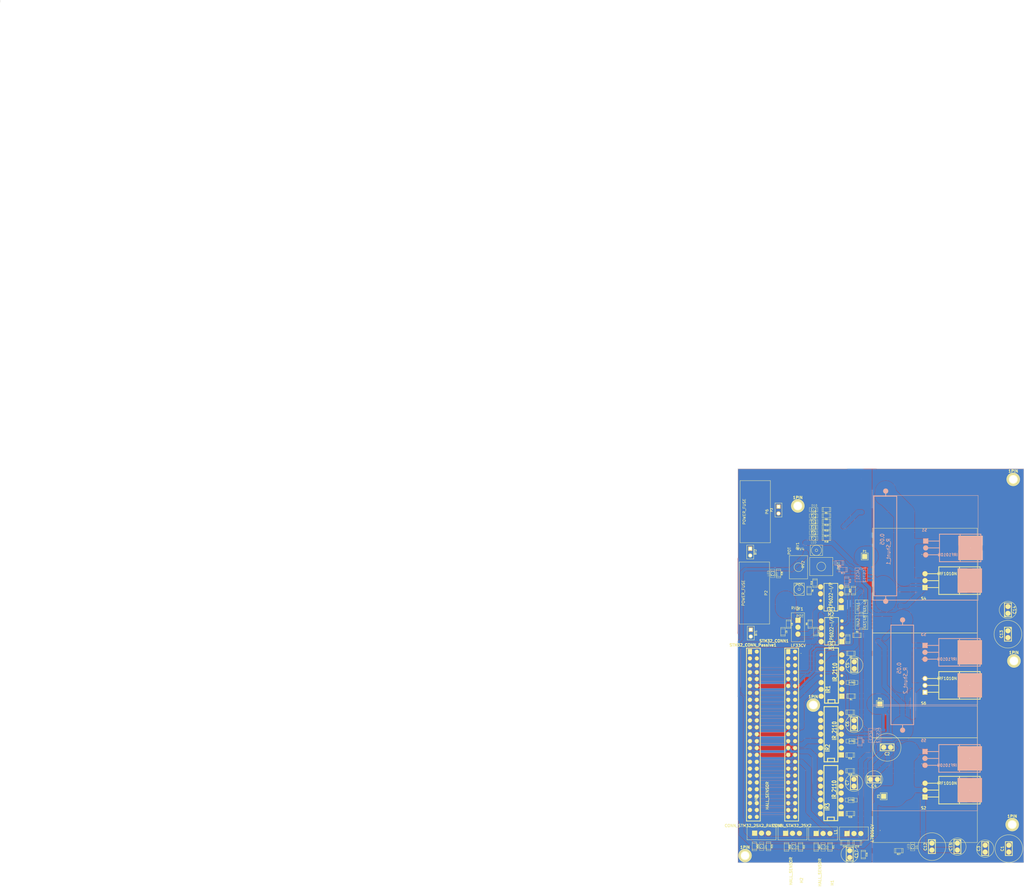
<source format=kicad_pcb>
(kicad_pcb (version 3) (host pcbnew "(2013-jul-07)-stable")
  (layers (15 F.Cu signal) (0 B.Cu signal) (18 B.Paste user) (19 F.Paste user) (20 B.SilkS user) (21 F.SilkS user) (22 B.Mask user) (23 F.Mask user) (28 Edge.Cuts user))
  (net 0 "")
  (net 1 +3.3V)
  (net 2 +48V)
  (net 3 +5V)
  (net 4 GND)
  (net 5 N-000001)
  (net 6 N-0000010)
  (net 7 N-00000103)
  (net 8 N-00000104)
  (net 9 N-00000108)
  (net 10 N-0000011)
  (net 11 N-00000113)
  (net 12 N-00000114)
  (net 13 N-0000012)
  (net 14 N-0000013)
  (net 15 N-0000014)
  (net 16 N-0000015)
  (net 17 N-0000016)
  (net 18 N-0000017)
  (net 19 N-0000018)
  (net 20 N-0000019)
  (net 21 N-000002)
  (net 22 N-0000020)
  (net 23 N-0000021)
  (net 24 N-0000022)
  (net 25 N-0000023)
  (net 26 N-0000024)
  (net 27 N-0000025)
  (net 28 N-0000026)
  (net 29 N-0000027)
  (net 30 N-0000028)
  (net 31 N-0000029)
  (net 32 N-000003)
  (net 33 N-0000030)
  (net 34 N-0000032)
  (net 35 N-0000033)
  (net 36 N-0000034)
  (net 37 N-0000035)
  (net 38 N-0000036)
  (net 39 N-0000038)
  (net 40 N-000004)
  (net 41 N-0000040)
  (net 42 N-0000041)
  (net 43 N-0000042)
  (net 44 N-0000043)
  (net 45 N-0000044)
  (net 46 N-0000045)
  (net 47 N-0000047)
  (net 48 N-0000048)
  (net 49 N-000005)
  (net 50 N-0000050)
  (net 51 N-0000051)
  (net 52 N-0000052)
  (net 53 N-0000053)
  (net 54 N-0000054)
  (net 55 N-0000055)
  (net 56 N-0000057)
  (net 57 N-0000058)
  (net 58 N-0000059)
  (net 59 N-000006)
  (net 60 N-0000060)
  (net 61 N-0000061)
  (net 62 N-0000062)
  (net 63 N-0000063)
  (net 64 N-0000064)
  (net 65 N-0000065)
  (net 66 N-0000066)
  (net 67 N-0000067)
  (net 68 N-0000068)
  (net 69 N-0000069)
  (net 70 N-000007)
  (net 71 N-0000070)
  (net 72 N-0000071)
  (net 73 N-0000072)
  (net 74 N-0000073)
  (net 75 N-0000074)
  (net 76 N-0000075)
  (net 77 N-0000076)
  (net 78 N-0000077)
  (net 79 N-0000078)
  (net 80 N-0000079)
  (net 81 N-000008)
  (net 82 N-0000080)
  (net 83 N-0000081)
  (net 84 N-0000086)
  (net 85 N-0000087)
  (net 86 N-0000088)
  (net 87 N-000009)
  (net 88 N-0000092)
  (net 89 N-0000095)
  (net 90 N-0000097)
  (net 91 N-0000098)
  (net 92 N-0000099)
  (net 93 VCC)
  (net 94 VDD)
  (module DIP-14__300 (layer F.Cu) (at 180.3146 184.0992 90)
    (fp_text reference IR3 (at -5.08 -1.27 90) (layer F.SilkS) (effects (font (size 1.524 1.143) (thickness 0.3048))))
    (fp_text value IR_2110 (at 1.27 1.27 90) (layer F.SilkS) (effects (font (size 1.524 1.143) (thickness 0.3048))))
    (pad 1 thru_hole rect (at -7.62 3.81 90) (size 1.905 1.905) (drill 0.127) (layers *.Cu *.Mask F.SilkS) (net 59 N-000006))
    (pad 2 thru_hole circle (at -5.08 3.81 90) (size 1.905 1.905) (drill 0.127) (layers *.Cu *.Mask F.SilkS) (net 4 GND))
    (pad 3 thru_hole circle (at -2.54 3.81 90) (size 1.905 1.905) (drill 0.127) (layers *.Cu *.Mask F.SilkS) (net 93 VCC))
    (pad 4 thru_hole circle (at 0 3.81 90) (size 1.905 1.905) (drill 0.127) (layers *.Cu *.Mask F.SilkS))
    (pad 5 thru_hole circle (at 2.54 3.81 90) (size 1.905 1.905) (drill 0.127) (layers *.Cu *.Mask F.SilkS) (net 9 N-00000108))
    (pad 6 thru_hole circle (at 5.08 3.81 90) (size 1.905 1.905) (drill 0.127) (layers *.Cu *.Mask F.SilkS) (net 81 N-000008))
    (pad 7 thru_hole circle (at 7.62 3.81 90) (size 1.905 1.905) (drill 0.127) (layers *.Cu *.Mask F.SilkS) (net 70 N-000007))
    (pad 8 thru_hole circle (at 7.62 -3.81 90) (size 1.905 1.905) (drill 0.127) (layers *.Cu *.Mask F.SilkS))
    (pad 9 thru_hole circle (at 5.08 -3.81 90) (size 1.905 1.905) (drill 0.127) (layers *.Cu *.Mask F.SilkS) (net 94 VDD))
    (pad 10 thru_hole circle (at 2.54 -3.81 90) (size 1.905 1.905) (drill 0.127) (layers *.Cu *.Mask F.SilkS) (net 69 N-0000069))
    (pad 11 thru_hole circle (at 0 -3.81 90) (size 1.905 1.905) (drill 0.127) (layers *.Cu *.Mask F.SilkS))
    (pad 12 thru_hole circle (at -2.54 -3.81 90) (size 1.905 1.905) (drill 0.127) (layers *.Cu *.Mask F.SilkS) (net 75 N-0000074))
    (pad 13 thru_hole circle (at -5.08 -3.81 90) (size 1.905 1.905) (drill 0.127) (layers *.Cu *.Mask F.SilkS) (net 4 GND))
    (pad 14 thru_hole circle (at -7.62 -3.81 90) (size 1.905 1.905) (drill 0.127) (layers *.Cu *.Mask F.SilkS))
  )
  (module TO220_small_Heatsink_stand_reduced_area (layer F.Cu) (at 166.2049 198.9455 270)
    (fp_text reference H2 (at 17.3355 -3.3401 270) (layer F.SilkS) (effects (font (size 1.016 1.016) (thickness 0.2032))))
    (fp_text value HALL_SENSOR (at 13.9065 0.5969 270) (layer F.SilkS) (effects (font (size 1.016 1.016) (thickness 0.2032))))
    (pad 1 thru_hole rect (at 0 2.54 270) (size 1.905 1.905) (drill 0.127) (layers *.Cu *.Mask F.SilkS) (net 4 GND))
    (pad 2 thru_hole circle (at 0 -2.54 270) (size 1.905 1.905) (drill 0.127) (layers *.Cu *.Mask F.SilkS) (net 71 N-0000070))
    (pad 3 thru_hole circle (at 0 0 270) (size 1.905 1.905) (drill 0.127) (layers *.Cu *.Mask F.SilkS) (net 3 +5V))
  )
  (module TO220_small_Heatsink_stand_reduced_area (layer F.Cu) (at 154.7876 198.882 270)
    (fp_text reference H3 (at -12.827 1.9304 270) (layer F.SilkS) (effects (font (size 1.016 1.016) (thickness 0.2032))))
    (fp_text value HALL_SENSOR (at -13.843 -2.1336 270) (layer F.SilkS) (effects (font (size 1.016 1.016) (thickness 0.2032))))
    (pad 1 thru_hole rect (at 0 2.54 270) (size 1.905 1.905) (drill 0.127) (layers *.Cu *.Mask F.SilkS) (net 4 GND))
    (pad 2 thru_hole circle (at 0 -2.54 270) (size 1.905 1.905) (drill 0.127) (layers *.Cu *.Mask F.SilkS) (net 30 N-0000028))
    (pad 3 thru_hole circle (at 0 0 270) (size 1.905 1.905) (drill 0.127) (layers *.Cu *.Mask F.SilkS) (net 3 +5V))
  )
  (module 10mm_C (layer F.Cu) (at 201.0664 167.2336)
    (fp_text reference C2 (at 0 2.413) (layer F.SilkS) (effects (font (size 1.016 1.016) (thickness 0.2032))))
    (fp_text value 1000uF hide)
    (pad 1 thru_hole circle (at -1.27 0) (size 1.905 1.905) (drill 0.127) (layers *.Cu *.Mask F.SilkS) (net 93 VCC))
    (pad 2 thru_hole circle (at 1.27 0) (size 1.905 1.905) (drill 0.127) (layers *.Cu *.Mask F.SilkS) (net 4 GND))
  )
  (module DIP-8__300 (layer F.Cu) (at 180.34 111.887 90)
    (fp_text reference M2 (at -6.35 0 180) (layer F.SilkS) (effects (font (size 1.27 1.143) (thickness 0.2032))))
    (fp_text value MCP6022-I/P (at 0 0 90) (layer F.SilkS) (effects (font (size 1.27 1.016) (thickness 0.2032))))
    (pad 1 thru_hole rect (at -3.81 3.81 90) (size 1.905 1.905) (drill 0.127) (layers *.Cu *.Mask F.SilkS) (net 89 N-0000095))
    (pad 2 thru_hole circle (at -1.27 3.81 90) (size 1.905 1.905) (drill 0.127) (layers *.Cu *.Mask F.SilkS) (net 89 N-0000095))
    (pad 3 thru_hole circle (at 1.27 3.81 90) (size 1.905 1.905) (drill 0.127) (layers *.Cu *.Mask F.SilkS) (net 5 N-000001))
    (pad 4 thru_hole circle (at 3.81 3.81 90) (size 1.905 1.905) (drill 0.127) (layers *.Cu *.Mask F.SilkS) (net 4 GND))
    (pad 5 thru_hole circle (at 3.81 -3.81 90) (size 1.905 1.905) (drill 0.127) (layers *.Cu *.Mask F.SilkS) (net 39 N-0000038))
    (pad 6 thru_hole circle (at 1.27 -3.81 90) (size 1.905 1.905) (drill 0.127) (layers *.Cu *.Mask F.SilkS) (net 20 N-0000019))
    (pad 7 thru_hole circle (at -1.27 -3.81 90) (size 1.016 1.016) (drill 0.127) (layers *.Cu *.Mask F.SilkS) (net 20 N-0000019))
    (pad 8 thru_hole circle (at -3.81 -3.81 90) (size 1.905 1.905) (drill 0.127) (layers *.Cu *.Mask F.SilkS) (net 1 +3.3V))
  )
  (module R_Shunt (layer B.Cu) (at 200.533 92.837 270)
    (fp_text reference R_Shunt_1 (at 2.286 -1.016 270) (layer B.SilkS) (effects (font (size 1.397 1.27) (thickness 0.2032)) (justify mirror)))
    (fp_text value 0.05 (at -2.286 1.27 270) (layer B.SilkS) (effects (font (size 1.397 1.27) (thickness 0.2032)) (justify mirror)))
    (pad 1 thru_hole circle (at -20.066 0 270) (size 1.905 1.905) (drill 0.127) (layers *.Cu *.Mask B.SilkS) (net 16 N-0000015))
    (pad 2 thru_hole circle (at 20.574 0 270) (size 1.905 1.905) (drill 0.127) (layers *.Cu *.Mask B.SilkS) (net 44 N-0000043))
  )
  (module PIN_ARRAY_STM32_25X2 (layer F.Cu) (at 165.608 160.147)
    (fp_text reference STM32_CONN1 (at -6.223 -32.131) (layer F.SilkS) (effects (font (size 1.016 1.016) (thickness 0.27432))))
    (fp_text value CONN_STM32_25X2 (at 0.35 35.975) (layer F.SilkS) (effects (font (size 1.016 1.016) (thickness 0.2032))))
    (pad 1 thru_hole rect (at -0.9939 -28.2205 270) (size 1.905 1.524) (drill 0.127) (layers *.Cu *.Mask F.SilkS) (net 4 GND))
    (pad 2 thru_hole circle (at 1.524 -28.194 270) (size 1.524 1.524) (drill 0.127) (layers *.Cu *.Mask F.SilkS) (net 4 GND))
    (pad 11 thru_hole circle (at -0.9939 -15.5205 270) (size 1.524 1.524) (drill 0.127) (layers *.Cu *.Mask F.SilkS) (net 56 N-0000057))
    (pad 4 thru_hole circle (at 1.5461 -25.6805 270) (size 1.524 1.524) (drill 0.127) (layers *.Cu *.Mask F.SilkS) (net 94 VDD))
    (pad 13 thru_hole circle (at -0.9939 -12.9805 270) (size 1.524 1.524) (drill 0.127) (layers *.Cu *.Mask F.SilkS) (net 6 N-0000010))
    (pad 6 thru_hole circle (at 1.5461 -23.1405 270) (size 1.524 1.524) (drill 0.127) (layers *.Cu *.Mask F.SilkS) (net 33 N-0000030))
    (pad 15 thru_hole circle (at -0.9939 -10.4405 270) (size 1.524 1.524) (drill 0.127) (layers *.Cu *.Mask F.SilkS) (net 62 N-0000062))
    (pad 8 thru_hole circle (at 1.5461 -20.6005 270) (size 1.524 1.524) (drill 0.127) (layers *.Cu *.Mask F.SilkS) (net 82 N-0000080))
    (pad 17 thru_hole circle (at -0.9939 -7.9005 270) (size 1.524 1.524) (drill 0.127) (layers *.Cu *.Mask F.SilkS) (net 27 N-0000025))
    (pad 10 thru_hole circle (at 1.5461 -18.0605 270) (size 1.524 1.524) (drill 0.127) (layers *.Cu *.Mask F.SilkS) (net 35 N-0000033))
    (pad 19 thru_hole circle (at -0.9939 -5.3605 270) (size 1.524 1.524) (drill 0.127) (layers *.Cu *.Mask F.SilkS) (net 63 N-0000063))
    (pad 12 thru_hole circle (at 1.5461 -15.5205 270) (size 1.524 1.524) (drill 0.127) (layers *.Cu *.Mask F.SilkS) (net 83 N-0000081))
    (pad 21 thru_hole circle (at -0.9939 -2.8205 270) (size 1.524 1.524) (drill 0.127) (layers *.Cu *.Mask F.SilkS) (net 37 N-0000035))
    (pad 14 thru_hole circle (at 1.5461 -12.9805 270) (size 1.524 1.524) (drill 0.127) (layers *.Cu *.Mask F.SilkS) (net 20 N-0000019))
    (pad 23 thru_hole circle (at -0.9939 -0.2805 270) (size 1.524 1.524) (drill 0.127) (layers *.Cu *.Mask F.SilkS) (net 64 N-0000064))
    (pad 16 thru_hole circle (at 1.5461 -10.4405 270) (size 1.524 1.524) (drill 0.127) (layers *.Cu *.Mask F.SilkS) (net 66 N-0000066))
    (pad 25 thru_hole circle (at -0.9939 2.2595 270) (size 1.524 1.524) (drill 0.127) (layers *.Cu *.Mask F.SilkS) (net 65 N-0000065))
    (pad 18 thru_hole circle (at 1.5461 -7.9005 270) (size 1.524 1.524) (drill 0.127) (layers *.Cu *.Mask F.SilkS) (net 29 N-0000027))
    (pad 27 thru_hole circle (at -0.9939 4.7995 270) (size 1.524 1.524) (drill 0.127) (layers *.Cu *.Mask F.SilkS) (net 74 N-0000073))
    (pad 20 thru_hole circle (at 1.5461 -5.3605 270) (size 1.524 1.524) (drill 0.127) (layers *.Cu *.Mask F.SilkS) (net 67 N-0000067))
    (pad 29 thru_hole circle (at -0.9939 7.3395 270) (size 1.524 1.524) (drill 0.127) (layers *.Cu *.Mask F.SilkS) (net 75 N-0000074))
    (pad 22 thru_hole circle (at 1.5461 -2.8205 270) (size 1.524 1.524) (drill 0.127) (layers *.Cu *.Mask F.SilkS) (net 38 N-0000036))
    (pad 31 thru_hole circle (at -0.9939 9.8795 270) (size 1.524 1.524) (drill 0.127) (layers *.Cu *.Mask F.SilkS) (net 76 N-0000075))
    (pad 24 thru_hole circle (at 1.5461 -0.2805 270) (size 1.524 1.524) (drill 0.127) (layers *.Cu *.Mask F.SilkS) (net 68 N-0000068))
    (pad 26 thru_hole circle (at 1.5461 2.2595 270) (size 1.524 1.524) (drill 0.127) (layers *.Cu *.Mask F.SilkS) (net 25 N-0000023))
    (pad 33 thru_hole circle (at -0.9939 12.4195 270) (size 1.524 1.524) (drill 0.127) (layers *.Cu *.Mask F.SilkS) (net 77 N-0000076))
    (pad 28 thru_hole circle (at 1.5461 4.7995 270) (size 1.524 1.524) (drill 0.127) (layers *.Cu *.Mask F.SilkS) (net 19 N-0000018))
    (pad 32 thru_hole circle (at 1.5461 9.8795 270) (size 1.524 1.524) (drill 0.127) (layers *.Cu *.Mask F.SilkS) (net 69 N-0000069))
    (pad 34 thru_hole circle (at 1.5461 12.4195 270) (size 1.524 1.524) (drill 0.127) (layers *.Cu *.Mask F.SilkS) (net 22 N-0000020))
    (pad 36 thru_hole circle (at 1.5461 14.9595 270) (size 1.524 1.524) (drill 0.127) (layers *.Cu *.Mask F.SilkS) (net 71 N-0000070))
    (pad 38 thru_hole circle (at 1.5461 17.4995 270) (size 1.524 1.524) (drill 0.127) (layers *.Cu *.Mask F.SilkS) (net 30 N-0000028))
    (pad 35 thru_hole circle (at -0.9939 14.9595 270) (size 1.524 1.524) (drill 0.127) (layers *.Cu *.Mask F.SilkS) (net 24 N-0000022))
    (pad 37 thru_hole circle (at -0.9939 17.4995 270) (size 1.524 1.524) (drill 0.127) (layers *.Cu *.Mask F.SilkS) (net 78 N-0000077))
    (pad 3 thru_hole circle (at -0.9939 -25.6805 270) (size 1.524 1.524) (drill 0.127) (layers *.Cu *.Mask F.SilkS) (net 94 VDD))
    (pad 5 thru_hole circle (at -0.9939 -23.1405 270) (size 1.524 1.524) (drill 0.127) (layers *.Cu *.Mask F.SilkS) (net 60 N-0000060))
    (pad 7 thru_hole circle (at -0.9939 -20.6005 270) (size 1.524 1.524) (drill 0.127) (layers *.Cu *.Mask F.SilkS) (net 61 N-0000061))
    (pad 9 thru_hole circle (at -0.9939 -18.0605 270) (size 1.524 1.524) (drill 0.127) (layers *.Cu *.Mask F.SilkS) (net 34 N-0000032))
    (pad 39 thru_hole circle (at -0.9939 20.0395 270) (size 1.524 1.524) (drill 0.127) (layers *.Cu *.Mask F.SilkS) (net 31 N-0000029))
    (pad 40 thru_hole circle (at 1.5461 20.0395 270) (size 1.524 1.524) (drill 0.127) (layers *.Cu *.Mask F.SilkS) (net 72 N-0000071))
    (pad 30 thru_hole circle (at 1.5461 7.3395 270) (size 1.524 1.524) (drill 0.127) (layers *.Cu *.Mask F.SilkS) (net 36 N-0000034))
    (pad 41 thru_hole circle (at -0.9939 22.5795 270) (size 1.524 1.524) (drill 0.127) (layers *.Cu *.Mask F.SilkS) (net 73 N-0000072))
    (pad 42 thru_hole circle (at 1.5461 22.5795 270) (size 1.524 1.524) (drill 0.127) (layers *.Cu *.Mask F.SilkS) (net 50 N-0000050))
    (pad 43 thru_hole circle (at -0.9939 25.1195 270) (size 1.524 1.524) (drill 0.127) (layers *.Cu *.Mask F.SilkS) (net 79 N-0000078))
    (pad 44 thru_hole circle (at 1.5461 25.1195 270) (size 1.524 1.524) (drill 0.127) (layers *.Cu *.Mask F.SilkS) (net 23 N-0000021))
    (pad 45 thru_hole circle (at -0.9939 27.6595 270) (size 1.524 1.524) (drill 0.127) (layers *.Cu *.Mask F.SilkS) (net 80 N-0000079))
    (pad 46 thru_hole circle (at 1.5461 27.6595 270) (size 1.524 1.524) (drill 0.127) (layers *.Cu *.Mask F.SilkS) (net 26 N-0000024))
    (pad 47 thru_hole circle (at -0.9939 30.1995 270) (size 1.524 1.524) (drill 0.127) (layers *.Cu *.Mask F.SilkS) (net 28 N-0000026))
    (pad 48 thru_hole circle (at 1.5461 30.1995 270) (size 1.524 1.524) (drill 0.127) (layers *.Cu *.Mask F.SilkS) (net 53 N-0000053))
    (pad 49 thru_hole circle (at -0.9939 32.7395 270) (size 1.524 1.524) (drill 0.127) (layers *.Cu *.Mask F.SilkS) (net 4 GND))
    (pad 50 thru_hole circle (at 1.5461 32.7395 270) (size 1.524 1.524) (drill 0.127) (layers *.Cu *.Mask F.SilkS) (net 4 GND))
  )
  (module R_Shunt (layer B.Cu) (at 206.756 140.335 270)
    (fp_text reference R_Shunt_2 (at 2.286 -1.016 270) (layer B.SilkS) (effects (font (size 1.397 1.27) (thickness 0.2032)) (justify mirror)))
    (fp_text value 0.05 (at -2.286 1.27 270) (layer B.SilkS) (effects (font (size 1.397 1.27) (thickness 0.2032)) (justify mirror)))
    (pad 1 thru_hole circle (at -20.066 0 270) (size 1.905 1.905) (drill 0.127) (layers *.Cu *.Mask B.SilkS) (net 46 N-0000045))
    (pad 2 thru_hole circle (at 20.574 0 270) (size 1.905 1.905) (drill 0.127) (layers *.Cu *.Mask B.SilkS) (net 49 N-000005))
  )
  (module PIN_ARRAY_1 (layer F.Cu) (at 192.786 96.901)
    (fp_text reference P1 (at 0 -1.905) (layer F.SilkS) (effects (font (size 0.762 0.762) (thickness 0.1524))))
    (fp_text value CONN_1 hide)
    (pad 1 thru_hole rect (at 0 0) (size 1.905 1.905) (drill 0.127) (layers *.Cu *.Mask F.SilkS) (net 51 N-0000051))
  )
  (module PIN_ARRAY_1 (layer F.Cu) (at 198.374 151.257)
    (fp_text reference P4 (at 0 -1.905) (layer F.SilkS) (effects (font (size 0.762 0.762) (thickness 0.1524))))
    (fp_text value CONN_1 hide)
    (pad 1 thru_hole rect (at 0 0) (size 1.905 1.905) (drill 0.127) (layers *.Cu *.Mask F.SilkS) (net 54 N-0000054))
  )
  (module DIP-8__300 (layer F.Cu) (at 180.594 124.46 90)
    (fp_text reference M1 (at -6.35 0 180) (layer F.SilkS) (effects (font (size 1.27 1.143) (thickness 0.2032))))
    (fp_text value MCP6022-I/P (at 0 0 90) (layer F.SilkS) (effects (font (size 1.27 1.016) (thickness 0.2032))))
    (pad 1 thru_hole rect (at -3.81 3.81 90) (size 1.905 1.905) (drill 0.127) (layers *.Cu *.Mask F.SilkS) (net 83 N-0000081))
    (pad 2 thru_hole circle (at -1.27 3.81 90) (size 1.905 1.905) (drill 0.127) (layers *.Cu *.Mask F.SilkS) (net 15 N-0000014))
    (pad 3 thru_hole circle (at 1.27 3.81 90) (size 1.27 1.27) (drill 0.127) (layers *.Cu *.Mask F.SilkS) (net 14 N-0000013))
    (pad 4 thru_hole circle (at 3.81 3.81 90) (size 1.27 1.27) (drill 0.127) (layers *.Cu *.Mask F.SilkS) (net 4 GND))
    (pad 5 thru_hole circle (at 3.81 -3.81 90) (size 1.905 1.905) (drill 0.127) (layers *.Cu *.Mask F.SilkS) (net 87 N-000009))
    (pad 6 thru_hole circle (at 1.27 -3.81 90) (size 1.905 1.905) (drill 0.127) (layers *.Cu *.Mask F.SilkS) (net 10 N-0000011))
    (pad 7 thru_hole circle (at -1.27 -3.81 90) (size 1.905 1.905) (drill 0.127) (layers *.Cu *.Mask F.SilkS) (net 6 N-0000010))
    (pad 8 thru_hole circle (at -3.81 -3.81 90) (size 1.905 1.905) (drill 0.127) (layers *.Cu *.Mask F.SilkS) (net 1 +3.3V))
  )
  (module DIP-14__300 (layer F.Cu) (at 180.3908 162.4076 90)
    (fp_text reference IR2 (at -5.08 -1.27 90) (layer F.SilkS) (effects (font (size 1.524 1.143) (thickness 0.3048))))
    (fp_text value IR_2110 (at 1.27 1.27 90) (layer F.SilkS) (effects (font (size 1.524 1.143) (thickness 0.3048))))
    (pad 1 thru_hole rect (at -7.62 3.81 90) (size 1.905 1.905) (drill 0.127) (layers *.Cu *.Mask F.SilkS) (net 21 N-000002))
    (pad 2 thru_hole circle (at -5.08 3.81 90) (size 1.905 1.905) (drill 0.127) (layers *.Cu *.Mask F.SilkS) (net 4 GND))
    (pad 3 thru_hole circle (at -2.54 3.81 90) (size 1.905 1.905) (drill 0.127) (layers *.Cu *.Mask F.SilkS) (net 93 VCC))
    (pad 4 thru_hole circle (at 0 3.81 90) (size 1.905 1.905) (drill 0.127) (layers *.Cu *.Mask F.SilkS))
    (pad 5 thru_hole circle (at 2.54 3.81 90) (size 1.905 1.905) (drill 0.127) (layers *.Cu *.Mask F.SilkS) (net 85 N-0000087))
    (pad 6 thru_hole circle (at 5.08 3.81 90) (size 1.905 1.905) (drill 0.127) (layers *.Cu *.Mask F.SilkS) (net 40 N-000004))
    (pad 7 thru_hole circle (at 7.62 3.81 90) (size 1.905 1.905) (drill 0.127) (layers *.Cu *.Mask F.SilkS) (net 32 N-000003))
    (pad 8 thru_hole circle (at 7.62 -3.81 90) (size 1.905 1.905) (drill 0.127) (layers *.Cu *.Mask F.SilkS))
    (pad 9 thru_hole circle (at 5.08 -3.81 90) (size 1.905 1.905) (drill 0.127) (layers *.Cu *.Mask F.SilkS) (net 94 VDD))
    (pad 10 thru_hole circle (at 2.54 -3.81 90) (size 1.905 1.905) (drill 0.127) (layers *.Cu *.Mask F.SilkS) (net 36 N-0000034))
    (pad 11 thru_hole circle (at 0 -3.81 90) (size 1.905 1.905) (drill 0.127) (layers *.Cu *.Mask F.SilkS))
    (pad 12 thru_hole circle (at -2.54 -3.81 90) (size 1.905 1.905) (drill 0.127) (layers *.Cu *.Mask F.SilkS) (net 74 N-0000073))
    (pad 13 thru_hole circle (at -5.08 -3.81 90) (size 1.905 1.905) (drill 0.127) (layers *.Cu *.Mask F.SilkS) (net 4 GND))
    (pad 14 thru_hole circle (at -7.62 -3.81 90) (size 1.905 1.905) (drill 0.127) (layers *.Cu *.Mask F.SilkS))
  )
  (module DIP-14__300 (layer F.Cu) (at 180.5686 140.7922 90)
    (fp_text reference IR1 (at -5.08 -1.27 90) (layer F.SilkS) (effects (font (size 1.524 1.143) (thickness 0.3048))))
    (fp_text value IR_2110 (at 1.27 1.27 90) (layer F.SilkS) (effects (font (size 1.524 1.143) (thickness 0.3048))))
    (pad 1 thru_hole rect (at -7.62 3.81 90) (size 1.905 1.905) (drill 0.127) (layers *.Cu *.Mask F.SilkS) (net 13 N-0000012))
    (pad 2 thru_hole circle (at -5.08 3.81 90) (size 1.905 1.905) (drill 0.127) (layers *.Cu *.Mask F.SilkS) (net 4 GND))
    (pad 3 thru_hole circle (at -2.54 3.81 90) (size 1.905 1.905) (drill 0.127) (layers *.Cu *.Mask F.SilkS) (net 93 VCC))
    (pad 4 thru_hole circle (at 0 3.81 90) (size 1.016 1.016) (drill 0.127) (layers *.Cu *.Mask F.SilkS))
    (pad 5 thru_hole circle (at 2.54 3.81 90) (size 1.905 1.905) (drill 0.127) (layers *.Cu *.Mask F.SilkS) (net 92 N-0000099))
    (pad 6 thru_hole circle (at 5.08 3.81 90) (size 1.905 1.905) (drill 0.127) (layers *.Cu *.Mask F.SilkS) (net 18 N-0000017))
    (pad 7 thru_hole circle (at 7.62 3.81 90) (size 1.905 1.905) (drill 0.127) (layers *.Cu *.Mask F.SilkS) (net 17 N-0000016))
    (pad 8 thru_hole circle (at 7.62 -3.81 90) (size 1.27 1.27) (drill 0.127) (layers *.Cu *.Mask F.SilkS))
    (pad 9 thru_hole circle (at 5.08 -3.81 90) (size 1.905 1.905) (drill 0.127) (layers *.Cu *.Mask F.SilkS) (net 94 VDD))
    (pad 10 thru_hole circle (at 2.54 -3.81 90) (size 1.905 1.905) (drill 0.127) (layers *.Cu *.Mask F.SilkS) (net 19 N-0000018))
    (pad 11 thru_hole circle (at 0 -3.81 90) (size 1.016 1.016) (drill 0.127) (layers *.Cu *.Mask F.SilkS))
    (pad 12 thru_hole circle (at -2.54 -3.81 90) (size 1.905 1.905) (drill 0.127) (layers *.Cu *.Mask F.SilkS) (net 65 N-0000065))
    (pad 13 thru_hole circle (at -5.08 -3.81 90) (size 1.905 1.905) (drill 0.127) (layers *.Cu *.Mask F.SilkS) (net 4 GND))
    (pad 14 thru_hole circle (at -7.62 -3.81 90) (size 1.905 1.905) (drill 0.127) (layers *.Cu *.Mask F.SilkS))
  )
  (module PIN_ARRAY_1 (layer F.Cu) (at 199.771 185.293 90)
    (fp_text reference P5 (at 0 -1.905 90) (layer F.SilkS) (effects (font (size 0.762 0.762) (thickness 0.1524))))
    (fp_text value CONN_1 hide)
    (pad 1 thru_hole rect (at 0 0 90) (size 1.905 1.905) (drill 0.127) (layers *.Cu *.Mask F.SilkS) (net 55 N-0000055))
  )
  (module TO220_small_Heatsink_stand_reduced_area (layer F.Cu) (at 177.4571 198.9963 270)
    (fp_text reference H1 (at 18.1737 -3.3909 270) (layer F.SilkS) (effects (font (size 1.016 1.016) (thickness 0.2032))))
    (fp_text value HALL_SENSOR (at 14.3637 1.1811 270) (layer F.SilkS) (effects (font (size 1.016 1.016) (thickness 0.2032))))
    (pad 1 thru_hole rect (at 0 2.54 270) (size 1.905 1.905) (drill 0.127) (layers *.Cu *.Mask F.SilkS) (net 4 GND))
    (pad 2 thru_hole circle (at 0 -2.54 270) (size 1.905 1.905) (drill 0.127) (layers *.Cu *.Mask F.SilkS) (net 22 N-0000020))
    (pad 3 thru_hole circle (at 0 0 270) (size 1.905 1.905) (drill 0.127) (layers *.Cu *.Mask F.SilkS) (net 3 +5V))
  )
  (module TO220_small_Heatsink_stand_reduced_area (layer F.Cu) (at 188.8363 199.0217 270)
    (fp_text reference L1 (at -0.635 6.731 270) (layer F.SilkS) (effects (font (size 1.016 1.016) (thickness 0.2032))))
    (fp_text value L7805CV (at -0.127 -6.731 270) (layer F.SilkS) (effects (font (size 1.016 1.016) (thickness 0.2032))))
    (pad 1 thru_hole rect (at 0 2.54 270) (size 1.905 1.905) (drill 0.127) (layers *.Cu *.Mask F.SilkS) (net 93 VCC))
    (pad 2 thru_hole circle (at 0 -2.54 270) (size 1.905 1.905) (drill 0.127) (layers *.Cu *.Mask F.SilkS) (net 3 +5V))
    (pad 3 thru_hole circle (at 0 0 270) (size 1.905 1.905) (drill 0.127) (layers *.Cu *.Mask F.SilkS) (net 4 GND))
  )
  (module TO220_small_Heatsink_stand_reduced_area (layer F.Cu) (at 168.1988 122.9614 180)
    (fp_text reference LF1 (at -0.635 6.731 180) (layer F.SilkS) (effects (font (size 1.016 1.016) (thickness 0.2032))))
    (fp_text value LF33CV (at -0.127 -6.731 180) (layer F.SilkS) (effects (font (size 1.016 1.016) (thickness 0.2032))))
    (pad 1 thru_hole rect (at 0 2.54 180) (size 1.905 1.905) (drill 0.127) (layers *.Cu *.Mask F.SilkS) (net 93 VCC))
    (pad 2 thru_hole circle (at 0 -2.54 180) (size 1.905 1.905) (drill 0.127) (layers *.Cu *.Mask F.SilkS) (net 1 +3.3V))
    (pad 3 thru_hole circle (at 0 0 180) (size 1.905 1.905) (drill 0.127) (layers *.Cu *.Mask F.SilkS) (net 4 GND))
  )
  (module 6mm_C (layer F.Cu) (at 245.5672 116.586 90)
    (fp_text reference C14 (at 0 2.413 90) (layer F.SilkS) (effects (font (size 1.016 1.016) (thickness 0.2032))))
    (fp_text value 100uF hide)
    (pad 1 thru_hole circle (at -1.27 0 90) (size 1.905 1.905) (drill 0.127) (layers *.Cu *.Mask F.SilkS) (net 2 +48V))
    (pad 2 thru_hole circle (at 1.27 0 90) (size 1.905 1.905) (drill 0.127) (layers *.Cu *.Mask F.SilkS) (net 4 GND))
  )
  (module 6mm_C (layer F.Cu) (at 226.949 203.835 270)
    (fp_text reference C15 (at 0 2.413 270) (layer F.SilkS) (effects (font (size 1.016 1.016) (thickness 0.2032))))
    (fp_text value 100uF hide)
    (pad 1 thru_hole circle (at -1.27 0 270) (size 1.905 1.905) (drill 0.127) (layers *.Cu *.Mask F.SilkS) (net 2 +48V))
    (pad 2 thru_hole circle (at 1.27 0 270) (size 1.905 1.905) (drill 0.127) (layers *.Cu *.Mask F.SilkS) (net 4 GND))
  )
  (module 10mm_C (layer F.Cu) (at 217.551 203.835 270)
    (fp_text reference C12 (at 0 2.413 270) (layer F.SilkS) (effects (font (size 1.016 1.016) (thickness 0.2032))))
    (fp_text value 1000uF hide)
    (pad 1 thru_hole circle (at -1.27 0 270) (size 1.905 1.905) (drill 0.127) (layers *.Cu *.Mask F.SilkS) (net 2 +48V))
    (pad 2 thru_hole circle (at 1.27 0 270) (size 1.905 1.905) (drill 0.127) (layers *.Cu *.Mask F.SilkS) (net 4 GND))
  )
  (module 10mm_C (layer F.Cu) (at 245.5672 125.5268 270)
    (fp_text reference C13 (at 0 2.413 270) (layer F.SilkS) (effects (font (size 1.016 1.016) (thickness 0.2032))))
    (fp_text value 1000uF hide)
    (pad 1 thru_hole circle (at -1.27 0 270) (size 1.905 1.905) (drill 0.127) (layers *.Cu *.Mask F.SilkS) (net 2 +48V))
    (pad 2 thru_hole circle (at 1.27 0 270) (size 1.905 1.905) (drill 0.127) (layers *.Cu *.Mask F.SilkS) (net 4 GND))
  )
  (module 6mm_C (layer F.Cu) (at 196.215 179.07)
    (fp_text reference C4 (at 0 2.413) (layer F.SilkS) (effects (font (size 1.016 1.016) (thickness 0.2032))))
    (fp_text value 100uF hide)
    (pad 1 thru_hole circle (at -1.27 0) (size 1.905 1.905) (drill 0.127) (layers *.Cu *.Mask F.SilkS) (net 93 VCC))
    (pad 2 thru_hole circle (at 1.27 0) (size 1.905 1.905) (drill 0.127) (layers *.Cu *.Mask F.SilkS) (net 4 GND))
  )
  (module 6mm_C (layer F.Cu) (at 188.8998 158.5976 270)
    (fp_text reference C6 (at 0 2.413 270) (layer F.SilkS) (effects (font (size 1.016 1.016) (thickness 0.2032))))
    (fp_text value 100uF hide)
    (pad 1 thru_hole circle (at -1.27 0 270) (size 1.905 1.905) (drill 0.127) (layers *.Cu *.Mask F.SilkS) (net 40 N-000004))
    (pad 2 thru_hole circle (at 1.27 0 270) (size 1.905 1.905) (drill 0.127) (layers *.Cu *.Mask F.SilkS) (net 85 N-0000087))
  )
  (module 6mm_C (layer F.Cu) (at 237.1852 204.5716 270)
    (fp_text reference C3 (at 0 2.413 270) (layer F.SilkS) (effects (font (size 1.016 1.016) (thickness 0.2032))))
    (fp_text value 100uF hide)
    (pad 1 thru_hole circle (at -1.27 0 270) (size 1.905 1.905) (drill 0.127) (layers *.Cu *.Mask F.SilkS) (net 93 VCC))
    (pad 2 thru_hole circle (at 1.27 0 270) (size 1.905 1.905) (drill 0.127) (layers *.Cu *.Mask F.SilkS) (net 4 GND))
  )
  (module 6mm_C (layer F.Cu) (at 188.9506 136.9822 270)
    (fp_text reference C5 (at 0 2.413 270) (layer F.SilkS) (effects (font (size 1.016 1.016) (thickness 0.2032))))
    (fp_text value 100uF hide)
    (pad 1 thru_hole circle (at -1.27 0 270) (size 1.905 1.905) (drill 0.127) (layers *.Cu *.Mask F.SilkS) (net 18 N-0000017))
    (pad 2 thru_hole circle (at 1.27 0 270) (size 1.905 1.905) (drill 0.127) (layers *.Cu *.Mask F.SilkS) (net 92 N-0000099))
  )
  (module 10mm_C (layer F.Cu) (at 245.8974 204.5716 270)
    (fp_text reference C1 (at 0 2.413 270) (layer F.SilkS) (effects (font (size 1.016 1.016) (thickness 0.2032))))
    (fp_text value 1000uF hide)
    (pad 1 thru_hole circle (at -1.27 0 270) (size 1.905 1.905) (drill 0.127) (layers *.Cu *.Mask F.SilkS) (net 93 VCC))
    (pad 2 thru_hole circle (at 1.27 0 270) (size 1.905 1.905) (drill 0.127) (layers *.Cu *.Mask F.SilkS) (net 4 GND))
  )
  (module 6mm_C (layer F.Cu) (at 188.8236 180.2892 270)
    (fp_text reference C7 (at 0 2.413 270) (layer F.SilkS) (effects (font (size 1.016 1.016) (thickness 0.2032))))
    (fp_text value 100u hide)
    (pad 1 thru_hole circle (at -1.27 0 270) (size 1.905 1.905) (drill 0.127) (layers *.Cu *.Mask F.SilkS) (net 81 N-000008))
    (pad 2 thru_hole circle (at 1.27 0 270) (size 1.905 1.905) (drill 0.127) (layers *.Cu *.Mask F.SilkS) (net 9 N-00000108))
  )
  (module 6mm_C (layer F.Cu) (at 187.2742 206.5782 90)
    (fp_text reference C17 (at 0 2.413 90) (layer F.SilkS) (effects (font (size 1.016 1.016) (thickness 0.2032))))
    (fp_text value 100uF hide)
    (pad 1 thru_hole circle (at -1.27 0 90) (size 1.905 1.905) (drill 0.127) (layers *.Cu *.Mask F.SilkS) (net 94 VDD))
    (pad 2 thru_hole circle (at 1.27 0 90) (size 1.905 1.905) (drill 0.127) (layers *.Cu *.Mask F.SilkS) (net 4 GND))
  )
  (module INA_148 (layer F.Cu) (at 191.643 115.4176 90)
    (fp_text reference INA1 (at 0 -1.27 90) (layer F.SilkS) (effects (font (size 1.143 1.016) (thickness 0.127))))
    (fp_text value INA148 (at 0 1.27 90) (layer F.SilkS) (effects (font (size 1.016 1.016) (thickness 0.127))))
    (pad 8 smd rect (at -1.905 -3.175 90) (size 1.016 1.651) (layers F.Cu F.Paste F.Mask))
    (pad 7 smd rect (at -0.635 -3.175 90) (size 1.016 1.651) (layers F.Cu F.Paste F.Mask) (net 1 +3.3V))
    (pad 6 smd rect (at 0.635 -3.175 90) (size 1.016 1.651) (layers F.Cu F.Paste F.Mask) (net 14 N-0000013))
    (pad 5 smd rect (at 1.905 -3.175 90) (size 1.016 1.651) (layers F.Cu F.Paste F.Mask))
    (pad 4 smd rect (at 1.905 3.175 90) (size 1.016 1.651) (layers F.Cu F.Paste F.Mask) (net 4 GND))
    (pad 3 smd rect (at 0.635 3.175 90) (size 1.016 1.651) (layers F.Cu F.Paste F.Mask) (net 16 N-0000015))
    (pad 2 smd rect (at -0.635 3.175 90) (size 1.016 1.651) (layers F.Cu F.Paste F.Mask) (net 44 N-0000043))
    (pad 1 smd rect (at -1.905 3.175 90) (size 1.016 1.651) (layers F.Cu F.Paste F.Mask) (net 89 N-0000095))
  )
  (module INA_148 (layer F.Cu) (at 191.643 121.2596 90)
    (fp_text reference INA2 (at 0 -1.27 90) (layer F.SilkS) (effects (font (size 1.143 1.016) (thickness 0.127))))
    (fp_text value INA148 (at 0 1.27 90) (layer F.SilkS) (effects (font (size 1.016 1.016) (thickness 0.127))))
    (pad 8 smd rect (at -1.905 -3.175 90) (size 1.016 1.651) (layers F.Cu F.Paste F.Mask))
    (pad 7 smd rect (at -0.635 -3.175 90) (size 1.016 1.651) (layers F.Cu F.Paste F.Mask) (net 1 +3.3V))
    (pad 6 smd rect (at 0.635 -3.175 90) (size 1.016 1.651) (layers F.Cu F.Paste F.Mask) (net 87 N-000009))
    (pad 5 smd rect (at 1.905 -3.175 90) (size 1.016 1.651) (layers F.Cu F.Paste F.Mask))
    (pad 4 smd rect (at 1.905 3.175 90) (size 1.016 1.651) (layers F.Cu F.Paste F.Mask) (net 4 GND))
    (pad 3 smd rect (at 0.635 3.175 90) (size 1.016 1.651) (layers F.Cu F.Paste F.Mask) (net 46 N-0000045))
    (pad 2 smd rect (at -0.635 3.175 90) (size 1.016 1.651) (layers F.Cu F.Paste F.Mask) (net 49 N-000005))
    (pad 1 smd rect (at -1.905 3.175 90) (size 1.016 1.651) (layers F.Cu F.Paste F.Mask) (net 89 N-0000095))
  )
  (module TO220_Big_Heat_Sink_Drain_Sink (layer B.Cu) (at 215.265 93.726)
    (fp_text reference S1 (at -0.508 -6.604) (layer B.SilkS) (effects (font (size 1.016 1.016) (thickness 0.2032)) (justify mirror)))
    (fp_text value IRF1010N (at 8.128 2.54) (layer B.SilkS) (effects (font (size 1.016 1.016) (thickness 0.2032)) (justify mirror)))
    (pad 1 thru_hole rect (at 0 -2.54) (size 1.905 1.905) (drill 0.127) (layers *.Cu *.Mask B.SilkS) (net 16 N-0000015))
    (pad 2 thru_hole circle (at 0 2.54) (size 1.905 1.905) (drill 0.127) (layers *.Cu *.Mask B.SilkS) (net 90 N-0000097))
    (pad 3 thru_hole circle (at 0 0) (size 1.905 1.905) (drill 0.127) (layers *.Cu *.Mask B.SilkS) (net 2 +48V))
    (pad 3 thru_hole rect (at 16.51 0) (size 8.89 8.89) (drill 0.127) (layers *.Cu *.SilkS *.Mask) (net 2 +48V))
  )
  (module TO220_Big_Heat_Sink_Drain_Sink (layer F.Cu) (at 215.011 105.791)
    (fp_text reference S4 (at -0.508 6.604) (layer F.SilkS) (effects (font (size 1.016 1.016) (thickness 0.2032))))
    (fp_text value IRF1010N (at 8.128 -2.54) (layer F.SilkS) (effects (font (size 1.016 1.016) (thickness 0.2032))))
    (pad 1 thru_hole rect (at 0 2.54) (size 1.905 1.905) (drill 0.127) (layers *.Cu *.Mask F.SilkS) (net 4 GND))
    (pad 2 thru_hole circle (at 0 -2.54) (size 1.905 1.905) (drill 0.127) (layers *.Cu *.Mask F.SilkS) (net 91 N-0000098))
    (pad 3 thru_hole circle (at 0 0) (size 1.905 1.905) (drill 0.127) (layers *.Cu *.Mask F.SilkS) (net 16 N-0000015))
    (pad 3 thru_hole rect (at 16.51 0) (size 8.89 8.89) (drill 0.127) (layers *.Cu *.SilkS *.Mask) (net 16 N-0000015))
  )
  (module TO220_Big_Heat_Sink_Drain_Sink (layer B.Cu) (at 215.011 132.207)
    (fp_text reference S3 (at -0.508 -6.604) (layer B.SilkS) (effects (font (size 1.016 1.016) (thickness 0.2032)) (justify mirror)))
    (fp_text value IRF1010N (at 8.128 2.54) (layer B.SilkS) (effects (font (size 1.016 1.016) (thickness 0.2032)) (justify mirror)))
    (pad 1 thru_hole rect (at 0 -2.54) (size 1.905 1.905) (drill 0.127) (layers *.Cu *.Mask B.SilkS) (net 46 N-0000045))
    (pad 2 thru_hole circle (at 0 2.54) (size 1.905 1.905) (drill 0.127) (layers *.Cu *.Mask B.SilkS) (net 84 N-0000086))
    (pad 3 thru_hole circle (at 0 0) (size 1.905 1.905) (drill 0.127) (layers *.Cu *.Mask B.SilkS) (net 2 +48V))
    (pad 3 thru_hole rect (at 16.51 0) (size 8.89 8.89) (drill 0.127) (layers *.Cu *.SilkS *.Mask) (net 2 +48V))
  )
  (module TO220_Big_Heat_Sink_Drain_Sink (layer F.Cu) (at 215.011 183.007)
    (fp_text reference S2 (at -0.508 6.604) (layer F.SilkS) (effects (font (size 1.016 1.016) (thickness 0.2032))))
    (fp_text value IRF1010N (at 8.128 -2.54) (layer F.SilkS) (effects (font (size 1.016 1.016) (thickness 0.2032))))
    (pad 1 thru_hole rect (at 0 2.54) (size 1.905 1.905) (drill 0.127) (layers *.Cu *.Mask F.SilkS) (net 4 GND))
    (pad 2 thru_hole circle (at 0 -2.54) (size 1.905 1.905) (drill 0.127) (layers *.Cu *.Mask F.SilkS) (net 7 N-00000103))
    (pad 3 thru_hole circle (at 0 0) (size 1.905 1.905) (drill 0.127) (layers *.Cu *.Mask F.SilkS) (net 55 N-0000055))
    (pad 3 thru_hole rect (at 16.51 0) (size 8.89 8.89) (drill 0.127) (layers *.Cu *.SilkS *.Mask) (net 55 N-0000055))
  )
  (module PIN_ARRAY_STM32_25X2 (layer F.Cu) (at 151.511 160.147)
    (fp_text reference STM32_CONN_Passive1 (at 0.127 -30.607) (layer F.SilkS) (effects (font (size 1.016 1.016) (thickness 0.27432))))
    (fp_text value CONN_STM32_25X2_PASSIVE (at 0.35 35.975) (layer F.SilkS) (effects (font (size 1.016 1.016) (thickness 0.2032))))
    (pad 1 thru_hole rect (at -0.9939 -28.2205 270) (size 1.905 1.524) (drill 0.127) (layers *.Cu *.Mask F.SilkS) (net 4 GND))
    (pad 2 thru_hole circle (at 1.524 -28.194 270) (size 1.524 1.524) (drill 0.127) (layers *.Cu *.Mask F.SilkS) (net 4 GND))
    (pad 11 thru_hole circle (at -0.9939 -15.5205 270) (size 1.524 1.524) (drill 0.127) (layers *.Cu *.Mask F.SilkS) (net 56 N-0000057))
    (pad 4 thru_hole circle (at 1.5461 -25.6805 270) (size 1.524 1.524) (drill 0.127) (layers *.Cu *.Mask F.SilkS) (net 94 VDD))
    (pad 13 thru_hole circle (at -0.9939 -12.9805 270) (size 1.524 1.524) (drill 0.127) (layers *.Cu *.Mask F.SilkS) (net 6 N-0000010))
    (pad 6 thru_hole circle (at 1.5461 -23.1405 270) (size 1.524 1.524) (drill 0.127) (layers *.Cu *.Mask F.SilkS) (net 33 N-0000030))
    (pad 15 thru_hole circle (at -0.9939 -10.4405 270) (size 1.524 1.524) (drill 0.127) (layers *.Cu *.Mask F.SilkS) (net 62 N-0000062))
    (pad 8 thru_hole circle (at 1.5461 -20.6005 270) (size 1.524 1.524) (drill 0.127) (layers *.Cu *.Mask F.SilkS) (net 82 N-0000080))
    (pad 17 thru_hole circle (at -0.9939 -7.9005 270) (size 1.524 1.524) (drill 0.127) (layers *.Cu *.Mask F.SilkS) (net 27 N-0000025))
    (pad 10 thru_hole circle (at 1.5461 -18.0605 270) (size 1.524 1.524) (drill 0.127) (layers *.Cu *.Mask F.SilkS) (net 35 N-0000033))
    (pad 19 thru_hole circle (at -0.9939 -5.3605 270) (size 1.524 1.524) (drill 0.127) (layers *.Cu *.Mask F.SilkS) (net 63 N-0000063))
    (pad 12 thru_hole circle (at 1.5461 -15.5205 270) (size 1.524 1.524) (drill 0.127) (layers *.Cu *.Mask F.SilkS) (net 83 N-0000081))
    (pad 21 thru_hole circle (at -0.9939 -2.8205 270) (size 1.524 1.524) (drill 0.127) (layers *.Cu *.Mask F.SilkS) (net 37 N-0000035))
    (pad 14 thru_hole circle (at 1.5461 -12.9805 270) (size 1.524 1.524) (drill 0.127) (layers *.Cu *.Mask F.SilkS) (net 20 N-0000019))
    (pad 23 thru_hole circle (at -0.9939 -0.2805 270) (size 1.524 1.524) (drill 0.127) (layers *.Cu *.Mask F.SilkS) (net 64 N-0000064))
    (pad 16 thru_hole circle (at 1.5461 -10.4405 270) (size 1.524 1.524) (drill 0.127) (layers *.Cu *.Mask F.SilkS) (net 66 N-0000066))
    (pad 25 thru_hole circle (at -0.9939 2.2595 270) (size 1.524 1.524) (drill 0.127) (layers *.Cu *.Mask F.SilkS) (net 65 N-0000065))
    (pad 18 thru_hole circle (at 1.5461 -7.9005 270) (size 1.524 1.524) (drill 0.127) (layers *.Cu *.Mask F.SilkS) (net 29 N-0000027))
    (pad 27 thru_hole circle (at -0.9939 4.7995 270) (size 1.524 1.524) (drill 0.127) (layers *.Cu *.Mask F.SilkS) (net 74 N-0000073))
    (pad 20 thru_hole circle (at 1.5461 -5.3605 270) (size 1.524 1.524) (drill 0.127) (layers *.Cu *.Mask F.SilkS) (net 67 N-0000067))
    (pad 29 thru_hole circle (at -0.9939 7.3395 270) (size 1.524 1.524) (drill 0.127) (layers *.Cu *.Mask F.SilkS) (net 75 N-0000074))
    (pad 22 thru_hole circle (at 1.5461 -2.8205 270) (size 1.524 1.524) (drill 0.127) (layers *.Cu *.Mask F.SilkS) (net 38 N-0000036))
    (pad 31 thru_hole circle (at -0.9939 9.8795 270) (size 1.524 1.524) (drill 0.127) (layers *.Cu *.Mask F.SilkS) (net 76 N-0000075))
    (pad 24 thru_hole circle (at 1.5461 -0.2805 270) (size 1.524 1.524) (drill 0.127) (layers *.Cu *.Mask F.SilkS) (net 68 N-0000068))
    (pad 26 thru_hole circle (at 1.5461 2.2595 270) (size 1.524 1.524) (drill 0.127) (layers *.Cu *.Mask F.SilkS) (net 25 N-0000023))
    (pad 33 thru_hole circle (at -0.9939 12.4195 270) (size 1.524 1.524) (drill 0.127) (layers *.Cu *.Mask F.SilkS) (net 77 N-0000076))
    (pad 28 thru_hole circle (at 1.5461 4.7995 270) (size 1.524 1.524) (drill 0.127) (layers *.Cu *.Mask F.SilkS) (net 19 N-0000018))
    (pad 32 thru_hole circle (at 1.5461 9.8795 270) (size 1.524 1.524) (drill 0.127) (layers *.Cu *.Mask F.SilkS) (net 69 N-0000069))
    (pad 34 thru_hole circle (at 1.5461 12.4195 270) (size 1.524 1.524) (drill 0.127) (layers *.Cu *.Mask F.SilkS) (net 22 N-0000020))
    (pad 36 thru_hole circle (at 1.5461 14.9595 270) (size 1.524 1.524) (drill 0.127) (layers *.Cu *.Mask F.SilkS) (net 71 N-0000070))
    (pad 38 thru_hole circle (at 1.5461 17.4995 270) (size 1.524 1.524) (drill 0.127) (layers *.Cu *.Mask F.SilkS) (net 30 N-0000028))
    (pad 35 thru_hole circle (at -0.9939 14.9595 270) (size 1.524 1.524) (drill 0.127) (layers *.Cu *.Mask F.SilkS) (net 24 N-0000022))
    (pad 37 thru_hole circle (at -0.9939 17.4995 270) (size 1.524 1.524) (drill 0.127) (layers *.Cu *.Mask F.SilkS) (net 78 N-0000077))
    (pad 3 thru_hole circle (at -0.9939 -25.6805 270) (size 1.524 1.524) (drill 0.127) (layers *.Cu *.Mask F.SilkS) (net 94 VDD))
    (pad 5 thru_hole circle (at -0.9939 -23.1405 270) (size 1.524 1.524) (drill 0.127) (layers *.Cu *.Mask F.SilkS) (net 60 N-0000060))
    (pad 7 thru_hole circle (at -0.9939 -20.6005 270) (size 1.524 1.524) (drill 0.127) (layers *.Cu *.Mask F.SilkS) (net 61 N-0000061))
    (pad 9 thru_hole circle (at -0.9939 -18.0605 270) (size 1.524 1.524) (drill 0.127) (layers *.Cu *.Mask F.SilkS) (net 34 N-0000032))
    (pad 39 thru_hole circle (at -0.9939 20.0395 270) (size 1.524 1.524) (drill 0.127) (layers *.Cu *.Mask F.SilkS) (net 31 N-0000029))
    (pad 40 thru_hole circle (at 1.5461 20.0395 270) (size 1.524 1.524) (drill 0.127) (layers *.Cu *.Mask F.SilkS) (net 72 N-0000071))
    (pad 30 thru_hole circle (at 1.5461 7.3395 270) (size 1.524 1.524) (drill 0.127) (layers *.Cu *.Mask F.SilkS) (net 36 N-0000034))
    (pad 41 thru_hole circle (at -0.9939 22.5795 270) (size 1.524 1.524) (drill 0.127) (layers *.Cu *.Mask F.SilkS) (net 73 N-0000072))
    (pad 42 thru_hole circle (at 1.5461 22.5795 270) (size 1.524 1.524) (drill 0.127) (layers *.Cu *.Mask F.SilkS) (net 50 N-0000050))
    (pad 43 thru_hole circle (at -0.9939 25.1195 270) (size 1.524 1.524) (drill 0.127) (layers *.Cu *.Mask F.SilkS) (net 79 N-0000078))
    (pad 44 thru_hole circle (at 1.5461 25.1195 270) (size 1.524 1.524) (drill 0.127) (layers *.Cu *.Mask F.SilkS) (net 23 N-0000021))
    (pad 45 thru_hole circle (at -0.9939 27.6595 270) (size 1.524 1.524) (drill 0.127) (layers *.Cu *.Mask F.SilkS) (net 80 N-0000079))
    (pad 46 thru_hole circle (at 1.5461 27.6595 270) (size 1.524 1.524) (drill 0.127) (layers *.Cu *.Mask F.SilkS) (net 26 N-0000024))
    (pad 47 thru_hole circle (at -0.9939 30.1995 270) (size 1.524 1.524) (drill 0.127) (layers *.Cu *.Mask F.SilkS) (net 28 N-0000026))
    (pad 48 thru_hole circle (at 1.5461 30.1995 270) (size 1.524 1.524) (drill 0.127) (layers *.Cu *.Mask F.SilkS) (net 53 N-0000053))
    (pad 49 thru_hole circle (at -0.9939 32.7395 270) (size 1.524 1.524) (drill 0.127) (layers *.Cu *.Mask F.SilkS) (net 4 GND))
    (pad 50 thru_hole circle (at 1.5461 32.7395 270) (size 1.524 1.524) (drill 0.127) (layers *.Cu *.Mask F.SilkS) (net 4 GND))
  )
  (module TO220_Big_Heat_Sink_Drain_Sink (layer B.Cu) (at 215.011 171.323)
    (fp_text reference S5 (at -0.508 -6.604) (layer B.SilkS) (effects (font (size 1.016 1.016) (thickness 0.2032)) (justify mirror)))
    (fp_text value IRF1010N (at 8.128 2.54) (layer B.SilkS) (effects (font (size 1.016 1.016) (thickness 0.2032)) (justify mirror)))
    (pad 1 thru_hole rect (at 0 -2.54) (size 1.905 1.905) (drill 0.127) (layers *.Cu *.Mask B.SilkS) (net 55 N-0000055))
    (pad 2 thru_hole circle (at 0 2.54) (size 1.905 1.905) (drill 0.127) (layers *.Cu *.Mask B.SilkS) (net 8 N-00000104))
    (pad 3 thru_hole circle (at 0 0) (size 1.905 1.905) (drill 0.127) (layers *.Cu *.Mask B.SilkS) (net 2 +48V))
    (pad 3 thru_hole rect (at 16.51 0) (size 8.89 8.89) (drill 0.127) (layers *.Cu *.SilkS *.Mask) (net 2 +48V))
  )
  (module ACS712 (layer B.Cu) (at 191.516 103.632 270)
    (fp_text reference ACS1 (at 0 1.27 270) (layer B.SilkS) (effects (font (size 1.143 1.016) (thickness 0.127)) (justify mirror)))
    (fp_text value ACS712 (at 0 -1.27 270) (layer B.SilkS) (effects (font (size 1.016 1.016) (thickness 0.127)) (justify mirror)))
    (pad 8 smd rect (at -1.905 3.175 270) (size 1.016 1.651) (layers B.Cu B.Paste B.Mask) (net 3 +5V))
    (pad 7 smd rect (at -0.635 3.175 270) (size 1.016 1.651) (layers B.Cu B.Paste B.Mask) (net 82 N-0000080))
    (pad 6 smd rect (at 0.635 3.175 270) (size 1.016 1.651) (layers B.Cu B.Paste B.Mask) (net 52 N-0000052))
    (pad 5 smd rect (at 1.905 3.175 270) (size 1.016 1.651) (layers B.Cu B.Paste B.Mask) (net 4 GND))
    (pad 4 smd rect (at 1.905 -3.175 270) (size 1.016 1.651) (layers B.Cu B.Paste B.Mask) (net 44 N-0000043))
    (pad 3 smd rect (at 0.635 -3.175 270) (size 1.016 1.651) (layers B.Cu B.Paste B.Mask) (net 44 N-0000043))
    (pad 2 smd rect (at -0.635 -3.175 270) (size 1.016 1.651) (layers B.Cu B.Paste B.Mask) (net 51 N-0000051))
    (pad 1 smd rect (at -1.905 -3.175 270) (size 1.016 1.651) (layers B.Cu B.Paste B.Mask) (net 51 N-0000051))
  )
  (module ACS712 (layer B.Cu) (at 196.469 162.814 270)
    (fp_text reference ACS2 (at 0 1.27 270) (layer B.SilkS) (effects (font (size 1.143 1.016) (thickness 0.127)) (justify mirror)))
    (fp_text value ACS712 (at 0 -1.27 270) (layer B.SilkS) (effects (font (size 1.016 1.016) (thickness 0.127)) (justify mirror)))
    (pad 8 smd rect (at -1.905 3.175 270) (size 1.016 1.651) (layers B.Cu B.Paste B.Mask) (net 3 +5V))
    (pad 7 smd rect (at -0.635 3.175 270) (size 1.016 1.651) (layers B.Cu B.Paste B.Mask) (net 34 N-0000032))
    (pad 6 smd rect (at 0.635 3.175 270) (size 1.016 1.651) (layers B.Cu B.Paste B.Mask) (net 48 N-0000048))
    (pad 5 smd rect (at 1.905 3.175 270) (size 1.016 1.651) (layers B.Cu B.Paste B.Mask) (net 4 GND))
    (pad 4 smd rect (at 1.905 -3.175 270) (size 1.016 1.651) (layers B.Cu B.Paste B.Mask) (net 49 N-000005))
    (pad 3 smd rect (at 0.635 -3.175 270) (size 1.016 1.651) (layers B.Cu B.Paste B.Mask) (net 49 N-000005))
    (pad 2 smd rect (at -0.635 -3.175 270) (size 1.016 1.651) (layers B.Cu B.Paste B.Mask) (net 54 N-0000054))
    (pad 1 smd rect (at -1.905 -3.175 270) (size 1.016 1.651) (layers B.Cu B.Paste B.Mask) (net 54 N-0000054))
  )
  (module R_1206 (layer F.Cu) (at 187.452 175.895 180)
    (fp_text reference R19 (at 0.0254 -1.2954 180) (layer F.SilkS) (effects (font (size 0.50038 0.50038) (thickness 0.11938))))
    (fp_text value 36 hide)
    (pad 1 smd rect (at 1.397 0 180) (size 1.6002 1.8034) (layers F.Cu F.Paste F.Mask) (net 70 N-000007))
    (pad 2 smd rect (at -1.397 0 180) (size 1.6002 1.8034) (layers F.Cu F.Paste F.Mask) (net 8 N-00000104))
  )
  (module R_1206 (layer F.Cu) (at 174.9171 203.9239 270)
    (fp_text reference R24 (at 0.0254 -1.2954 270) (layer F.SilkS) (effects (font (size 0.50038 0.50038) (thickness 0.11938))))
    (fp_text value 1k hide)
    (pad 1 smd rect (at 1.397 0 270) (size 1.6002 1.8034) (layers F.Cu F.Paste F.Mask) (net 88 N-0000092))
    (pad 2 smd rect (at -1.397 0 270) (size 1.6002 1.8034) (layers F.Cu F.Paste F.Mask) (net 4 GND))
  )
  (module R_1206 (layer F.Cu) (at 179.9971 203.9239 270)
    (fp_text reference R21 (at 0.0254 -1.2954 270) (layer F.SilkS) (effects (font (size 0.50038 0.50038) (thickness 0.11938))))
    (fp_text value 1k hide)
    (pad 1 smd rect (at 1.397 0 270) (size 1.6002 1.8034) (layers F.Cu F.Paste F.Mask) (net 94 VDD))
    (pad 2 smd rect (at -1.397 0 270) (size 1.6002 1.8034) (layers F.Cu F.Paste F.Mask) (net 22 N-0000020))
  )
  (module R_1206 (layer F.Cu) (at 163.9697 203.9239 270)
    (fp_text reference R25 (at 0.0254 -1.2954 270) (layer F.SilkS) (effects (font (size 0.50038 0.50038) (thickness 0.11938))))
    (fp_text value 1k hide)
    (pad 1 smd rect (at 1.397 0 270) (size 1.6002 1.8034) (layers F.Cu F.Paste F.Mask) (net 11 N-00000113))
    (pad 2 smd rect (at -1.397 0 270) (size 1.6002 1.8034) (layers F.Cu F.Paste F.Mask) (net 4 GND))
  )
  (module R_1206 (layer F.Cu) (at 169.1767 203.9239 270)
    (fp_text reference R22 (at 0.0254 -1.2954 270) (layer F.SilkS) (effects (font (size 0.50038 0.50038) (thickness 0.11938))))
    (fp_text value 1k hide)
    (pad 1 smd rect (at 1.397 0 270) (size 1.6002 1.8034) (layers F.Cu F.Paste F.Mask) (net 94 VDD))
    (pad 2 smd rect (at -1.397 0 270) (size 1.6002 1.8034) (layers F.Cu F.Paste F.Mask) (net 71 N-0000070))
  )
  (module R_1206 (layer F.Cu) (at 157.353 203.708 270)
    (fp_text reference R23 (at 0.0254 -1.2954 270) (layer F.SilkS) (effects (font (size 0.50038 0.50038) (thickness 0.11938))))
    (fp_text value 1k hide)
    (pad 1 smd rect (at 1.397 0 270) (size 1.6002 1.8034) (layers F.Cu F.Paste F.Mask) (net 94 VDD))
    (pad 2 smd rect (at -1.397 0 270) (size 1.6002 1.8034) (layers F.Cu F.Paste F.Mask) (net 30 N-0000028))
  )
  (module R_1206 (layer F.Cu) (at 189.9666 125.9332)
    (fp_text reference R5 (at 0.0254 -1.2954) (layer F.SilkS) (effects (font (size 0.50038 0.50038) (thickness 0.11938))))
    (fp_text value 1k hide)
    (pad 1 smd rect (at 1.397 0) (size 1.6002 1.8034) (layers F.Cu F.Paste F.Mask) (net 89 N-0000095))
    (pad 2 smd rect (at -1.397 0) (size 1.6002 1.8034) (layers F.Cu F.Paste F.Mask) (net 15 N-0000014))
  )
  (module R_1206 (layer F.Cu) (at 172.72 121.793 90)
    (fp_text reference R8 (at 0.0254 -1.2954 90) (layer F.SilkS) (effects (font (size 0.50038 0.50038) (thickness 0.11938))))
    (fp_text value 1k hide)
    (pad 1 smd rect (at 1.397 0 90) (size 1.6002 1.8034) (layers F.Cu F.Paste F.Mask) (net 89 N-0000095))
    (pad 2 smd rect (at -1.397 0 90) (size 1.6002 1.8034) (layers F.Cu F.Paste F.Mask) (net 10 N-0000011))
  )
  (module R_1206 (layer F.Cu) (at 174.752 124.587 270)
    (fp_text reference R11 (at 0.0254 -1.2954 270) (layer F.SilkS) (effects (font (size 0.50038 0.50038) (thickness 0.11938))))
    (fp_text value 1k hide)
    (pad 1 smd rect (at 1.397 0 270) (size 1.6002 1.8034) (layers F.Cu F.Paste F.Mask) (net 6 N-0000010))
    (pad 2 smd rect (at -1.397 0 270) (size 1.6002 1.8034) (layers F.Cu F.Paste F.Mask) (net 10 N-0000011))
  )
  (module R_1206 (layer F.Cu) (at 186.563 127.2794 90)
    (fp_text reference R9 (at 0.0254 -1.2954 90) (layer F.SilkS) (effects (font (size 0.50038 0.50038) (thickness 0.11938))))
    (fp_text value 1k hide)
    (pad 1 smd rect (at 1.397 0 90) (size 1.6002 1.8034) (layers F.Cu F.Paste F.Mask) (net 15 N-0000014))
    (pad 2 smd rect (at -1.397 0 90) (size 1.6002 1.8034) (layers F.Cu F.Paste F.Mask) (net 83 N-0000081))
  )
  (module R_1206 (layer F.Cu) (at 152.146 203.708 270)
    (fp_text reference R26 (at 0.0254 -1.2954 270) (layer F.SilkS) (effects (font (size 0.50038 0.50038) (thickness 0.11938))))
    (fp_text value 1k hide)
    (pad 1 smd rect (at 1.397 0 270) (size 1.6002 1.8034) (layers F.Cu F.Paste F.Mask) (net 12 N-00000114))
    (pad 2 smd rect (at -1.397 0 270) (size 1.6002 1.8034) (layers F.Cu F.Paste F.Mask) (net 4 GND))
  )
  (module R_1206 (layer F.Cu) (at 178.689 79.629 180)
    (fp_text reference R1 (at 0.0254 -1.2954 180) (layer F.SilkS) (effects (font (size 0.50038 0.50038) (thickness 0.11938))))
    (fp_text value 1k hide)
    (pad 1 smd rect (at 1.397 0 180) (size 1.6002 1.8034) (layers F.Cu F.Paste F.Mask) (net 45 N-0000044))
    (pad 2 smd rect (at -1.397 0 180) (size 1.6002 1.8034) (layers F.Cu F.Paste F.Mask) (net 2 +48V))
  )
  (module R_1206 (layer F.Cu) (at 178.689 81.915 180)
    (fp_text reference R3 (at 0.0254 -1.2954 180) (layer F.SilkS) (effects (font (size 0.50038 0.50038) (thickness 0.11938))))
    (fp_text value 1k hide)
    (pad 1 smd rect (at 1.397 0 180) (size 1.6002 1.8034) (layers F.Cu F.Paste F.Mask) (net 45 N-0000044))
    (pad 2 smd rect (at -1.397 0 180) (size 1.6002 1.8034) (layers F.Cu F.Paste F.Mask) (net 4 GND))
  )
  (module R_1206 (layer F.Cu) (at 178.689 84.074 180)
    (fp_text reference R13 (at 0.0254 -1.2954 180) (layer F.SilkS) (effects (font (size 0.50038 0.50038) (thickness 0.11938))))
    (fp_text value 1k hide)
    (pad 1 smd rect (at 1.397 0 180) (size 1.6002 1.8034) (layers F.Cu F.Paste F.Mask) (net 42 N-0000041))
    (pad 2 smd rect (at -1.397 0 180) (size 1.6002 1.8034) (layers F.Cu F.Paste F.Mask) (net 2 +48V))
  )
  (module R_1206 (layer F.Cu) (at 178.689 86.106 180)
    (fp_text reference R15 (at 0.0254 -1.2954 180) (layer F.SilkS) (effects (font (size 0.50038 0.50038) (thickness 0.11938))))
    (fp_text value 1k hide)
    (pad 1 smd rect (at 1.397 0 180) (size 1.6002 1.8034) (layers F.Cu F.Paste F.Mask) (net 42 N-0000041))
    (pad 2 smd rect (at -1.397 0 180) (size 1.6002 1.8034) (layers F.Cu F.Paste F.Mask) (net 4 GND))
  )
  (module R_1206 (layer F.Cu) (at 178.689 88.138 180)
    (fp_text reference R17 (at 0.0254 -1.2954 180) (layer F.SilkS) (effects (font (size 0.50038 0.50038) (thickness 0.11938))))
    (fp_text value 1k hide)
    (pad 1 smd rect (at 1.397 0 180) (size 1.6002 1.8034) (layers F.Cu F.Paste F.Mask) (net 41 N-0000040))
    (pad 2 smd rect (at -1.397 0 180) (size 1.6002 1.8034) (layers F.Cu F.Paste F.Mask) (net 2 +48V))
  )
  (module R_1206 (layer F.Cu) (at 178.689 90.17 180)
    (fp_text reference R18 (at 0.0254 -1.2954 180) (layer F.SilkS) (effects (font (size 0.50038 0.50038) (thickness 0.11938))))
    (fp_text value 1k hide)
    (pad 1 smd rect (at 1.397 0 180) (size 1.6002 1.8034) (layers F.Cu F.Paste F.Mask) (net 41 N-0000040))
    (pad 2 smd rect (at -1.397 0 180) (size 1.6002 1.8034) (layers F.Cu F.Paste F.Mask) (net 4 GND))
  )
  (module R_1206 (layer F.Cu) (at 187.5282 191.6684 180)
    (fp_text reference R20 (at 0.0254 -1.2954 180) (layer F.SilkS) (effects (font (size 0.50038 0.50038) (thickness 0.11938))))
    (fp_text value 36 hide)
    (pad 1 smd rect (at 1.397 0 180) (size 1.6002 1.8034) (layers F.Cu F.Paste F.Mask) (net 59 N-000006))
    (pad 2 smd rect (at -1.397 0 180) (size 1.6002 1.8034) (layers F.Cu F.Paste F.Mask) (net 7 N-00000103))
  )
  (module R_1206 (layer F.Cu) (at 187.452 154.305 180)
    (fp_text reference R14 (at 0.0254 -1.2954 180) (layer F.SilkS) (effects (font (size 0.50038 0.50038) (thickness 0.11938))))
    (fp_text value 36 hide)
    (pad 1 smd rect (at 1.397 0 180) (size 1.6002 1.8034) (layers F.Cu F.Paste F.Mask) (net 32 N-000003))
    (pad 2 smd rect (at -1.397 0 180) (size 1.6002 1.8034) (layers F.Cu F.Paste F.Mask) (net 84 N-0000086))
  )
  (module R_1206 (layer F.Cu) (at 187.452 170.0784 180)
    (fp_text reference R16 (at 0.0254 -1.2954 180) (layer F.SilkS) (effects (font (size 0.50038 0.50038) (thickness 0.11938))))
    (fp_text value 36 hide)
    (pad 1 smd rect (at 1.397 0 180) (size 1.6002 1.8034) (layers F.Cu F.Paste F.Mask) (net 21 N-000002))
    (pad 2 smd rect (at -1.397 0 180) (size 1.6002 1.8034) (layers F.Cu F.Paste F.Mask) (net 86 N-0000088))
  )
  (module R_1206 (layer F.Cu) (at 172.339 109.474 270)
    (fp_text reference R6 (at 0.0254 -1.2954 270) (layer F.SilkS) (effects (font (size 0.50038 0.50038) (thickness 0.11938))))
    (fp_text value 3.9k hide)
    (pad 1 smd rect (at 1.397 0 270) (size 1.6002 1.8034) (layers F.Cu F.Paste F.Mask) (net 2 +48V))
    (pad 2 smd rect (at -1.397 0 270) (size 1.6002 1.8034) (layers F.Cu F.Paste F.Mask) (net 39 N-0000038))
  )
  (module R_1206 (layer F.Cu) (at 174.498 106.68 90)
    (fp_text reference R10 (at 0.0254 -1.2954 90) (layer F.SilkS) (effects (font (size 0.50038 0.50038) (thickness 0.11938))))
    (fp_text value 1k hide)
    (pad 1 smd rect (at 1.397 0 90) (size 1.6002 1.8034) (layers F.Cu F.Paste F.Mask) (net 4 GND))
    (pad 2 smd rect (at -1.397 0 90) (size 1.6002 1.8034) (layers F.Cu F.Paste F.Mask) (net 39 N-0000038))
  )
  (module R_1206 (layer F.Cu) (at 187.7822 148.3614 180)
    (fp_text reference R4 (at 0.0254 -1.2954 180) (layer F.SilkS) (effects (font (size 0.50038 0.50038) (thickness 0.11938))))
    (fp_text value 36 hide)
    (pad 1 smd rect (at 1.397 0 180) (size 1.6002 1.8034) (layers F.Cu F.Paste F.Mask) (net 13 N-0000012))
    (pad 2 smd rect (at -1.397 0 180) (size 1.6002 1.8034) (layers F.Cu F.Paste F.Mask) (net 91 N-0000098))
  )
  (module R_1206 (layer F.Cu) (at 187.706 132.588 180)
    (fp_text reference R2 (at 0.0254 -1.2954 180) (layer F.SilkS) (effects (font (size 0.50038 0.50038) (thickness 0.11938))))
    (fp_text value 36 hide)
    (pad 1 smd rect (at 1.397 0 180) (size 1.6002 1.8034) (layers F.Cu F.Paste F.Mask) (net 17 N-0000016))
    (pad 2 smd rect (at -1.397 0 180) (size 1.6002 1.8034) (layers F.Cu F.Paste F.Mask) (net 90 N-0000097))
  )
  (module R_1206 (layer F.Cu) (at 186.2582 109.4486 270)
    (fp_text reference R12 (at 0.0254 -1.2954 270) (layer F.SilkS) (effects (font (size 0.50038 0.50038) (thickness 0.11938))))
    (fp_text value 1k hide)
    (pad 1 smd rect (at 1.397 0 270) (size 1.6002 1.8034) (layers F.Cu F.Paste F.Mask) (net 5 N-000001))
    (pad 2 smd rect (at -1.397 0 270) (size 1.6002 1.8034) (layers F.Cu F.Paste F.Mask) (net 4 GND))
  )
  (module R_1206 (layer F.Cu) (at 188.595 109.4486 90)
    (fp_text reference R7 (at 0.0254 -1.2954 90) (layer F.SilkS) (effects (font (size 0.50038 0.50038) (thickness 0.11938))))
    (fp_text value 1k hide)
    (pad 1 smd rect (at 1.397 0 90) (size 1.6002 1.8034) (layers F.Cu F.Paste F.Mask) (net 94 VDD))
    (pad 2 smd rect (at -1.397 0 90) (size 1.6002 1.8034) (layers F.Cu F.Paste F.Mask) (net 5 N-000001))
  )
  (module c_1206 (layer F.Cu) (at 164.7444 121.8184 270)
    (fp_text reference C8 (at 0.0254 -1.2954 270) (layer F.SilkS) (effects (font (size 0.50038 0.50038) (thickness 0.11938))))
    (fp_text value 0.1uF hide)
    (pad 1 smd rect (at 1.397 0 270) (size 1.6002 1.8034) (layers F.Cu F.Paste F.Mask) (net 4 GND))
    (pad 2 smd rect (at -1.397 0 270) (size 1.6002 1.8034) (layers F.Cu F.Paste F.Mask) (net 93 VCC))
  )
  (module c_1206 (layer F.Cu) (at 162.7124 124.6378 270)
    (fp_text reference C9 (at 0.0254 -1.2954 270) (layer F.SilkS) (effects (font (size 0.50038 0.50038) (thickness 0.11938))))
    (fp_text value 2.2uF hide)
    (pad 1 smd rect (at 1.397 0 270) (size 1.6002 1.8034) (layers F.Cu F.Paste F.Mask) (net 1 +3.3V))
    (pad 2 smd rect (at -1.397 0 270) (size 1.6002 1.8034) (layers F.Cu F.Paste F.Mask) (net 4 GND))
  )
  (module c_1206 (layer F.Cu) (at 185.4708 202.438 180)
    (fp_text reference C11 (at 0.0254 -1.2954 180) (layer F.SilkS) (effects (font (size 0.50038 0.50038) (thickness 0.11938))))
    (fp_text value 0.33uF hide)
    (pad 1 smd rect (at 1.397 0 180) (size 1.6002 1.8034) (layers F.Cu F.Paste F.Mask) (net 4 GND))
    (pad 2 smd rect (at -1.397 0 180) (size 1.6002 1.8034) (layers F.Cu F.Paste F.Mask) (net 93 VCC))
  )
  (module c_1206 (layer F.Cu) (at 190.0555 202.5015 180)
    (fp_text reference C10 (at 0.0254 -1.2954 180) (layer F.SilkS) (effects (font (size 0.50038 0.50038) (thickness 0.11938))))
    (fp_text value 0.1uF hide)
    (pad 1 smd rect (at 1.397 0 180) (size 1.6002 1.8034) (layers F.Cu F.Paste F.Mask) (net 4 GND))
    (pad 2 smd rect (at -1.397 0 180) (size 1.6002 1.8034) (layers F.Cu F.Paste F.Mask) (net 3 +5V))
  )
  (module c_1206 (layer B.Cu) (at 186.182 105.918 90)
    (fp_text reference C19 (at 0.0254 1.2954 90) (layer B.SilkS) (effects (font (size 0.50038 0.50038) (thickness 0.11938)) (justify mirror)))
    (fp_text value 1nF hide)
    (pad 1 smd rect (at 1.397 0 90) (size 1.6002 1.8034) (layers B.Cu B.Paste B.Mask) (net 52 N-0000052))
    (pad 2 smd rect (at -1.397 0 90) (size 1.6002 1.8034) (layers B.Cu B.Paste B.Mask) (net 4 GND))
  )
  (module c_1206 (layer B.Cu) (at 184.785 101.727)
    (fp_text reference C18 (at 0.0254 1.2954) (layer B.SilkS) (effects (font (size 0.50038 0.50038) (thickness 0.11938)) (justify mirror)))
    (fp_text value 0.1uF hide)
    (pad 1 smd rect (at 1.397 0) (size 1.6002 1.8034) (layers B.Cu B.Paste B.Mask) (net 3 +5V))
    (pad 2 smd rect (at -1.397 0) (size 1.6002 1.8034) (layers B.Cu B.Paste B.Mask) (net 4 GND))
  )
  (module c_1206 (layer B.Cu) (at 191.008 165.1 90)
    (fp_text reference C21 (at 0.0254 1.2954 90) (layer B.SilkS) (effects (font (size 0.50038 0.50038) (thickness 0.11938)) (justify mirror)))
    (fp_text value 1nF hide)
    (pad 1 smd rect (at 1.397 0 90) (size 1.6002 1.8034) (layers B.Cu B.Paste B.Mask) (net 48 N-0000048))
    (pad 2 smd rect (at -1.397 0 90) (size 1.6002 1.8034) (layers B.Cu B.Paste B.Mask) (net 4 GND))
  )
  (module c_1206 (layer B.Cu) (at 183.4134 99.2632)
    (fp_text reference C20 (at 0.0254 1.2954) (layer B.SilkS) (effects (font (size 0.50038 0.50038) (thickness 0.11938)) (justify mirror)))
    (fp_text value 0.1uF hide)
    (pad 1 smd rect (at 1.397 0) (size 1.6002 1.8034) (layers B.Cu B.Paste B.Mask) (net 3 +5V))
    (pad 2 smd rect (at -1.397 0) (size 1.6002 1.8034) (layers B.Cu B.Paste B.Mask) (net 4 GND))
  )
  (module LED-1206 (layer F.Cu) (at 154.813 203.708 270)
    (fp_text reference D4 (at 0.254 -1.524 270) (layer F.SilkS) (effects (font (size 0.762 0.762) (thickness 0.0889))))
    (fp_text value LED (at 0 1.524 270) (layer F.SilkS) (effects (font (size 0.762 0.762) (thickness 0.0889))))
    (pad 1 smd rect (at -1.41986 0 270) (size 1.59766 1.80086) (layers F.Cu F.Paste F.Mask) (net 30 N-0000028))
    (pad 2 smd rect (at 1.41986 0 270) (size 1.59766 1.80086) (layers F.Cu F.Paste F.Mask) (net 12 N-00000114))
  )
  (module LED-1206 (layer F.Cu) (at 166.6367 203.9239 270)
    (fp_text reference D3 (at 0.254 -1.524 270) (layer F.SilkS) (effects (font (size 0.762 0.762) (thickness 0.0889))))
    (fp_text value LED (at 0 1.524 270) (layer F.SilkS) (effects (font (size 0.762 0.762) (thickness 0.0889))))
    (pad 1 smd rect (at -1.41986 0 270) (size 1.59766 1.80086) (layers F.Cu F.Paste F.Mask) (net 71 N-0000070))
    (pad 2 smd rect (at 1.41986 0 270) (size 1.59766 1.80086) (layers F.Cu F.Paste F.Mask) (net 11 N-00000113))
  )
  (module LED-1206 (layer F.Cu) (at 177.4571 203.9239 270)
    (fp_text reference D2 (at 0.254 -1.524 270) (layer F.SilkS) (effects (font (size 0.762 0.762) (thickness 0.0889))))
    (fp_text value LED (at 0 1.524 270) (layer F.SilkS) (effects (font (size 0.762 0.762) (thickness 0.0889))))
    (pad 1 smd rect (at -1.41986 0 270) (size 1.59766 1.80086) (layers F.Cu F.Paste F.Mask) (net 22 N-0000020))
    (pad 2 smd rect (at 1.41986 0 270) (size 1.59766 1.80086) (layers F.Cu F.Paste F.Mask) (net 88 N-0000092))
  )
  (module TO220_Big_Heat_Sink_Drain_Sink (layer F.Cu) (at 215.011 144.399)
    (fp_text reference S6 (at -0.508 6.604) (layer F.SilkS) (effects (font (size 1.016 1.016) (thickness 0.2032))))
    (fp_text value IRF1010N (at 8.128 -2.54) (layer F.SilkS) (effects (font (size 1.016 1.016) (thickness 0.2032))))
    (pad 1 thru_hole rect (at 0 2.54) (size 1.778 1.778) (drill 1.143) (layers *.Cu *.Mask F.SilkS) (net 4 GND))
    (pad 2 thru_hole circle (at 0 -2.54) (size 1.778 1.778) (drill 1.143) (layers *.Cu *.Mask F.SilkS) (net 86 N-0000088))
    (pad 3 thru_hole circle (at 0 0) (size 1.778 1.778) (drill 1.143) (layers *.Cu *.Mask F.SilkS) (net 46 N-0000045))
    (pad 3 thru_hole rect (at 16.51 0) (size 8.89 8.89) (drill 0.127) (layers *.Cu *.SilkS *.Mask) (net 46 N-0000045))
  )
  (module R_1206 (layer F.Cu) (at 205.359 205.359 180)
    (fp_text reference R27 (at 0.0254 -1.2954 180) (layer F.SilkS) (effects (font (size 0.50038 0.50038) (thickness 0.11938))))
    (fp_text value R hide)
    (pad 1 smd rect (at 1.397 0 180) (size 1.6002 1.8034) (layers F.Cu F.Paste F.Mask) (net 4 GND))
    (pad 2 smd rect (at -1.397 0 180) (size 1.6002 1.8034) (layers F.Cu F.Paste F.Mask) (net 43 N-0000042))
  )
  (module R_1206 (layer F.Cu) (at 161.036 103.124 270)
    (fp_text reference R28 (at 0.0254 -1.2954 270) (layer F.SilkS) (effects (font (size 0.50038 0.50038) (thickness 0.11938))))
    (fp_text value R hide)
    (pad 1 smd rect (at 1.397 0 270) (size 1.6002 1.8034) (layers F.Cu F.Paste F.Mask) (net 47 N-0000047))
    (pad 2 smd rect (at -1.397 0 270) (size 1.6002 1.8034) (layers F.Cu F.Paste F.Mask) (net 4 GND))
  )
  (module LED-1206 (layer F.Cu) (at 210.439 203.835 270)
    (fp_text reference D5 (at 0.254 -1.524 270) (layer F.SilkS) (effects (font (size 0.762 0.762) (thickness 0.0889))))
    (fp_text value LED (at 0 1.524 270) (layer F.SilkS) (effects (font (size 0.762 0.762) (thickness 0.0889))))
    (pad 1 smd rect (at -1.41986 0 270) (size 1.59766 1.80086) (layers F.Cu F.Paste F.Mask) (net 2 +48V))
    (pad 2 smd rect (at 1.41986 0 270) (size 1.59766 1.80086) (layers F.Cu F.Paste F.Mask) (net 43 N-0000042))
  )
  (module LED-1206 (layer F.Cu) (at 158.877 103.124 270)
    (fp_text reference D1 (at 0.254 -1.524 270) (layer F.SilkS) (effects (font (size 0.762 0.762) (thickness 0.0889))))
    (fp_text value LED (at 0 1.524 270) (layer F.SilkS) (effects (font (size 0.762 0.762) (thickness 0.0889))))
    (pad 1 smd rect (at -1.41986 0 270) (size 1.59766 1.80086) (layers F.Cu F.Paste F.Mask) (net 93 VCC))
    (pad 2 smd rect (at 1.41986 0 270) (size 1.59766 1.80086) (layers F.Cu F.Paste F.Mask) (net 47 N-0000047))
  )
  (module fuse_holder_SMD (layer F.Cu) (at 152.4762 80.3656 270)
    (fp_text reference P6 (at 0 -4.318 270) (layer F.SilkS))
    (fp_text value POWER_FUSE (at 0 4.064 270) (layer F.SilkS))
    (pad 2 smd rect (at 8.636 0 270) (size 6.096 6.096) (layers F.Cu F.Paste F.Mask) (net 57 N-0000058))
    (pad 1 smd rect (at -8.636 0 270) (size 6.096 6.096) (layers F.Cu F.Paste F.Mask) (net 2 +48V))
  )
  (module fuse_holder_SMD (layer F.Cu) (at 152.146 110.363 270)
    (fp_text reference P2 (at 0 -4.318 270) (layer F.SilkS))
    (fp_text value POWER_FUSE (at 0 4.064 270) (layer F.SilkS))
    (pad 2 smd rect (at 8.636 0 270) (size 6.096 6.096) (layers F.Cu F.Paste F.Mask) (net 58 N-0000059))
    (pad 1 smd rect (at -8.636 0 270) (size 6.096 6.096) (layers F.Cu F.Paste F.Mask) (net 93 VCC))
  )
  (module PIN_ARRAY_2X1 (layer F.Cu) (at 150.8252 125.1204 270)
    (fp_text reference BT1 (at 0 -1.905 270) (layer F.SilkS) (effects (font (size 0.762 0.762) (thickness 0.1524))))
    (fp_text value BATTERY_12V hide)
    (pad 1 thru_hole rect (at -1.27 0 270) (size 1.524 1.524) (drill 1.016) (layers *.Cu *.Mask F.SilkS) (net 58 N-0000059))
    (pad 2 thru_hole circle (at 1.27 0 270) (size 1.524 1.524) (drill 1.016) (layers *.Cu *.Mask F.SilkS) (net 4 GND))
  )
  (module PIN_ARRAY_2X1 (layer F.Cu) (at 150.622 95.25 270)
    (fp_text reference BT2 (at 0 -1.905 270) (layer F.SilkS) (effects (font (size 0.762 0.762) (thickness 0.1524))))
    (fp_text value BATTERY_48 hide)
    (pad 1 thru_hole rect (at -1.27 0 270) (size 1.524 1.524) (drill 1.016) (layers *.Cu *.Mask F.SilkS) (net 57 N-0000058))
    (pad 2 thru_hole circle (at 1.27 0 270) (size 1.524 1.524) (drill 1.016) (layers *.Cu *.Mask F.SilkS) (net 4 GND))
  )
  (module pin_2 (layer F.Cu) (at 161.036 79.756 270)
    (fp_text reference P3 (at 0 2.54 270) (layer F.SilkS) (effects (font (size 0.762 0.762) (thickness 0.1524))))
    (fp_text value CONN_2 hide)
    (pad 1 thru_hole rect (at -1.27 0 270) (size 1.524 1.524) (drill 1.016) (layers *.Cu *.Mask F.SilkS) (net 2 +48V))
    (pad 2 thru_hole circle (at 1.27 0 270) (size 1.524 1.524) (drill 1.016) (layers *.Cu *.Mask F.SilkS) (net 93 VCC))
  )
  (module Trimmer_20K_1.5mmW_4.5mmL_3.8mmH (layer F.Cu) (at 168.656 108.966 180)
    (fp_text reference RV3 (at 1.5875 -6.9342 180) (layer F.SilkS))
    (fp_text value POT (at -0.254 -9.9568 180) (layer F.SilkS))
    (pad 1 smd rect (at 0 -2.0066 180) (size 2.3876 1.0922) (layers F.Cu F.Paste F.Mask) (net 2 +48V))
    (pad 2 smd rect (at -1.4478 1.8034 180) (size 1.2954 1.4986) (layers F.Cu F.Paste F.Mask) (net 39 N-0000038))
    (pad 3 smd rect (at 1.4478 1.8034 180) (size 1.2954 1.4986) (layers F.Cu F.Paste F.Mask))
  )
  (module Trimmer_20K_1.5mmW_4.5mmL_3.8mmH (layer F.Cu) (at 175.006 94.615 90)
    (fp_text reference RV1 (at 1.5875 -6.9342 90) (layer F.SilkS))
    (fp_text value POT (at -0.254 -9.9568 90) (layer F.SilkS))
    (pad 1 smd rect (at 0 -2.0066 90) (size 2.3876 1.0922) (layers F.Cu F.Paste F.Mask) (net 39 N-0000038))
    (pad 2 smd rect (at -1.4478 1.8034 90) (size 1.2954 1.4986) (layers F.Cu F.Paste F.Mask) (net 4 GND))
    (pad 3 smd rect (at 1.4478 1.8034 90) (size 1.2954 1.4986) (layers F.Cu F.Paste F.Mask))
  )
  (module Trimmer_100K_5.21mmW_6.71mmL (layer F.Cu) (at 168.402 100.838)
    (fp_text reference RV4 (at 0.762 -6.6802) (layer F.SilkS))
    (fp_text value POT (at 0.2286 6.477) (layer F.SilkS))
    (pad 1 smd rect (at 0 -3.1877) (size 1.2192 3.3274) (layers F.Cu F.Paste F.Mask) (net 2 +48V))
    (pad 2 smd rect (at 2.54 3.1877) (size 1.2192 3.3274) (layers F.Cu F.Paste F.Mask) (net 39 N-0000038))
    (pad 3 smd rect (at -2.54 3.1877) (size 1.2192 3.3274) (layers F.Cu F.Paste F.Mask))
  )
  (module Trimmer_100K_5.21mmW_6.71mmL (layer F.Cu) (at 176.784 100.584 90)
    (fp_text reference RV2 (at 0.762 -6.6802 90) (layer F.SilkS))
    (fp_text value POT (at 0.2286 6.477 90) (layer F.SilkS))
    (pad 1 smd rect (at 0 -3.1877 90) (size 1.2192 3.3274) (layers F.Cu F.Paste F.Mask) (net 39 N-0000038))
    (pad 2 smd rect (at 2.54 3.1877 90) (size 1.2192 3.3274) (layers F.Cu F.Paste F.Mask) (net 4 GND))
    (pad 3 smd rect (at -2.54 3.1877 90) (size 1.2192 3.3274) (layers F.Cu F.Paste F.Mask))
  )
  (module LED-1206 (layer F.Cu) (at 173.99 79.629)
    (fp_text reference D10 (at 0.254 -1.524) (layer F.SilkS) (effects (font (size 0.762 0.762) (thickness 0.0889))))
    (fp_text value LED (at 0 1.524) (layer F.SilkS) (effects (font (size 0.762 0.762) (thickness 0.0889))))
    (pad 1 smd rect (at -1.41986 0) (size 1.59766 1.80086) (layers F.Cu F.Paste F.Mask) (net 16 N-0000015))
    (pad 2 smd rect (at 1.41986 0) (size 1.59766 1.80086) (layers F.Cu F.Paste F.Mask) (net 45 N-0000044))
  )
  (module LED-1206 (layer F.Cu) (at 173.99 81.915 180)
    (fp_text reference D11 (at 0.254 -1.524 180) (layer F.SilkS) (effects (font (size 0.762 0.762) (thickness 0.0889))))
    (fp_text value LED (at 0 1.524 180) (layer F.SilkS) (effects (font (size 0.762 0.762) (thickness 0.0889))))
    (pad 1 smd rect (at -1.41986 0 180) (size 1.59766 1.80086) (layers F.Cu F.Paste F.Mask) (net 45 N-0000044))
    (pad 2 smd rect (at 1.41986 0 180) (size 1.59766 1.80086) (layers F.Cu F.Paste F.Mask) (net 16 N-0000015))
  )
  (module LED-1206 (layer F.Cu) (at 173.99 84.074)
    (fp_text reference D8 (at 0.254 -1.524) (layer F.SilkS) (effects (font (size 0.762 0.762) (thickness 0.0889))))
    (fp_text value LED (at 0 1.524) (layer F.SilkS) (effects (font (size 0.762 0.762) (thickness 0.0889))))
    (pad 1 smd rect (at -1.41986 0) (size 1.59766 1.80086) (layers F.Cu F.Paste F.Mask) (net 46 N-0000045))
    (pad 2 smd rect (at 1.41986 0) (size 1.59766 1.80086) (layers F.Cu F.Paste F.Mask) (net 42 N-0000041))
  )
  (module LED-1206 (layer F.Cu) (at 173.99 86.106 180)
    (fp_text reference D9 (at 0.254 -1.524 180) (layer F.SilkS) (effects (font (size 0.762 0.762) (thickness 0.0889))))
    (fp_text value LED (at 0 1.524 180) (layer F.SilkS) (effects (font (size 0.762 0.762) (thickness 0.0889))))
    (pad 1 smd rect (at -1.41986 0 180) (size 1.59766 1.80086) (layers F.Cu F.Paste F.Mask) (net 42 N-0000041))
    (pad 2 smd rect (at 1.41986 0 180) (size 1.59766 1.80086) (layers F.Cu F.Paste F.Mask) (net 46 N-0000045))
  )
  (module LED-1206 (layer F.Cu) (at 173.99 90.17)
    (fp_text reference D6 (at 0.254 -1.524) (layer F.SilkS) (effects (font (size 0.762 0.762) (thickness 0.0889))))
    (fp_text value LED (at 0 1.524) (layer F.SilkS) (effects (font (size 0.762 0.762) (thickness 0.0889))))
    (pad 1 smd rect (at -1.41986 0) (size 1.59766 1.80086) (layers F.Cu F.Paste F.Mask) (net 55 N-0000055))
    (pad 2 smd rect (at 1.41986 0) (size 1.59766 1.80086) (layers F.Cu F.Paste F.Mask) (net 41 N-0000040))
  )
  (module LED-1206 (layer F.Cu) (at 173.99 88.138 180)
    (fp_text reference D7 (at 0.254 -1.524 180) (layer F.SilkS) (effects (font (size 0.762 0.762) (thickness 0.0889))))
    (fp_text value LED (at 0 1.524 180) (layer F.SilkS) (effects (font (size 0.762 0.762) (thickness 0.0889))))
    (pad 1 smd rect (at -1.41986 0 180) (size 1.59766 1.80086) (layers F.Cu F.Paste F.Mask) (net 41 N-0000040))
    (pad 2 smd rect (at 1.41986 0 180) (size 1.59766 1.80086) (layers F.Cu F.Paste F.Mask) (net 55 N-0000055))
  )
  (module SOD-123 (layer F.Cu) (at 187.833 186.69)
    (fp_text reference 1N3 (at -0.0508 -0.4064) (layer F.SilkS) (effects (font (size 0.254 0.254) (thickness 0.0508))))
    (fp_text value 1N4003 (at 0 0) (layer F.SilkS) (effects (font (size 0.4318 0.4318) (thickness 0.0889))))
    (pad 1 smd rect (at -1.6256 -0.0254) (size 0.9652 1.27) (layers F.Cu F.Paste F.Mask) (net 93 VCC))
    (pad 2 smd rect (at 1.651 -0.0254) (size 0.9652 1.27) (layers F.Cu F.Paste F.Mask) (net 81 N-000008))
  )
  (module SOD-123 (layer F.Cu) (at 188.087 164.973)
    (fp_text reference 1N2 (at -0.0508 -0.4064) (layer F.SilkS) (effects (font (size 0.254 0.254) (thickness 0.0508))))
    (fp_text value 1N4003 (at 0 0) (layer F.SilkS) (effects (font (size 0.4318 0.4318) (thickness 0.0889))))
    (pad 1 smd rect (at -1.6256 -0.0254) (size 0.9652 1.27) (layers F.Cu F.Paste F.Mask) (net 93 VCC))
    (pad 2 smd rect (at 1.651 -0.0254) (size 0.9652 1.27) (layers F.Cu F.Paste F.Mask) (net 40 N-000004))
  )
  (module SOD-123 (layer F.Cu) (at 188.087 143.383)
    (fp_text reference 1N1 (at -0.0508 -0.4064) (layer F.SilkS) (effects (font (size 0.254 0.254) (thickness 0.0508))))
    (fp_text value 1N4003 (at 0 0) (layer F.SilkS) (effects (font (size 0.4318 0.4318) (thickness 0.0889))))
    (pad 1 smd rect (at -1.6256 -0.0254) (size 0.9652 1.27) (layers F.Cu F.Paste F.Mask) (net 93 VCC))
    (pad 2 smd rect (at 1.651 -0.0254) (size 0.9652 1.27) (layers F.Cu F.Paste F.Mask) (net 18 N-0000017))
  )
  (module c_1206 (layer F.Cu) (at 192.278 206.756 270)
    (fp_text reference C16 (at 0.0254 -1.2954 270) (layer F.SilkS) (effects (font (size 0.50038 0.50038) (thickness 0.11938))))
    (fp_text value 10uF hide)
    (pad 1 smd rect (at 1.397 0 270) (size 1.6002 1.8034) (layers F.Cu F.Paste F.Mask) (net 94 VDD))
    (pad 2 smd rect (at -1.397 0 270) (size 1.6002 1.8034) (layers F.Cu F.Paste F.Mask) (net 4 GND))
  )
  (module 1pin (layer F.Cu) (at 247.523 68.453)
    (fp_text reference 1PIN (at 0 -3.048) (layer F.SilkS) (effects (font (size 1.016 1.016) (thickness 0.254))))
    (fp_text value P*** hide)
    (pad 1 thru_hole circle (at 0 0) (size 4.064 4.064) (drill 3.048) (layers *.Cu *.Mask F.SilkS))
  )
  (module 1pin (layer F.Cu) (at 247.142 195.707)
    (fp_text reference 1PIN (at 0 -3.048) (layer F.SilkS) (effects (font (size 1.016 1.016) (thickness 0.254))))
    (fp_text value P*** hide)
    (pad 1 thru_hole circle (at 0 0) (size 4.064 4.064) (drill 3.048) (layers *.Cu *.Mask F.SilkS))
  )
  (module 1pin (layer F.Cu) (at 247.777 135.382)
    (fp_text reference 1PIN (at 0 -3.048) (layer F.SilkS) (effects (font (size 1.016 1.016) (thickness 0.254))))
    (fp_text value P*** hide)
    (pad 1 thru_hole circle (at 0 0) (size 4.064 4.064) (drill 3.048) (layers *.Cu *.Mask F.SilkS))
  )
  (module 1pin (layer F.Cu) (at 148.717 207.137)
    (fp_text reference 1PIN (at 0 -3.048) (layer F.SilkS) (effects (font (size 1.016 1.016) (thickness 0.254))))
    (fp_text value P*** hide)
    (pad 1 thru_hole circle (at 0 0) (size 4.064 4.064) (drill 3.048) (layers *.Cu *.Mask F.SilkS))
  )
  (module 1pin (layer F.Cu) (at 173.863 151.638)
    (fp_text reference 1PIN (at 0 -3.048) (layer F.SilkS) (effects (font (size 1.016 1.016) (thickness 0.254))))
    (fp_text value P*** hide)
    (pad 1 thru_hole circle (at 0 0) (size 4.064 4.064) (drill 3.048) (layers *.Cu *.Mask F.SilkS))
  )
  (module 1pin (layer F.Cu) (at 168.148 78.232)
    (fp_text reference 1PIN (at 0 -3.048) (layer F.SilkS) (effects (font (size 1.016 1.016) (thickness 0.254))))
    (fp_text value P*** hide)
    (pad 1 thru_hole circle (at 0 0) (size 4.064 4.064) (drill 3.048) (layers *.Cu *.Mask F.SilkS))
  )
  (gr_line (start 147.066 209.804) (end 146.05 209.804) (angle 90) (layer Edge.Cuts) (width 0.1))
  (gr_line (start 251.46 64.516) (end 251.46 209.804) (angle 90) (layer Edge.Cuts) (width 0.1))
  (gr_line (start 236.474 64.516) (end 251.46 64.516) (angle 90) (layer Edge.Cuts) (width 0.1))
  (gr_line (start 147.066 209.804) (end 251.46 209.804) (angle 90) (layer Edge.Cuts) (width 0.1))
  (gr_line (start 146.05 64.516) (end 146.05 209.804) (angle 90) (layer Edge.Cuts) (width 0.1))
  (gr_line (start 236.474 64.516) (end 146.05 64.516) (angle 90) (layer Edge.Cuts) (width 0.1))
  (gr_line (start -125.73 -108.204) (end -125.73 -107.442) (angle 90) (layer Edge.Cuts) (width 0.1))
  (segment (start 178.3842 128.2954) (end 178.3588 128.27) (width 1.905) (layer B.Cu) (net 1))
  (segment (start 178.9684 118.1354) (end 178.9684 127.762) (width 1.905) (layer B.Cu) (net 1))
  (segment (start 178.9684 127.762) (end 178.9684 127.863598) (width 1.905) (layer B.Cu) (net 1))
  (segment (start 178.9684 127.863598) (end 178.8922 127.863598) (width 1.905) (layer B.Cu) (net 1))
  (segment (start 178.8922 127.863598) (end 178.816002 127.863598) (width 1.905) (layer B.Cu) (net 1))
  (segment (start 178.816002 127.863598) (end 178.3842 128.2954) (width 1.905) (layer B.Cu) (net 1))
  (segment (start 176.53 115.697) (end 178.9684 118.1354) (width 1.905) (layer B.Cu) (net 1))
  (segment (start 178.3588 128.27) (end 176.784 128.27) (width 1.905) (layer B.Cu) (net 1))
  (segment (start 181.991 116.586) (end 177.419 116.586) (width 1.905) (layer F.Cu) (net 1))
  (segment (start 187.4774 116.0526) (end 186.182 117.348) (width 1.016) (layer F.Cu) (net 1))
  (segment (start 186.182 117.348) (end 182.753 117.348) (width 1.016) (layer F.Cu) (net 1))
  (segment (start 182.753 117.348) (end 181.991 116.586) (width 1.016) (layer F.Cu) (net 1))
  (segment (start 188.468 116.0526) (end 187.4774 116.0526) (width 1.016) (layer F.Cu) (net 1))
  (segment (start 177.419 116.586) (end 176.53 115.697) (width 1.905) (layer F.Cu) (net 1))
  (segment (start 188.468 116.0526) (end 189.4586 116.0526) (width 1.016) (layer F.Cu) (net 1))
  (segment (start 189.5094 121.8946) (end 188.468 121.8946) (width 1.016) (layer F.Cu) (net 1))
  (segment (start 189.992 121.412) (end 189.5094 121.8946) (width 1.016) (layer F.Cu) (net 1))
  (segment (start 189.992 116.586) (end 189.992 121.412) (width 1.016) (layer F.Cu) (net 1))
  (segment (start 189.4586 116.0526) (end 189.992 116.586) (width 1.016) (layer F.Cu) (net 1))
  (segment (start 168.1988 125.5014) (end 172.2374 125.5014) (width 1.905) (layer B.Cu) (net 1))
  (segment (start 172.2374 125.5014) (end 174.6758 123.063) (width 1.905) (layer B.Cu) (net 1))
  (segment (start 174.6758 123.063) (end 174.6758 117.5512) (width 1.905) (layer B.Cu) (net 1))
  (segment (start 174.6758 117.5512) (end 176.53 115.697) (width 1.905) (layer B.Cu) (net 1))
  (segment (start 168.1988 125.5014) (end 163.2458 125.5014) (width 1.905) (layer F.Cu) (net 1))
  (segment (start 163.2458 125.5014) (end 162.7124 126.0348) (width 1.905) (layer F.Cu) (net 1))
  (segment (start 184.8485 85.9155) (end 184.658 86.106) (width 1.27) (layer F.Cu) (net 2))
  (segment (start 184.658 86.106) (end 181.991 86.106) (width 1.27) (layer F.Cu) (net 2))
  (segment (start 184.912 85.852) (end 184.8485 85.9155) (width 1.27) (layer F.Cu) (net 2))
  (segment (start 184.8485 85.9155) (end 182.626 88.138) (width 1.27) (layer F.Cu) (net 2))
  (segment (start 182.626 88.138) (end 181.356 88.138) (width 1.27) (layer F.Cu) (net 2))
  (segment (start 183.388 84.455) (end 183.007 84.074) (width 1.27) (layer F.Cu) (net 2))
  (segment (start 183.007 84.074) (end 180.086 84.074) (width 1.27) (layer F.Cu) (net 2))
  (via (at 191.7065 80.5815) (size 0.254) (layers F.Cu B.Cu) (net 2))
  (segment (start 181.991 83.058) (end 183.388 84.455) (width 1.27) (layer F.Cu) (net 2))
  (segment (start 183.515 84.455) (end 183.388 84.455) (width 1.27) (layer F.Cu) (net 2))
  (segment (start 184.912 85.852) (end 183.515 84.455) (width 1.905) (layer F.Cu) (net 2))
  (segment (start 185.039 85.852) (end 184.912 85.852) (width 1.905) (layer F.Cu) (net 2))
  (via (at 185.039 85.852) (size 0.254) (layers F.Cu B.Cu) (net 2))
  (segment (start 190.3095 80.5815) (end 185.039 85.852) (width 1.905) (layer B.Cu) (net 2))
  (segment (start 190.3095 80.5815) (end 191.7065 80.5815) (width 1.905) (layer B.Cu) (net 2))
  (segment (start 180.086 84.074) (end 180.975 84.074) (width 1.27) (layer F.Cu) (net 2))
  (segment (start 180.975 84.074) (end 181.991 85.09) (width 1.27) (layer F.Cu) (net 2))
  (segment (start 180.086 79.629) (end 181.356 79.629) (width 1.27) (layer F.Cu) (net 2))
  (segment (start 181.356 88.138) (end 180.086 88.138) (width 1.27) (layer F.Cu) (net 2))
  (segment (start 181.991 87.503) (end 181.356 88.138) (width 1.27) (layer F.Cu) (net 2))
  (segment (start 181.991 86.106) (end 181.991 87.503) (width 1.27) (layer F.Cu) (net 2))
  (segment (start 181.991 85.09) (end 181.991 86.106) (width 1.27) (layer F.Cu) (net 2))
  (segment (start 181.991 80.264) (end 181.991 83.058) (width 1.27) (layer F.Cu) (net 2))
  (segment (start 181.991 83.058) (end 181.991 85.09) (width 1.27) (layer F.Cu) (net 2))
  (segment (start 181.356 79.629) (end 181.991 80.264) (width 1.27) (layer F.Cu) (net 2))
  (segment (start 168.402 97.6503) (end 168.402 83.566) (width 1.905) (layer F.Cu) (net 2))
  (segment (start 168.402 83.566) (end 161.036 76.2) (width 1.905) (layer F.Cu) (net 2))
  (segment (start 168.529 105.156) (end 168.529 97.7773) (width 1.905) (layer F.Cu) (net 2))
  (segment (start 168.656 107.823) (end 168.529 107.696) (width 1.016) (layer F.Cu) (net 2))
  (segment (start 168.529 107.696) (end 168.529 105.156) (width 1.016) (layer F.Cu) (net 2))
  (segment (start 168.656 110.9726) (end 168.656 107.823) (width 1.016) (layer F.Cu) (net 2))
  (segment (start 168.529 97.7773) (end 168.402 97.6503) (width 1.905) (layer F.Cu) (net 2))
  (segment (start 168.656 110.9726) (end 172.2374 110.9726) (width 1.27) (layer F.Cu) (net 2))
  (segment (start 172.2374 110.9726) (end 172.339 110.871) (width 1.27) (layer F.Cu) (net 2))
  (segment (start 152.4762 71.7296) (end 154.2796 71.7296) (width 1.905) (layer F.Cu) (net 2))
  (segment (start 154.2796 71.7296) (end 161.036 78.486) (width 1.905) (layer F.Cu) (net 2))
  (segment (start 161.036 78.486) (end 159.2326 78.486) (width 1.905) (layer F.Cu) (net 2))
  (segment (start 159.2326 78.486) (end 152.4762 71.7296) (width 1.905) (layer F.Cu) (net 2))
  (segment (start 161.036 78.486) (end 161.036 76.2) (width 1.905) (layer F.Cu) (net 2))
  (segment (start 161.036 76.2) (end 156.5656 71.7296) (width 1.905) (layer F.Cu) (net 2))
  (segment (start 159.2326 78.486) (end 152.4762 71.7296) (width 1.905) (layer F.Cu) (net 2))
  (segment (start 161.036 76.2) (end 156.5656 71.7296) (width 1.905) (layer F.Cu) (net 2))
  (segment (start 161.036 78.486) (end 161.163 78.486) (width 1.905) (layer F.Cu) (net 2))
  (segment (start 161.163 78.486) (end 167.9194 71.7296) (width 1.905) (layer F.Cu) (net 2))
  (segment (start 161.036 78.486) (end 161.036 76.454) (width 1.905) (layer F.Cu) (net 2))
  (segment (start 161.036 76.454) (end 165.7604 71.7296) (width 1.905) (layer F.Cu) (net 2))
  (segment (start 161.036 78.486) (end 162.687 78.486) (width 1.905) (layer F.Cu) (net 2))
  (segment (start 162.687 78.486) (end 169.4434 71.7296) (width 1.905) (layer F.Cu) (net 2))
  (segment (start 245.5672 124.2568) (end 239.0394 117.729) (width 1.905) (layer B.Cu) (net 2))
  (segment (start 239.0394 117.729) (end 228.1428 117.729) (width 1.905) (layer B.Cu) (net 2))
  (segment (start 245.5672 117.856) (end 245.5164 117.8052) (width 1.905) (layer B.Cu) (net 2))
  (segment (start 228.219 117.8052) (end 228.1428 117.729) (width 1.905) (layer B.Cu) (net 2))
  (segment (start 228.1428 117.729) (end 221.742 111.3282) (width 1.905) (layer B.Cu) (net 2))
  (segment (start 245.5164 117.8052) (end 228.219 117.8052) (width 1.905) (layer B.Cu) (net 2))
  (segment (start 217.551 202.565) (end 217.40114 202.41514) (width 1.905) (layer F.Cu) (net 2))
  (segment (start 217.40114 202.41514) (end 210.439 202.41514) (width 1.905) (layer F.Cu) (net 2))
  (segment (start 217.297 94.869) (end 218.059 94.869) (width 1.905) (layer F.Cu) (net 2))
  (segment (start 216.154 93.726) (end 217.297 94.869) (width 1.905) (layer F.Cu) (net 2))
  (segment (start 215.265 93.726) (end 216.154 93.726) (width 1.905) (layer F.Cu) (net 2))
  (segment (start 218.059 94.869) (end 221.7674 91.1606) (width 1.905) (layer F.Cu) (net 2))
  (segment (start 215.265 93.726) (end 216.789 93.726) (width 1.905) (layer F.Cu) (net 2))
  (segment (start 221.7674 92.837) (end 221.7674 93.7006) (width 1.905) (layer F.Cu) (net 2))
  (segment (start 217.678 92.837) (end 221.7674 92.837) (width 1.905) (layer F.Cu) (net 2))
  (segment (start 216.789 93.726) (end 217.678 92.837) (width 1.905) (layer F.Cu) (net 2))
  (segment (start 221.7674 93.7006) (end 221.7674 93.7006) (width 1.905) (layer F.Cu) (net 2))
  (segment (start 220.218 86.741) (end 220.853 86.741) (width 7.62) (layer F.Cu) (net 2))
  (segment (start 191.7065 80.5815) (end 195.326 84.201) (width 7.62) (layer F.Cu) (net 2))
  (segment (start 195.326 84.201) (end 217.932 84.201) (width 7.62) (layer F.Cu) (net 2))
  (segment (start 217.932 84.201) (end 220.218 86.487) (width 7.62) (layer F.Cu) (net 2))
  (segment (start 220.218 86.487) (end 220.218 86.741) (width 7.62) (layer F.Cu) (net 2))
  (segment (start 221.7674 87.6554) (end 221.7674 91.1606) (width 7.62) (layer F.Cu) (net 2))
  (segment (start 220.853 86.741) (end 221.7674 87.6554) (width 7.62) (layer F.Cu) (net 2))
  (segment (start 185.5851 74.4601) (end 191.7065 80.5815) (width 7.62) (layer F.Cu) (net 2))
  (segment (start 182.8546 71.7296) (end 167.9194 71.7296) (width 7.62) (layer F.Cu) (net 2))
  (segment (start 182.8546 71.7296) (end 185.4835 74.3585) (width 7.62) (layer F.Cu) (net 2))
  (segment (start 185.4835 74.3585) (end 185.5851 74.4601) (width 7.62) (layer F.Cu) (net 2))
  (segment (start 167.9194 71.7296) (end 165.7604 71.7296) (width 7.62) (layer F.Cu) (net 2))
  (segment (start 165.7604 71.7296) (end 169.4434 71.7296) (width 7.62) (layer F.Cu) (net 2))
  (segment (start 169.4434 71.7296) (end 156.5656 71.7296) (width 7.62) (layer F.Cu) (net 2))
  (segment (start 156.5656 71.7296) (end 152.4762 71.7296) (width 7.62) (layer F.Cu) (net 2))
  (segment (start 221.7674 91.1606) (end 221.7674 93.7006) (width 7.62) (layer F.Cu) (net 2))
  (segment (start 217.551 202.565) (end 217.551 201.803) (width 1.905) (layer B.Cu) (net 2))
  (segment (start 217.551 201.803) (end 221.742 197.612) (width 1.905) (layer B.Cu) (net 2))
  (segment (start 217.551 202.565) (end 226.949 202.565) (width 1.905) (layer B.Cu) (net 2))
  (segment (start 221.742 170.688) (end 221.742 197.612) (width 7.62) (layer B.Cu) (net 2))
  (segment (start 221.742 197.612) (end 222.377 198.247) (width 1.905) (layer B.Cu) (net 2))
  (segment (start 221.742 131.064) (end 221.742 170.688) (width 7.62) (layer B.Cu) (net 2))
  (segment (start 221.107 171.323) (end 215.011 171.323) (width 1.905) (layer B.Cu) (net 2))
  (segment (start 221.742 170.688) (end 221.107 171.323) (width 1.905) (layer B.Cu) (net 2))
  (segment (start 215.011 132.207) (end 220.599 132.207) (width 1.905) (layer B.Cu) (net 2))
  (segment (start 220.599 132.207) (end 221.742 131.064) (width 1.905) (layer B.Cu) (net 2))
  (segment (start 221.742 93.726) (end 221.742 111.3282) (width 7.62) (layer B.Cu) (net 2))
  (segment (start 221.742 111.3282) (end 221.742 131.064) (width 7.62) (layer B.Cu) (net 2))
  (segment (start 221.742 131.064) (end 221.742 132.08) (width 7.62) (layer B.Cu) (net 2))
  (segment (start 221.742 132.08) (end 221.361 132.461) (width 7.62) (layer B.Cu) (net 2))
  (segment (start 215.265 93.726) (end 221.742 93.726) (width 1.905) (layer B.Cu) (net 2))
  (segment (start 221.742 93.726) (end 221.869 93.599) (width 1.905) (layer B.Cu) (net 2))
  (segment (start 184.8104 99.2632) (end 186.182 100.6348) (width 1.27) (layer B.Cu) (net 3))
  (segment (start 186.182 100.6348) (end 186.182 101.727) (width 1.27) (layer B.Cu) (net 3))
  (segment (start 191.6176 159.4358) (end 191.5922 159.4612) (width 1.27) (layer B.Cu) (net 3))
  (segment (start 191.5922 159.4612) (end 191.8462 159.4612) (width 1.27) (layer B.Cu) (net 3))
  (segment (start 191.8462 159.4612) (end 193.294 160.909) (width 1.27) (layer B.Cu) (net 3))
  (segment (start 191.6176 159.4358) (end 191.6176 138.5824) (width 1.27) (layer B.Cu) (net 3))
  (segment (start 191.6176 115.1636) (end 191.6176 138.5824) (width 1.27) (layer B.Cu) (net 3))
  (segment (start 188.341 101.727) (end 188.3664 101.7524) (width 1.27) (layer B.Cu) (net 3))
  (segment (start 193.1924 113.5888) (end 192.1256 114.6556) (width 1.27) (layer B.Cu) (net 3))
  (segment (start 193.1924 109.0676) (end 193.1924 113.5888) (width 1.27) (layer B.Cu) (net 3))
  (segment (start 191.7446 107.6198) (end 193.1924 109.0676) (width 1.27) (layer B.Cu) (net 3))
  (segment (start 191.6176 107.6198) (end 191.7446 107.6198) (width 1.27) (layer B.Cu) (net 3))
  (segment (start 191.008 107.6198) (end 191.6176 107.6198) (width 1.27) (layer B.Cu) (net 3))
  (segment (start 191.008 103.0224) (end 191.008 107.6198) (width 1.27) (layer B.Cu) (net 3))
  (segment (start 190.7794 102.7938) (end 191.008 103.0224) (width 1.27) (layer B.Cu) (net 3))
  (segment (start 189.738 101.7524) (end 190.7794 102.7938) (width 1.27) (layer B.Cu) (net 3))
  (segment (start 188.3664 101.7524) (end 189.738 101.7524) (width 1.27) (layer B.Cu) (net 3))
  (segment (start 192.1256 114.6556) (end 191.6176 115.1636) (width 1.27) (layer B.Cu) (net 3))
  (segment (start 188.341 101.727) (end 188.214 101.727) (width 1.016) (layer B.Cu) (net 3))
  (segment (start 186.817 101.092) (end 186.182 101.727) (width 1.016) (layer B.Cu) (net 3))
  (segment (start 187.579 101.092) (end 186.817 101.092) (width 1.016) (layer B.Cu) (net 3))
  (segment (start 188.214 101.727) (end 187.579 101.092) (width 1.016) (layer B.Cu) (net 3))
  (segment (start 196.088 166.624) (end 196.088 161.671) (width 1.016) (layer B.Cu) (net 3))
  (segment (start 191.3763 172.2247) (end 193.548 170.053) (width 1.905) (layer B.Cu) (net 3))
  (segment (start 193.548 170.053) (end 195.072 170.053) (width 1.905) (layer B.Cu) (net 3))
  (segment (start 195.072 170.053) (end 196.088 169.037) (width 1.905) (layer B.Cu) (net 3))
  (segment (start 196.088 169.037) (end 196.088 166.624) (width 1.905) (layer B.Cu) (net 3))
  (segment (start 191.3763 199.0217) (end 191.3763 172.2247) (width 1.905) (layer B.Cu) (net 3))
  (segment (start 195.326 160.909) (end 193.294 160.909) (width 1.016) (layer B.Cu) (net 3))
  (segment (start 196.088 161.671) (end 195.326 160.909) (width 1.016) (layer B.Cu) (net 3))
  (segment (start 166.2049 198.9455) (end 166.2049 200.1901) (width 1.905) (layer B.Cu) (net 3))
  (segment (start 154.7876 200.7616) (end 154.7876 198.882) (width 1.905) (layer B.Cu) (net 3))
  (segment (start 155.067 201.041) (end 154.7876 200.7616) (width 1.905) (layer B.Cu) (net 3))
  (segment (start 165.354 201.041) (end 155.067 201.041) (width 1.905) (layer B.Cu) (net 3))
  (segment (start 166.2049 200.1901) (end 165.354 201.041) (width 1.905) (layer B.Cu) (net 3))
  (segment (start 191.3763 199.0217) (end 191.3763 201.3077) (width 1.905) (layer B.Cu) (net 3))
  (segment (start 178.562 201.422) (end 177.4571 200.3171) (width 1.905) (layer B.Cu) (net 3))
  (segment (start 191.262 201.422) (end 178.562 201.422) (width 1.905) (layer B.Cu) (net 3))
  (segment (start 191.3763 201.3077) (end 191.262 201.422) (width 1.905) (layer B.Cu) (net 3))
  (segment (start 166.2049 198.9455) (end 166.2049 200.2409) (width 1.905) (layer B.Cu) (net 3))
  (segment (start 166.2049 200.2409) (end 167.259 201.295) (width 1.905) (layer B.Cu) (net 3))
  (segment (start 167.259 201.295) (end 177.038 201.295) (width 1.905) (layer B.Cu) (net 3))
  (segment (start 177.038 201.295) (end 177.4571 200.8759) (width 1.905) (layer B.Cu) (net 3))
  (segment (start 177.4571 200.8759) (end 177.4571 200.3171) (width 1.905) (layer B.Cu) (net 3))
  (segment (start 177.4571 200.3171) (end 177.4571 198.9963) (width 1.905) (layer B.Cu) (net 3))
  (segment (start 191.3763 199.0217) (end 191.3763 202.4253) (width 1.905) (layer F.Cu) (net 3))
  (segment (start 191.3763 202.4253) (end 191.4525 202.5015) (width 1.905) (layer F.Cu) (net 3))
  (segment (start 197.485 179.07) (end 197.485 176.784) (width 1.905) (layer B.Cu) (net 4))
  (segment (start 197.485 176.784) (end 201.3712 172.8978) (width 1.905) (layer B.Cu) (net 4))
  (via (at 189.103 145.8722) (size 0.254) (layers F.Cu B.Cu) (net 4))
  (segment (start 189.23 148.463) (end 189.23 145.9992) (width 1.905) (layer B.Cu) (net 4))
  (segment (start 189.23 145.9992) (end 189.103 145.8722) (width 1.905) (layer B.Cu) (net 4))
  (segment (start 184.3786 145.8722) (end 189.103 145.8722) (width 1.905) (layer F.Cu) (net 4))
  (segment (start 189.103 145.8722) (end 193.7258 145.8722) (width 1.905) (layer F.Cu) (net 4))
  (segment (start 193.675 145.415) (end 193.675 143.002) (width 1.905) (layer B.Cu) (net 4))
  (segment (start 193.929 145.669) (end 193.675 145.415) (width 1.905) (layer B.Cu) (net 4))
  (via (at 193.929 145.669) (size 0.254) (layers F.Cu B.Cu) (net 4))
  (segment (start 193.7258 145.8722) (end 193.929 145.669) (width 1.905) (layer F.Cu) (net 4))
  (segment (start 180.086 90.17) (end 180.086 97.9297) (width 1.27) (layer F.Cu) (net 4))
  (segment (start 180.086 97.9297) (end 179.9717 98.044) (width 1.27) (layer F.Cu) (net 4))
  (segment (start 180.086 86.106) (end 179.451 86.106) (width 1.016) (layer F.Cu) (net 4))
  (segment (start 179.451 86.106) (end 178.689 85.344) (width 1.016) (layer F.Cu) (net 4))
  (segment (start 180.086 81.915) (end 178.943 81.915) (width 1.016) (layer F.Cu) (net 4))
  (segment (start 179.07 90.17) (end 180.086 90.17) (width 1.016) (layer F.Cu) (net 4))
  (segment (start 178.689 85.344) (end 178.689 89.789) (width 1.016) (layer F.Cu) (net 4))
  (segment (start 178.689 89.789) (end 179.07 90.17) (width 1.016) (layer F.Cu) (net 4))
  (segment (start 178.689 82.169) (end 178.689 85.344) (width 1.016) (layer F.Cu) (net 4))
  (segment (start 178.943 81.915) (end 178.689 82.169) (width 1.016) (layer F.Cu) (net 4))
  (segment (start 176.8094 96.0628) (end 176.8094 96.7994) (width 1.905) (layer F.Cu) (net 4))
  (segment (start 176.8094 96.7994) (end 178.054 98.044) (width 1.905) (layer F.Cu) (net 4))
  (segment (start 178.054 98.044) (end 179.9717 98.044) (width 1.905) (layer F.Cu) (net 4))
  (segment (start 179.9717 98.044) (end 179.832 98.044) (width 1.905) (layer F.Cu) (net 4))
  (segment (start 179.832 98.044) (end 177.038 100.838) (width 1.905) (layer F.Cu) (net 4))
  (segment (start 177.038 100.838) (end 177.038 102.743) (width 1.905) (layer F.Cu) (net 4))
  (segment (start 177.038 102.743) (end 174.498 105.283) (width 1.905) (layer F.Cu) (net 4))
  (segment (start 192.278 205.359) (end 200.406 205.359) (width 1.905) (layer F.Cu) (net 4))
  (segment (start 200.406 205.359) (end 201.1045 204.6605) (width 1.905) (layer F.Cu) (net 4))
  (segment (start 187.2742 205.3082) (end 192.2272 205.3082) (width 1.905) (layer F.Cu) (net 4))
  (segment (start 192.2272 205.3082) (end 192.278 205.359) (width 1.905) (layer F.Cu) (net 4))
  (segment (start 207.2386 68.707) (end 207.1116 68.58) (width 3.81) (layer F.Cu) (net 4))
  (segment (start 196.4436 68.58) (end 196.215 68.3514) (width 7.62) (layer F.Cu) (net 4))
  (segment (start 207.1116 68.58) (end 196.4436 68.58) (width 3.81) (layer F.Cu) (net 4))
  (segment (start 181.737 171.7548) (end 183.2356 173.2534) (width 1.905) (layer B.Cu) (net 4))
  (segment (start 201.3712 172.8978) (end 201.3712 170.2054) (width 1.905) (layer B.Cu) (net 4))
  (via (at 201.3712 172.8978) (size 0.254) (layers F.Cu B.Cu) (net 4))
  (segment (start 201.0156 173.2534) (end 201.3712 172.8978) (width 1.905) (layer F.Cu) (net 4))
  (segment (start 188.6712 173.2534) (end 201.0156 173.2534) (width 1.905) (layer F.Cu) (net 4))
  (via (at 188.6712 173.2534) (size 0.254) (layers F.Cu B.Cu) (net 4))
  (segment (start 183.2356 173.2534) (end 188.6712 173.2534) (width 1.905) (layer B.Cu) (net 4))
  (segment (start 201.3712 170.2054) (end 201.4474 170.1292) (width 1.905) (layer B.Cu) (net 4))
  (segment (start 201.4474 170.1292) (end 201.3712 170.2054) (width 1.905) (layer B.Cu) (net 4))
  (segment (start 202.3364 168.8846) (end 202.3364 169.2402) (width 1.905) (layer B.Cu) (net 4))
  (segment (start 202.3364 169.2402) (end 201.4474 170.1292) (width 1.905) (layer B.Cu) (net 4))
  (segment (start 202.3364 167.2336) (end 202.3364 168.8846) (width 1.905) (layer B.Cu) (net 4))
  (via (at 202.3364 167.2336) (size 0.254) (layers F.Cu B.Cu) (net 4))
  (segment (start 226.949 205.105) (end 227.6856 205.8416) (width 1.905) (layer F.Cu) (net 4))
  (segment (start 227.6856 205.8416) (end 245.8974 205.8416) (width 1.905) (layer F.Cu) (net 4))
  (segment (start 245.5672 126.7968) (end 240.1062 132.2578) (width 1.905) (layer F.Cu) (net 4))
  (segment (start 240.1062 132.2578) (end 240.0808 132.2578) (width 1.905) (layer F.Cu) (net 4))
  (segment (start 245.5672 115.316) (end 240.2078 109.9566) (width 1.905) (layer F.Cu) (net 4))
  (segment (start 240.7412 110.1852) (end 240.2078 110.1852) (width 1.905) (layer F.Cu) (net 4))
  (segment (start 240.5126 109.9566) (end 240.7412 110.1852) (width 1.905) (layer F.Cu) (net 4))
  (segment (start 240.2078 109.9566) (end 240.5126 109.9566) (width 1.905) (layer F.Cu) (net 4))
  (segment (start 160.3248 95.3262) (end 159.131 96.52) (width 1.905) (layer B.Cu) (net 4))
  (segment (start 159.131 96.52) (end 150.622 96.52) (width 1.905) (layer B.Cu) (net 4))
  (segment (start 187.2996 68.3514) (end 160.3248 95.3262) (width 7.62) (layer B.Cu) (net 4))
  (segment (start 191.5668 68.3514) (end 187.2996 68.3514) (width 7.62) (layer B.Cu) (net 4))
  (via (at 191.5668 68.3514) (size 0.254) (layers F.Cu B.Cu) (net 4))
  (segment (start 196.215 68.3514) (end 191.5668 68.3514) (width 7.62) (layer F.Cu) (net 4))
  (segment (start 235.1278 68.707) (end 207.2386 68.707) (width 7.62) (layer F.Cu) (net 4))
  (segment (start 240.0808 123.0884) (end 240.2078 122.9614) (width 7.62) (layer F.Cu) (net 4))
  (segment (start 239.141 72.7202) (end 236.22 69.7992) (width 7.62) (layer F.Cu) (net 4))
  (segment (start 240.2078 72.7202) (end 239.141 72.7202) (width 7.62) (layer F.Cu) (net 4))
  (segment (start 240.2078 73.787) (end 240.2078 72.7202) (width 7.62) (layer F.Cu) (net 4))
  (segment (start 240.2078 122.9614) (end 240.2078 110.1852) (width 7.62) (layer F.Cu) (net 4))
  (segment (start 240.2078 110.1852) (end 240.2078 73.787) (width 7.62) (layer F.Cu) (net 4))
  (segment (start 236.22 69.7992) (end 235.1278 68.707) (width 7.62) (layer F.Cu) (net 4))
  (segment (start 160.9344 98.9076) (end 161.036 99.0092) (width 1.905) (layer F.Cu) (net 4))
  (segment (start 161.036 99.0092) (end 161.036 101.727) (width 1.905) (layer F.Cu) (net 4))
  (segment (start 150.622 96.52) (end 150.6728 96.5708) (width 1.905) (layer F.Cu) (net 4))
  (segment (start 158.5976 96.5708) (end 160.9344 98.9076) (width 1.905) (layer F.Cu) (net 4))
  (segment (start 158.369 96.5708) (end 158.5976 96.5708) (width 1.905) (layer F.Cu) (net 4))
  (segment (start 150.6728 96.5708) (end 158.369 96.5708) (width 1.905) (layer F.Cu) (net 4))
  (segment (start 188.6585 202.5015) (end 188.4934 202.6666) (width 1.27) (layer F.Cu) (net 4))
  (segment (start 188.4934 204.089) (end 187.2742 205.3082) (width 1.27) (layer F.Cu) (net 4))
  (segment (start 188.4934 202.6666) (end 188.4934 204.089) (width 1.27) (layer F.Cu) (net 4))
  (segment (start 185.6486 205.359) (end 185.6994 205.3082) (width 1.27) (layer F.Cu) (net 4))
  (segment (start 185.6994 205.3082) (end 187.2742 205.3082) (width 1.27) (layer F.Cu) (net 4))
  (segment (start 184.0738 202.438) (end 184.0484 202.4634) (width 1.27) (layer F.Cu) (net 4))
  (segment (start 184.2516 203.962) (end 185.6486 205.359) (width 1.27) (layer F.Cu) (net 4))
  (segment (start 184.0484 203.962) (end 184.2516 203.962) (width 1.27) (layer F.Cu) (net 4))
  (segment (start 184.0484 203.7588) (end 184.0484 203.962) (width 1.27) (layer F.Cu) (net 4))
  (segment (start 184.0484 202.4634) (end 184.0484 203.7588) (width 1.27) (layer F.Cu) (net 4))
  (segment (start 182.0164 99.2632) (end 182.0418 99.2886) (width 1.27) (layer B.Cu) (net 4))
  (segment (start 182.0418 99.2886) (end 182.0418 100.3808) (width 1.27) (layer B.Cu) (net 4))
  (segment (start 182.0418 100.3808) (end 183.388 101.727) (width 1.27) (layer B.Cu) (net 4))
  (segment (start 150.8252 126.3904) (end 148.463 126.3904) (width 1.905) (layer F.Cu) (net 4))
  (segment (start 147.0152 97.79) (end 146.939 97.8662) (width 1.905) (layer F.Cu) (net 4))
  (segment (start 150.5712 96.5708) (end 148.2344 96.5708) (width 1.905) (layer F.Cu) (net 4))
  (segment (start 148.2344 96.5708) (end 147.0152 97.79) (width 1.905) (layer F.Cu) (net 4))
  (segment (start 150.5712 96.5708) (end 150.622 96.52) (width 1.905) (layer F.Cu) (net 4))
  (segment (start 147.066 124.9934) (end 148.463 126.3904) (width 1.905) (layer F.Cu) (net 4))
  (segment (start 146.939 124.9934) (end 147.066 124.9934) (width 1.905) (layer F.Cu) (net 4))
  (segment (start 146.939 124.968) (end 146.939 124.9934) (width 1.905) (layer F.Cu) (net 4))
  (segment (start 146.939 97.8662) (end 146.939 124.968) (width 1.905) (layer F.Cu) (net 4))
  (segment (start 174.498 105.283) (end 174.5234 105.3084) (width 1.905) (layer F.Cu) (net 4))
  (segment (start 181.3814 105.3084) (end 184.15 108.077) (width 1.905) (layer F.Cu) (net 4))
  (segment (start 174.5234 105.3084) (end 181.3814 105.3084) (width 1.905) (layer F.Cu) (net 4))
  (segment (start 215.011 108.331) (end 214.376 108.966) (width 1.905) (layer B.Cu) (net 4))
  (segment (start 195.3768 108.966) (end 193.294 111.0488) (width 1.905) (layer F.Cu) (net 4))
  (segment (start 196.9516 108.966) (end 195.3768 108.966) (width 1.905) (layer F.Cu) (net 4))
  (segment (start 205.6384 108.966) (end 196.9516 108.966) (width 1.905) (layer F.Cu) (net 4))
  (via (at 205.6384 108.966) (size 0.254) (layers F.Cu B.Cu) (net 4))
  (segment (start 214.376 108.966) (end 205.6384 108.966) (width 1.905) (layer B.Cu) (net 4))
  (segment (start 194.818 119.3546) (end 195.0212 119.1514) (width 1.016) (layer F.Cu) (net 4))
  (segment (start 195.8086 119.1514) (end 196.342 118.618) (width 1.016) (layer F.Cu) (net 4))
  (segment (start 195.0212 119.1514) (end 195.8086 119.1514) (width 1.016) (layer F.Cu) (net 4))
  (segment (start 198.7804 118.11) (end 198.2724 118.618) (width 1.016) (layer F.Cu) (net 4))
  (segment (start 198.2724 118.618) (end 196.342 118.618) (width 1.016) (layer F.Cu) (net 4))
  (via (at 206.1464 115.0874) (size 0.254) (layers F.Cu B.Cu) (net 4))
  (segment (start 198.7804 118.11) (end 201.803 115.0874) (width 1.905) (layer F.Cu) (net 4))
  (segment (start 206.1464 115.0874) (end 201.803 115.0874) (width 1.905) (layer F.Cu) (net 4))
  (segment (start 215.011 108.331) (end 208.2546 115.0874) (width 1.905) (layer B.Cu) (net 4))
  (segment (start 208.2546 115.0874) (end 206.1464 115.0874) (width 1.905) (layer B.Cu) (net 4))
  (segment (start 206.1464 115.0874) (end 205.867 115.0874) (width 1.905) (layer B.Cu) (net 4))
  (segment (start 168.1988 122.9614) (end 168.0972 123.063) (width 1.905) (layer B.Cu) (net 4))
  (segment (start 150.9268 126.492) (end 150.8252 126.3904) (width 1.905) (layer B.Cu) (net 4))
  (segment (start 152.908 126.492) (end 150.9268 126.492) (width 1.905) (layer B.Cu) (net 4))
  (segment (start 154.432 124.968) (end 152.908 126.492) (width 1.905) (layer B.Cu) (net 4))
  (segment (start 154.432 123.063) (end 154.432 124.968) (width 1.905) (layer B.Cu) (net 4))
  (segment (start 168.0972 123.063) (end 154.432 123.063) (width 1.905) (layer B.Cu) (net 4))
  (segment (start 160.147 124.714) (end 160.274 124.841) (width 1.905) (layer F.Cu) (net 4))
  (segment (start 162.6616 123.19) (end 161.671 123.19) (width 1.905) (layer F.Cu) (net 4))
  (segment (start 161.671 123.19) (end 161.544 123.19) (width 1.905) (layer F.Cu) (net 4))
  (segment (start 161.544 123.19) (end 161.544 123.317) (width 1.905) (layer F.Cu) (net 4))
  (segment (start 161.544 123.317) (end 160.147 124.714) (width 1.905) (layer F.Cu) (net 4))
  (segment (start 162.7124 123.2408) (end 162.6616 123.19) (width 1.905) (layer F.Cu) (net 4))
  (segment (start 160.274 127.5864) (end 164.6141 131.9265) (width 1.905) (layer F.Cu) (net 4))
  (segment (start 160.274 124.841) (end 160.274 127.5864) (width 1.905) (layer F.Cu) (net 4))
  (segment (start 214.249 203.581) (end 214.249 187.706) (width 1.905) (layer B.Cu) (net 4))
  (segment (start 217.424 204.978) (end 216.408 204.978) (width 1.905) (layer B.Cu) (net 4))
  (segment (start 216.408 204.978) (end 215.9 204.978) (width 1.905) (layer B.Cu) (net 4))
  (segment (start 215.9 204.978) (end 215.646 204.978) (width 1.905) (layer B.Cu) (net 4))
  (segment (start 215.646 204.978) (end 214.249 203.581) (width 1.905) (layer B.Cu) (net 4))
  (segment (start 217.551 205.105) (end 217.424 204.978) (width 1.905) (layer B.Cu) (net 4))
  (segment (start 214.249 186.309) (end 215.011 185.547) (width 1.905) (layer B.Cu) (net 4))
  (segment (start 214.249 187.706) (end 214.249 186.309) (width 1.905) (layer B.Cu) (net 4))
  (segment (start 217.551 205.105) (end 215.011 207.645) (width 1.905) (layer F.Cu) (net 4))
  (segment (start 203.962 207.518) (end 201.1045 204.6605) (width 1.905) (layer F.Cu) (net 4))
  (segment (start 204.597 207.518) (end 203.962 207.518) (width 1.905) (layer F.Cu) (net 4))
  (segment (start 204.47 207.645) (end 204.597 207.518) (width 1.905) (layer F.Cu) (net 4))
  (segment (start 215.011 207.645) (end 204.47 207.645) (width 1.905) (layer F.Cu) (net 4))
  (segment (start 203.2635 204.6605) (end 201.1045 204.6605) (width 1.905) (layer F.Cu) (net 4))
  (segment (start 203.962 205.359) (end 203.2635 204.6605) (width 1.905) (layer F.Cu) (net 4))
  (segment (start 174.9171 198.9963) (end 174.9171 202.5269) (width 1.905) (layer F.Cu) (net 4))
  (segment (start 194.818 113.5126) (end 194.818 112.903) (width 1.016) (layer F.Cu) (net 4))
  (segment (start 194.818 112.903) (end 193.294 111.379) (width 1.016) (layer F.Cu) (net 4))
  (segment (start 193.294 111.379) (end 193.294 111.0488) (width 1.016) (layer F.Cu) (net 4))
  (segment (start 186.2582 106.6038) (end 186.2582 108.0516) (width 1.016) (layer F.Cu) (net 4))
  (segment (start 186.563 106.299) (end 186.2582 106.6038) (width 1.016) (layer F.Cu) (net 4))
  (segment (start 192.659 106.299) (end 186.563 106.299) (width 1.016) (layer F.Cu) (net 4))
  (segment (start 193.294 106.934) (end 192.659 106.299) (width 1.016) (layer F.Cu) (net 4))
  (segment (start 193.294 111.0488) (end 193.294 106.934) (width 1.016) (layer F.Cu) (net 4))
  (segment (start 183.388 101.727) (end 183.388 107.315) (width 1.016) (layer B.Cu) (net 4))
  (segment (start 183.388 107.315) (end 184.15 108.077) (width 1.016) (layer B.Cu) (net 4))
  (segment (start 184.15 108.077) (end 184.15 107.95) (width 1.016) (layer B.Cu) (net 4))
  (segment (start 184.15 107.95) (end 184.785 107.315) (width 1.016) (layer B.Cu) (net 4))
  (segment (start 184.785 107.315) (end 186.182 107.315) (width 1.016) (layer B.Cu) (net 4))
  (segment (start 188.341 105.537) (end 188.341 106.553) (width 1.016) (layer B.Cu) (net 4))
  (segment (start 188.341 106.553) (end 187.579 107.315) (width 1.016) (layer B.Cu) (net 4))
  (segment (start 187.579 107.315) (end 186.182 107.315) (width 1.016) (layer B.Cu) (net 4))
  (segment (start 188.722 166.497) (end 187.198 166.497) (width 1.905) (layer B.Cu) (net 4))
  (segment (start 191.008 166.497) (end 188.722 166.497) (width 1.016) (layer B.Cu) (net 4))
  (segment (start 186.2074 167.4876) (end 184.2008 167.4876) (width 1.905) (layer B.Cu) (net 4))
  (segment (start 187.198 166.497) (end 186.2074 167.4876) (width 1.905) (layer B.Cu) (net 4))
  (segment (start 193.294 164.719) (end 193.294 165.862) (width 1.016) (layer B.Cu) (net 4))
  (segment (start 192.659 166.497) (end 191.008 166.497) (width 1.016) (layer B.Cu) (net 4))
  (segment (start 193.294 165.862) (end 192.659 166.497) (width 1.016) (layer B.Cu) (net 4))
  (segment (start 186.2582 108.0516) (end 184.1754 108.0516) (width 1.905) (layer F.Cu) (net 4))
  (segment (start 184.1754 108.0516) (end 184.15 108.077) (width 1.905) (layer F.Cu) (net 4))
  (segment (start 231.775 193.421) (end 236.2962 193.421) (width 7.62) (layer F.Cu) (net 4))
  (segment (start 236.2962 193.421) (end 240.0808 189.6364) (width 7.62) (layer F.Cu) (net 4))
  (segment (start 240.0808 189.6364) (end 240.0808 152.4508) (width 7.62) (layer F.Cu) (net 4))
  (segment (start 221.107 185.547) (end 220.853 185.801) (width 7.62) (layer F.Cu) (net 4))
  (segment (start 220.853 185.801) (end 220.853 189.611) (width 7.62) (layer F.Cu) (net 4))
  (segment (start 220.853 189.611) (end 224.663 193.421) (width 7.62) (layer F.Cu) (net 4))
  (segment (start 224.663 193.421) (end 231.775 193.421) (width 7.62) (layer F.Cu) (net 4))
  (segment (start 215.011 185.547) (end 221.107 185.547) (width 1.905) (layer F.Cu) (net 4))
  (segment (start 231.013 116.713) (end 233.7054 116.713) (width 7.62) (layer F.Cu) (net 4))
  (segment (start 221.107 146.939) (end 215.011 146.939) (width 1.905) (layer F.Cu) (net 4))
  (segment (start 224.663 155.829) (end 231.267 155.829) (width 7.62) (layer F.Cu) (net 4))
  (segment (start 221.615 152.781) (end 224.663 155.829) (width 7.62) (layer F.Cu) (net 4))
  (segment (start 221.615 147.447) (end 221.615 152.781) (width 7.62) (layer F.Cu) (net 4))
  (segment (start 221.107 146.939) (end 221.615 147.447) (width 1.905) (layer F.Cu) (net 4))
  (segment (start 236.7026 155.829) (end 231.267 155.829) (width 7.62) (layer F.Cu) (net 4))
  (segment (start 240.0808 152.4508) (end 236.7026 155.829) (width 7.62) (layer F.Cu) (net 4))
  (segment (start 240.0808 123.0884) (end 240.0808 132.2578) (width 7.62) (layer F.Cu) (net 4))
  (segment (start 240.0808 132.2578) (end 240.0808 152.4508) (width 7.62) (layer F.Cu) (net 4))
  (segment (start 233.7054 116.713) (end 240.0808 123.0884) (width 7.62) (layer F.Cu) (net 4))
  (segment (start 220.091 108.331) (end 221.107 109.347) (width 1.905) (layer F.Cu) (net 4))
  (segment (start 215.011 108.331) (end 220.091 108.331) (width 1.905) (layer F.Cu) (net 4))
  (segment (start 225.933 116.713) (end 231.013 116.713) (width 7.62) (layer F.Cu) (net 4))
  (segment (start 231.013 116.713) (end 232.537 116.713) (width 7.62) (layer F.Cu) (net 4))
  (segment (start 221.107 111.887) (end 225.933 116.713) (width 7.62) (layer F.Cu) (net 4))
  (segment (start 221.107 109.347) (end 221.107 111.887) (width 7.62) (layer F.Cu) (net 4))
  (segment (start 168.1988 122.9614) (end 169.0116 122.9614) (width 1.905) (layer B.Cu) (net 4))
  (segment (start 169.0116 122.9614) (end 172.6184 119.3546) (width 1.905) (layer B.Cu) (net 4))
  (segment (start 172.6184 119.3546) (end 172.6184 116.2812) (width 1.905) (layer B.Cu) (net 4))
  (segment (start 172.6184 116.2812) (end 174.3964 114.5032) (width 1.905) (layer B.Cu) (net 4))
  (segment (start 174.3964 114.5032) (end 174.3964 107.1372) (width 1.905) (layer B.Cu) (net 4))
  (segment (start 174.3964 107.1372) (end 175.6918 105.8418) (width 1.905) (layer B.Cu) (net 4))
  (segment (start 175.6918 105.8418) (end 181.9148 105.8418) (width 1.905) (layer B.Cu) (net 4))
  (segment (start 181.9148 105.8418) (end 184.15 108.077) (width 1.905) (layer B.Cu) (net 4))
  (segment (start 168.1988 122.9614) (end 164.9984 122.9614) (width 1.905) (layer F.Cu) (net 4))
  (segment (start 164.719 123.2408) (end 162.7124 123.2408) (width 1.905) (layer F.Cu) (net 4))
  (segment (start 164.9984 122.9614) (end 164.719 123.2408) (width 1.905) (layer F.Cu) (net 4))
  (segment (start 181.102 144.018) (end 181.229 144.018) (width 1.905) (layer B.Cu) (net 4))
  (segment (start 181.229 144.018) (end 183.0832 145.8722) (width 1.905) (layer B.Cu) (net 4))
  (segment (start 181.102 144.018) (end 181.102 145.8722) (width 1.905) (layer B.Cu) (net 4))
  (segment (start 176.5046 189.1792) (end 175.5648 189.1792) (width 1.905) (layer F.Cu) (net 4))
  (segment (start 174.117 198.1962) (end 174.9171 198.9963) (width 1.905) (layer F.Cu) (net 4))
  (segment (start 174.117 190.627) (end 174.117 198.1962) (width 1.905) (layer F.Cu) (net 4))
  (segment (start 175.5648 189.1792) (end 174.117 190.627) (width 1.905) (layer F.Cu) (net 4))
  (segment (start 188.8363 199.0217) (end 188.8363 197.3453) (width 1.905) (layer B.Cu) (net 4))
  (segment (start 181.864 193.802) (end 181.864 189.1792) (width 1.905) (layer B.Cu) (net 4))
  (segment (start 183.388 195.326) (end 181.864 193.802) (width 1.905) (layer B.Cu) (net 4))
  (segment (start 186.817 195.326) (end 183.388 195.326) (width 1.905) (layer B.Cu) (net 4))
  (segment (start 188.8363 197.3453) (end 186.817 195.326) (width 1.905) (layer B.Cu) (net 4))
  (segment (start 174.9171 198.9963) (end 174.9171 197.1421) (width 1.905) (layer B.Cu) (net 4))
  (segment (start 174.9171 197.1421) (end 172.6979 194.9229) (width 1.905) (layer B.Cu) (net 4))
  (segment (start 172.6979 194.9229) (end 167.1541 194.9229) (width 1.905) (layer B.Cu) (net 4))
  (segment (start 150.5171 192.8865) (end 150.5171 197.1515) (width 1.905) (layer B.Cu) (net 4))
  (segment (start 150.5171 197.1515) (end 152.2476 198.882) (width 1.905) (layer B.Cu) (net 4))
  (segment (start 167.1541 192.8865) (end 167.1541 194.9229) (width 1.905) (layer B.Cu) (net 4))
  (segment (start 163.6649 196.8881) (end 163.6649 198.9455) (width 1.905) (layer B.Cu) (net 4))
  (segment (start 164.973 195.58) (end 163.6649 196.8881) (width 1.905) (layer B.Cu) (net 4))
  (segment (start 166.497 195.58) (end 164.973 195.58) (width 1.905) (layer B.Cu) (net 4))
  (segment (start 167.1541 194.9229) (end 166.497 195.58) (width 1.905) (layer B.Cu) (net 4))
  (segment (start 152.2476 198.882) (end 152.2476 202.2094) (width 1.905) (layer F.Cu) (net 4))
  (segment (start 152.2476 202.2094) (end 152.146 202.311) (width 1.905) (layer F.Cu) (net 4))
  (segment (start 188.6585 202.5015) (end 188.6585 199.1995) (width 1.905) (layer F.Cu) (net 4))
  (segment (start 188.6585 199.1995) (end 188.8363 199.0217) (width 1.905) (layer F.Cu) (net 4))
  (segment (start 163.6649 198.9455) (end 163.6649 202.2221) (width 1.905) (layer F.Cu) (net 4))
  (segment (start 163.6649 202.2221) (end 163.9697 202.5269) (width 1.905) (layer F.Cu) (net 4))
  (segment (start 176.5808 167.4876) (end 184.2008 167.4876) (width 1.905) (layer B.Cu) (net 4))
  (segment (start 176.5046 189.1792) (end 181.864 189.1792) (width 1.905) (layer B.Cu) (net 4))
  (segment (start 181.864 189.1792) (end 184.1246 189.1792) (width 1.905) (layer B.Cu) (net 4))
  (segment (start 184.2008 167.4876) (end 183.2102 167.4876) (width 1.905) (layer B.Cu) (net 4))
  (segment (start 183.2102 167.4876) (end 181.737 168.9608) (width 1.905) (layer B.Cu) (net 4))
  (segment (start 181.737 168.9608) (end 181.737 171.7548) (width 1.905) (layer B.Cu) (net 4))
  (segment (start 181.737 171.7548) (end 181.737 188.8744) (width 1.905) (layer B.Cu) (net 4))
  (segment (start 181.737 188.8744) (end 182.0418 189.1792) (width 1.905) (layer B.Cu) (net 4))
  (segment (start 182.0418 189.1792) (end 184.1246 189.1792) (width 1.905) (layer B.Cu) (net 4))
  (segment (start 184.3786 145.8722) (end 183.0832 145.8722) (width 1.905) (layer B.Cu) (net 4))
  (segment (start 182.7022 167.4876) (end 184.2008 167.4876) (width 1.905) (layer B.Cu) (net 4))
  (segment (start 181.8386 166.624) (end 182.7022 167.4876) (width 1.905) (layer B.Cu) (net 4))
  (segment (start 181.8386 147.1168) (end 181.8386 166.624) (width 1.905) (layer B.Cu) (net 4))
  (segment (start 183.0832 145.8722) (end 181.8386 147.1168) (width 1.905) (layer B.Cu) (net 4))
  (segment (start 184.3786 145.8722) (end 181.102 145.8722) (width 1.905) (layer B.Cu) (net 4))
  (segment (start 181.102 145.8722) (end 176.7586 145.8722) (width 1.905) (layer B.Cu) (net 4))
  (segment (start 184.15 108.077) (end 182.88 108.077) (width 1.27) (layer B.Cu) (net 4))
  (segment (start 182.753 120.65) (end 184.404 120.65) (width 1.27) (layer B.Cu) (net 4))
  (segment (start 181.61 119.507) (end 182.753 120.65) (width 1.27) (layer B.Cu) (net 4))
  (segment (start 181.61 109.347) (end 181.61 119.507) (width 1.27) (layer B.Cu) (net 4))
  (segment (start 182.88 108.077) (end 181.61 109.347) (width 1.27) (layer B.Cu) (net 4))
  (segment (start 164.6141 192.8865) (end 153.0571 192.8865) (width 0.889) (layer F.Cu) (net 4))
  (segment (start 153.0571 192.8865) (end 150.5171 192.8865) (width 0.889) (layer F.Cu) (net 4))
  (segment (start 164.6141 131.9265) (end 153.0615 131.9265) (width 1.905) (layer F.Cu) (net 4))
  (segment (start 153.0615 131.9265) (end 150.5171 131.9265) (width 1.905) (layer F.Cu) (net 4))
  (segment (start 217.551 205.105) (end 226.949 205.105) (width 1.905) (layer B.Cu) (net 4))
  (segment (start 164.6141 131.9265) (end 167.1055 131.9265) (width 1.905) (layer F.Cu) (net 4))
  (segment (start 167.1055 131.9265) (end 167.132 131.953) (width 1.905) (layer F.Cu) (net 4))
  (segment (start 164.6141 192.8865) (end 167.1541 192.8865) (width 1.905) (layer F.Cu) (net 4))
  (segment (start 184.15 110.617) (end 186.0296 110.617) (width 1.905) (layer F.Cu) (net 5))
  (segment (start 186.0296 110.617) (end 186.2582 110.8456) (width 1.905) (layer F.Cu) (net 5))
  (segment (start 186.2582 110.8456) (end 188.595 110.8456) (width 1.905) (layer F.Cu) (net 5))
  (segment (start 150.5171 147.1665) (end 148.8175 147.1665) (width 1.905) (layer B.Cu) (net 6))
  (segment (start 175.387 125.73) (end 176.784 125.73) (width 1.905) (layer B.Cu) (net 6))
  (segment (start 174.879 126.238) (end 175.387 125.73) (width 1.905) (layer B.Cu) (net 6))
  (segment (start 174.879 127.381) (end 174.879 126.238) (width 1.905) (layer B.Cu) (net 6))
  (segment (start 173.99 128.27) (end 174.879 127.381) (width 1.905) (layer B.Cu) (net 6))
  (segment (start 169.609 128.27) (end 173.99 128.27) (width 1.905) (layer B.Cu) (net 6))
  (segment (start 168.466 129.413) (end 169.609 128.27) (width 1.905) (layer B.Cu) (net 6))
  (segment (start 148.971 129.413) (end 168.466 129.413) (width 1.905) (layer B.Cu) (net 6))
  (segment (start 148.082 130.302) (end 148.971 129.413) (width 1.905) (layer B.Cu) (net 6))
  (segment (start 148.082 146.431) (end 148.082 130.302) (width 1.905) (layer B.Cu) (net 6))
  (segment (start 148.8175 147.1665) (end 148.082 146.431) (width 1.905) (layer B.Cu) (net 6))
  (segment (start 174.752 125.984) (end 176.53 125.984) (width 1.905) (layer F.Cu) (net 6))
  (segment (start 176.53 125.984) (end 176.784 125.73) (width 1.905) (layer F.Cu) (net 6))
  (segment (start 150.5171 147.1665) (end 150.9765 147.1665) (width 0.889) (layer B.Cu) (net 6))
  (segment (start 163.3176 148.463) (end 164.6141 147.1665) (width 0.889) (layer B.Cu) (net 6))
  (segment (start 152.273 148.463) (end 163.3176 148.463) (width 0.889) (layer B.Cu) (net 6))
  (segment (start 150.9765 147.1665) (end 152.273 148.463) (width 0.889) (layer B.Cu) (net 6))
  (segment (start 188.9252 191.6684) (end 210.5406 191.6684) (width 1.905) (layer F.Cu) (net 7))
  (segment (start 214.122 180.467) (end 215.011 180.467) (width 1.905) (layer F.Cu) (net 7))
  (segment (start 212.344 182.245) (end 214.122 180.467) (width 1.905) (layer F.Cu) (net 7))
  (segment (start 212.344 189.865) (end 212.344 182.245) (width 1.905) (layer F.Cu) (net 7))
  (segment (start 210.5406 191.6684) (end 212.344 189.865) (width 1.905) (layer F.Cu) (net 7))
  (segment (start 188.849 175.895) (end 212.979 175.895) (width 1.905) (layer F.Cu) (net 8))
  (segment (start 212.979 175.895) (end 215.011 173.863) (width 1.905) (layer F.Cu) (net 8))
  (segment (start 188.8236 181.5592) (end 184.1246 181.5592) (width 1.905) (layer F.Cu) (net 9))
  (segment (start 176.784 123.19) (end 174.752 123.19) (width 1.905) (layer F.Cu) (net 10))
  (segment (start 174.752 123.19) (end 172.72 123.19) (width 1.905) (layer F.Cu) (net 10))
  (segment (start 166.6367 205.34376) (end 163.99256 205.34376) (width 1.905) (layer F.Cu) (net 11))
  (segment (start 163.99256 205.34376) (end 163.9697 205.3209) (width 1.905) (layer F.Cu) (net 11))
  (segment (start 154.813 205.12786) (end 152.16886 205.12786) (width 1.905) (layer F.Cu) (net 12))
  (segment (start 152.16886 205.12786) (end 152.146 205.105) (width 1.905) (layer F.Cu) (net 12))
  (segment (start 184.3786 148.4122) (end 186.3344 148.4122) (width 1.905) (layer F.Cu) (net 13))
  (segment (start 186.3344 148.4122) (end 186.3852 148.3614) (width 1.905) (layer F.Cu) (net 13))
  (segment (start 188.468 114.7826) (end 189.8396 114.7826) (width 1.016) (layer F.Cu) (net 14))
  (segment (start 186.182 123.19) (end 184.404 123.19) (width 1.016) (layer F.Cu) (net 14))
  (segment (start 187.439298 124.447298) (end 186.182 123.19) (width 1.016) (layer F.Cu) (net 14))
  (segment (start 189.877702 124.447298) (end 187.439298 124.447298) (width 1.016) (layer F.Cu) (net 14))
  (segment (start 191.135 123.19) (end 189.877702 124.447298) (width 1.016) (layer F.Cu) (net 14))
  (segment (start 191.135 116.078) (end 191.135 123.19) (width 1.016) (layer F.Cu) (net 14))
  (segment (start 189.8396 114.7826) (end 191.135 116.078) (width 1.016) (layer F.Cu) (net 14))
  (segment (start 184.6072 123.3932) (end 184.404 123.19) (width 1.016) (layer F.Cu) (net 14))
  (segment (start 184.531 123.317) (end 184.404 123.19) (width 1.016) (layer F.Cu) (net 14))
  (segment (start 184.404 125.73) (end 186.4106 125.73) (width 1.905) (layer F.Cu) (net 15))
  (segment (start 186.4106 125.73) (end 186.6138 125.9332) (width 1.905) (layer F.Cu) (net 15))
  (segment (start 186.6138 125.9332) (end 188.5696 125.9332) (width 1.905) (layer F.Cu) (net 15))
  (segment (start 172.57014 79.629) (end 172.57014 81.915) (width 1.905) (layer F.Cu) (net 16))
  (segment (start 184.277 80.137) (end 180.975 76.835) (width 1.905) (layer F.Cu) (net 16))
  (segment (start 195.326 91.186) (end 184.277 80.137) (width 1.905) (layer F.Cu) (net 16))
  (segment (start 215.265 91.186) (end 195.326 91.186) (width 1.905) (layer F.Cu) (net 16))
  (segment (start 172.57014 78.00086) (end 172.57014 79.629) (width 1.905) (layer F.Cu) (net 16))
  (segment (start 173.736 76.835) (end 172.57014 78.00086) (width 1.905) (layer F.Cu) (net 16))
  (segment (start 180.975 76.835) (end 173.736 76.835) (width 1.905) (layer F.Cu) (net 16))
  (segment (start 215.265 91.186) (end 214.757 91.186) (width 1.905) (layer F.Cu) (net 16))
  (segment (start 196.8754 114.7826) (end 200.533 111.125) (width 1.016) (layer F.Cu) (net 16))
  (segment (start 196.8754 114.7826) (end 194.818 114.7826) (width 1.016) (layer F.Cu) (net 16))
  (segment (start 200.406 111.252) (end 200.533 111.125) (width 1.905) (layer F.Cu) (net 16))
  (segment (start 207.391 111.252) (end 200.406 111.252) (width 1.905) (layer F.Cu) (net 16))
  (segment (start 208.534 110.109) (end 207.391 111.252) (width 1.905) (layer F.Cu) (net 16))
  (segment (start 208.534 102.108) (end 208.534 110.109) (width 1.905) (layer F.Cu) (net 16))
  (segment (start 210.947 99.695) (end 208.534 102.108) (width 1.905) (layer F.Cu) (net 16))
  (segment (start 210.947 94.996) (end 210.947 99.695) (width 1.905) (layer F.Cu) (net 16))
  (segment (start 214.757 91.186) (end 210.947 94.996) (width 1.905) (layer F.Cu) (net 16))
  (segment (start 207.391 91.059) (end 207.391 80.899) (width 7.62) (layer B.Cu) (net 16))
  (segment (start 207.391 95.631) (end 207.391 91.059) (width 7.62) (layer B.Cu) (net 16))
  (segment (start 207.391 80.899) (end 200.533 74.041) (width 7.62) (layer B.Cu) (net 16))
  (segment (start 200.533 74.041) (end 200.533 72.771) (width 7.62) (layer B.Cu) (net 16))
  (segment (start 200.533 72.771) (end 200.533 74.041) (width 7.62) (layer B.Cu) (net 16))
  (segment (start 200.533 74.041) (end 200.279 74.295) (width 7.62) (layer B.Cu) (net 16))
  (segment (start 215.011 105.791) (end 211.709 105.791) (width 1.905) (layer B.Cu) (net 16))
  (segment (start 207.391 95.631) (end 204.597 95.631) (width 1.905) (layer B.Cu) (net 16))
  (segment (start 215.265 91.186) (end 211.582 91.186) (width 1.905) (layer B.Cu) (net 16))
  (segment (start 206.629 95.631) (end 207.391 95.631) (width 1.905) (layer B.Cu) (net 16))
  (segment (start 206.883 95.377) (end 206.629 95.631) (width 1.905) (layer B.Cu) (net 16))
  (segment (start 207.391 95.377) (end 206.883 95.377) (width 1.905) (layer B.Cu) (net 16))
  (segment (start 211.582 91.186) (end 207.391 95.377) (width 1.905) (layer B.Cu) (net 16))
  (segment (start 207.391 95.631) (end 207.391 104.013) (width 7.62) (layer B.Cu) (net 16))
  (segment (start 209.169 105.791) (end 211.709 105.791) (width 1.905) (layer B.Cu) (net 16))
  (segment (start 207.391 104.013) (end 209.169 105.791) (width 1.905) (layer B.Cu) (net 16))
  (segment (start 211.709 105.791) (end 215.011 105.791) (width 1.905) (layer B.Cu) (net 16))
  (segment (start 184.3786 133.1722) (end 185.7248 133.1722) (width 1.905) (layer F.Cu) (net 17))
  (segment (start 185.7248 133.1722) (end 186.309 132.588) (width 1.905) (layer F.Cu) (net 17))
  (segment (start 188.9506 135.7122) (end 190.1952 135.7122) (width 1.905) (layer F.Cu) (net 18))
  (segment (start 191.516 141.5796) (end 189.738 143.3576) (width 1.905) (layer F.Cu) (net 18))
  (segment (start 191.516 137.033) (end 191.516 141.5796) (width 1.905) (layer F.Cu) (net 18))
  (segment (start 190.1952 135.7122) (end 191.516 137.033) (width 1.905) (layer F.Cu) (net 18))
  (segment (start 184.3786 135.7122) (end 188.9506 135.7122) (width 1.905) (layer F.Cu) (net 18))
  (segment (start 171.2214 138.2776) (end 173.7106 138.2776) (width 1.905) (layer F.Cu) (net 19))
  (segment (start 171.2214 138.2776) (end 169.6466 139.8524) (width 1.905) (layer F.Cu) (net 19))
  (segment (start 169.6466 139.8524) (end 169.6466 164.5666) (width 1.905) (layer F.Cu) (net 19))
  (segment (start 169.6466 164.5666) (end 169.2667 164.9465) (width 1.905) (layer F.Cu) (net 19))
  (segment (start 167.1541 164.9465) (end 169.2667 164.9465) (width 1.905) (layer F.Cu) (net 19))
  (segment (start 173.736 138.2522) (end 176.7586 138.2522) (width 1.905) (layer F.Cu) (net 19))
  (segment (start 173.7106 138.2776) (end 173.736 138.2522) (width 1.905) (layer F.Cu) (net 19))
  (segment (start 167.1541 164.9465) (end 166.6505 164.9465) (width 0.889) (layer F.Cu) (net 19))
  (segment (start 154.3536 166.243) (end 153.0571 164.9465) (width 0.889) (layer F.Cu) (net 19))
  (segment (start 165.354 166.243) (end 154.3536 166.243) (width 0.889) (layer F.Cu) (net 19))
  (segment (start 166.6505 164.9465) (end 165.354 166.243) (width 0.889) (layer F.Cu) (net 19))
  (segment (start 177.6095 111.9505) (end 177.6095 111.6965) (width 1.016) (layer F.Cu) (net 20))
  (segment (start 177.6095 111.6965) (end 176.53 110.617) (width 1.016) (layer F.Cu) (net 20))
  (segment (start 178.054 111.506) (end 178.054 110.871) (width 1.016) (layer F.Cu) (net 20))
  (segment (start 178.054 110.871) (end 177.8 110.617) (width 1.016) (layer F.Cu) (net 20))
  (segment (start 177.8 110.617) (end 176.53 110.617) (width 1.016) (layer F.Cu) (net 20))
  (segment (start 176.53 113.157) (end 176.53 113.03) (width 1.016) (layer F.Cu) (net 20))
  (segment (start 176.53 113.03) (end 177.6095 111.9505) (width 1.016) (layer F.Cu) (net 20))
  (segment (start 177.6095 111.9505) (end 178.054 111.506) (width 1.016) (layer F.Cu) (net 20))
  (segment (start 178.054 111.506) (end 178.054 111.379) (width 1.016) (layer F.Cu) (net 20))
  (segment (start 176.53 113.03) (end 175.3235 111.8235) (width 1.016) (layer F.Cu) (net 20))
  (segment (start 176.53 113.157) (end 174.498 113.157) (width 1.016) (layer F.Cu) (net 20))
  (segment (start 174.498 113.157) (end 174.244 112.903) (width 1.016) (layer F.Cu) (net 20))
  (segment (start 147.9804 130.4798) (end 148.1836 130.683) (width 1.905) (layer F.Cu) (net 20))
  (segment (start 155.6004 129.7432) (end 148.717 129.7432) (width 1.905) (layer F.Cu) (net 20))
  (segment (start 148.717 129.7432) (end 148.717 129.7686) (width 1.905) (layer F.Cu) (net 20))
  (segment (start 148.717 129.7686) (end 148.6916 129.7686) (width 1.905) (layer F.Cu) (net 20))
  (segment (start 148.6916 129.7686) (end 147.9804 130.4798) (width 1.905) (layer F.Cu) (net 20))
  (segment (start 157.9626 123.6726) (end 157.5816 124.0536) (width 1.905) (layer F.Cu) (net 20))
  (segment (start 161.8996 119.7864) (end 161.8488 119.7864) (width 1.905) (layer F.Cu) (net 20))
  (segment (start 161.8488 119.7864) (end 157.9626 123.6726) (width 1.905) (layer F.Cu) (net 20))
  (segment (start 168.5798 113.1062) (end 162.5092 119.1768) (width 1.905) (layer F.Cu) (net 20))
  (segment (start 168.5798 112.903) (end 168.5798 113.1062) (width 1.905) (layer F.Cu) (net 20))
  (segment (start 174.244 112.903) (end 168.5798 112.903) (width 1.905) (layer F.Cu) (net 20))
  (segment (start 162.5092 119.1768) (end 161.8996 119.7864) (width 1.905) (layer F.Cu) (net 20))
  (segment (start 155.8036 129.6416) (end 155.7528 129.5908) (width 1.905) (layer F.Cu) (net 20))
  (segment (start 155.8036 129.6924) (end 155.8036 129.6416) (width 1.905) (layer F.Cu) (net 20))
  (segment (start 157.5816 127.9144) (end 155.8036 129.6924) (width 1.905) (layer F.Cu) (net 20))
  (segment (start 157.5816 124.0536) (end 157.5816 127.9144) (width 1.905) (layer F.Cu) (net 20))
  (segment (start 155.7528 129.5908) (end 155.6004 129.7432) (width 1.905) (layer F.Cu) (net 20))
  (segment (start 148.1836 144.8816) (end 148.6535 145.3515) (width 1.905) (layer F.Cu) (net 20))
  (segment (start 148.1836 130.683) (end 148.1836 144.8816) (width 1.905) (layer F.Cu) (net 20))
  (segment (start 176.53 110.617) (end 175.3235 111.8235) (width 1.905) (layer F.Cu) (net 20))
  (segment (start 175.3235 111.8235) (end 174.244 112.903) (width 1.905) (layer F.Cu) (net 20))
  (segment (start 149.225 145.923) (end 148.6535 145.3515) (width 0.889) (layer F.Cu) (net 20))
  (segment (start 151.13 145.923) (end 149.225 145.923) (width 0.889) (layer F.Cu) (net 20))
  (segment (start 153.0571 147.1665) (end 152.3735 147.1665) (width 0.889) (layer F.Cu) (net 20))
  (segment (start 152.3735 147.1665) (end 151.13 145.923) (width 0.889) (layer F.Cu) (net 20))
  (segment (start 148.6535 145.3515) (end 148.59 145.288) (width 0.889) (layer F.Cu) (net 20))
  (segment (start 176.53 110.617) (end 176.53 113.157) (width 1.016) (layer F.Cu) (net 20))
  (segment (start 153.0571 147.1665) (end 153.0571 147.2151) (width 0.889) (layer F.Cu) (net 20))
  (segment (start 165.8576 148.463) (end 167.1541 147.1665) (width 0.889) (layer F.Cu) (net 20))
  (segment (start 154.305 148.463) (end 165.8576 148.463) (width 0.889) (layer F.Cu) (net 20))
  (segment (start 153.0571 147.2151) (end 154.305 148.463) (width 0.889) (layer F.Cu) (net 20))
  (segment (start 184.2008 170.0276) (end 186.0042 170.0276) (width 1.905) (layer F.Cu) (net 21))
  (segment (start 186.0042 170.0276) (end 186.055 170.0784) (width 1.905) (layer F.Cu) (net 21))
  (segment (start 179.9971 202.5269) (end 179.9971 198.9963) (width 1.905) (layer F.Cu) (net 22))
  (segment (start 167.1541 172.5665) (end 169.5185 172.5665) (width 1.905) (layer B.Cu) (net 22))
  (segment (start 169.5185 172.5665) (end 172.085 175.133) (width 1.905) (layer B.Cu) (net 22))
  (segment (start 172.085 175.133) (end 172.085 191.008) (width 1.905) (layer B.Cu) (net 22))
  (segment (start 172.085 191.008) (end 177.546 196.469) (width 1.905) (layer B.Cu) (net 22))
  (segment (start 177.546 196.469) (end 178.689 196.469) (width 1.905) (layer B.Cu) (net 22))
  (segment (start 178.689 196.469) (end 179.9971 197.7771) (width 1.905) (layer B.Cu) (net 22))
  (segment (start 179.9971 197.7771) (end 179.9971 198.9963) (width 1.905) (layer B.Cu) (net 22))
  (segment (start 179.9971 202.5269) (end 177.47996 202.5269) (width 1.905) (layer F.Cu) (net 22))
  (segment (start 177.47996 202.5269) (end 177.4571 202.50404) (width 1.905) (layer F.Cu) (net 22))
  (segment (start 153.0571 172.5665) (end 153.1355 172.5665) (width 0.889) (layer B.Cu) (net 22))
  (segment (start 165.8576 173.863) (end 167.1541 172.5665) (width 0.889) (layer B.Cu) (net 22))
  (segment (start 154.432 173.863) (end 165.8576 173.863) (width 0.889) (layer B.Cu) (net 22))
  (segment (start 153.1355 172.5665) (end 154.432 173.863) (width 0.889) (layer B.Cu) (net 22))
  (segment (start 153.0571 185.2665) (end 153.1355 185.2665) (width 0.889) (layer B.Cu) (net 23))
  (segment (start 165.8576 186.563) (end 167.1541 185.2665) (width 0.889) (layer B.Cu) (net 23))
  (segment (start 154.432 186.563) (end 165.8576 186.563) (width 0.889) (layer B.Cu) (net 23))
  (segment (start 153.1355 185.2665) (end 154.432 186.563) (width 0.889) (layer B.Cu) (net 23))
  (segment (start 150.5171 175.1065) (end 150.5171 175.1551) (width 0.889) (layer F.Cu) (net 24))
  (segment (start 163.3176 176.403) (end 164.6141 175.1065) (width 0.889) (layer F.Cu) (net 24))
  (segment (start 151.765 176.403) (end 163.3176 176.403) (width 0.889) (layer F.Cu) (net 24))
  (segment (start 150.5171 175.1551) (end 151.765 176.403) (width 0.889) (layer F.Cu) (net 24))
  (segment (start 153.0571 162.4065) (end 153.0571 162.4551) (width 0.889) (layer F.Cu) (net 25))
  (segment (start 165.8576 163.703) (end 167.1541 162.4065) (width 0.889) (layer F.Cu) (net 25))
  (segment (start 154.305 163.703) (end 165.8576 163.703) (width 0.889) (layer F.Cu) (net 25))
  (segment (start 153.0571 162.4551) (end 154.305 163.703) (width 0.889) (layer F.Cu) (net 25))
  (segment (start 153.0571 187.8065) (end 153.0571 187.9821) (width 0.889) (layer B.Cu) (net 26))
  (segment (start 165.8576 189.103) (end 167.1541 187.8065) (width 0.889) (layer B.Cu) (net 26))
  (segment (start 154.178 189.103) (end 165.8576 189.103) (width 0.889) (layer B.Cu) (net 26))
  (segment (start 153.0571 187.9821) (end 154.178 189.103) (width 0.889) (layer B.Cu) (net 26))
  (segment (start 150.5171 152.2465) (end 150.5171 152.2951) (width 0.889) (layer B.Cu) (net 27))
  (segment (start 163.3176 153.543) (end 164.6141 152.2465) (width 0.889) (layer B.Cu) (net 27))
  (segment (start 151.765 153.543) (end 163.3176 153.543) (width 0.889) (layer B.Cu) (net 27))
  (segment (start 150.5171 152.2951) (end 151.765 153.543) (width 0.889) (layer B.Cu) (net 27))
  (segment (start 150.5171 190.3465) (end 150.5171 190.7761) (width 0.889) (layer F.Cu) (net 28))
  (segment (start 163.3176 191.643) (end 164.6141 190.3465) (width 0.889) (layer F.Cu) (net 28))
  (segment (start 151.384 191.643) (end 163.3176 191.643) (width 0.889) (layer F.Cu) (net 28))
  (segment (start 150.5171 190.7761) (end 151.384 191.643) (width 0.889) (layer F.Cu) (net 28))
  (segment (start 167.1541 152.2465) (end 167.1541 152.7589) (width 0.889) (layer F.Cu) (net 29))
  (segment (start 154.3536 153.543) (end 153.0571 152.2465) (width 0.889) (layer F.Cu) (net 29))
  (segment (start 166.37 153.543) (end 154.3536 153.543) (width 0.889) (layer F.Cu) (net 29))
  (segment (start 167.1541 152.7589) (end 166.37 153.543) (width 0.889) (layer F.Cu) (net 29))
  (segment (start 157.353 202.311) (end 154.83586 202.311) (width 1.905) (layer F.Cu) (net 30))
  (segment (start 154.83586 202.311) (end 154.813 202.28814) (width 1.905) (layer F.Cu) (net 30))
  (segment (start 157.3276 198.882) (end 157.3276 202.2856) (width 1.905) (layer F.Cu) (net 30))
  (segment (start 157.3276 202.2856) (end 157.353 202.311) (width 1.905) (layer F.Cu) (net 30))
  (segment (start 157.3276 198.882) (end 157.3276 197.5104) (width 1.905) (layer F.Cu) (net 30))
  (segment (start 168.3755 177.6465) (end 167.1541 177.6465) (width 1.905) (layer F.Cu) (net 30))
  (segment (start 169.672 178.943) (end 168.3755 177.6465) (width 1.905) (layer F.Cu) (net 30))
  (segment (start 169.672 194.691) (end 169.672 178.943) (width 1.905) (layer F.Cu) (net 30))
  (segment (start 168.656 195.707) (end 169.672 194.691) (width 1.905) (layer F.Cu) (net 30))
  (segment (start 159.131 195.707) (end 168.656 195.707) (width 1.905) (layer F.Cu) (net 30))
  (segment (start 157.3276 197.5104) (end 159.131 195.707) (width 1.905) (layer F.Cu) (net 30))
  (segment (start 153.0571 177.6465) (end 153.0571 177.8221) (width 0.889) (layer B.Cu) (net 30))
  (segment (start 165.8576 178.943) (end 167.1541 177.6465) (width 0.889) (layer B.Cu) (net 30))
  (segment (start 154.178 178.943) (end 165.8576 178.943) (width 0.889) (layer B.Cu) (net 30))
  (segment (start 153.0571 177.8221) (end 154.178 178.943) (width 0.889) (layer B.Cu) (net 30))
  (segment (start 150.5171 180.1865) (end 150.5171 180.2351) (width 0.889) (layer F.Cu) (net 31))
  (segment (start 163.3176 181.483) (end 164.6141 180.1865) (width 0.889) (layer F.Cu) (net 31))
  (segment (start 151.765 181.483) (end 163.3176 181.483) (width 0.889) (layer F.Cu) (net 31))
  (segment (start 150.5171 180.2351) (end 151.765 181.483) (width 0.889) (layer F.Cu) (net 31))
  (segment (start 184.2008 154.7876) (end 185.5724 154.7876) (width 1.905) (layer F.Cu) (net 32))
  (segment (start 185.5724 154.7876) (end 186.055 154.305) (width 1.905) (layer F.Cu) (net 32))
  (segment (start 153.0571 137.0065) (end 153.2625 137.0065) (width 0.889) (layer F.Cu) (net 33))
  (segment (start 165.8576 138.303) (end 167.1541 137.0065) (width 0.889) (layer F.Cu) (net 33))
  (segment (start 154.559 138.303) (end 165.8576 138.303) (width 0.889) (layer F.Cu) (net 33))
  (segment (start 153.2625 137.0065) (end 154.559 138.303) (width 0.889) (layer F.Cu) (net 33))
  (segment (start 185.3438 139.7508) (end 186.4614 140.8684) (width 0.889) (layer B.Cu) (net 34))
  (segment (start 174.8536 139.7762) (end 174.879 139.7508) (width 0.889) (layer B.Cu) (net 34))
  (segment (start 172.5676 141.8336) (end 172.7962 141.8336) (width 0.889) (layer B.Cu) (net 34))
  (segment (start 172.7962 141.8336) (end 174.8536 139.7762) (width 0.889) (layer B.Cu) (net 34))
  (segment (start 168.4782 145.923) (end 172.5676 141.8336) (width 0.889) (layer B.Cu) (net 34))
  (segment (start 174.879 139.7508) (end 184.531 139.7508) (width 0.889) (layer B.Cu) (net 34))
  (segment (start 185.3438 139.7508) (end 184.531 139.7508) (width 0.889) (layer B.Cu) (net 34))
  (segment (start 186.4614 140.8684) (end 186.4614 142.4686) (width 0.889) (layer B.Cu) (net 34))
  (segment (start 166.243 145.796) (end 166.37 145.923) (width 0.889) (layer B.Cu) (net 34))
  (segment (start 165.862 143.3344) (end 165.862 145.415) (width 0.889) (layer B.Cu) (net 34))
  (segment (start 165.862 145.415) (end 165.989 145.415) (width 0.889) (layer B.Cu) (net 34))
  (segment (start 165.989 145.415) (end 165.989 145.542) (width 0.889) (layer B.Cu) (net 34))
  (segment (start 165.989 145.542) (end 166.243 145.796) (width 0.889) (layer B.Cu) (net 34))
  (segment (start 164.6141 142.0865) (end 165.862 143.3344) (width 0.889) (layer B.Cu) (net 34))
  (segment (start 166.37 145.923) (end 168.4782 145.923) (width 0.889) (layer B.Cu) (net 34))
  (segment (start 168.4782 145.923) (end 168.529 145.923) (width 0.889) (layer B.Cu) (net 34))
  (segment (start 186.3344 161.5694) (end 186.4614 161.4424) (width 1.27) (layer B.Cu) (net 34))
  (segment (start 186.4614 161.4424) (end 186.4614 142.4686) (width 1.27) (layer B.Cu) (net 34))
  (segment (start 193.294 162.179) (end 193.2686 162.2044) (width 1.016) (layer B.Cu) (net 34))
  (segment (start 186.9694 162.2044) (end 186.3344 161.5694) (width 1.016) (layer B.Cu) (net 34))
  (segment (start 187.1472 162.2044) (end 186.9694 162.2044) (width 1.016) (layer B.Cu) (net 34))
  (segment (start 193.2686 162.2044) (end 187.1472 162.2044) (width 1.016) (layer B.Cu) (net 34))
  (segment (start 186.4614 142.4686) (end 186.4614 142.875) (width 0.889) (layer B.Cu) (net 34))
  (segment (start 150.5171 142.0865) (end 150.5955 142.0865) (width 0.889) (layer B.Cu) (net 34))
  (segment (start 163.3176 143.383) (end 164.6141 142.0865) (width 0.889) (layer B.Cu) (net 34))
  (segment (start 151.892 143.383) (end 163.3176 143.383) (width 0.889) (layer B.Cu) (net 34))
  (segment (start 150.5955 142.0865) (end 151.892 143.383) (width 0.889) (layer B.Cu) (net 34))
  (segment (start 167.1541 142.0865) (end 167.0315 142.0865) (width 0.889) (layer F.Cu) (net 35))
  (segment (start 154.3536 143.383) (end 153.0571 142.0865) (width 0.889) (layer F.Cu) (net 35))
  (segment (start 165.735 143.383) (end 154.3536 143.383) (width 0.889) (layer F.Cu) (net 35))
  (segment (start 167.0315 142.0865) (end 165.735 143.383) (width 0.889) (layer F.Cu) (net 35))
  (segment (start 174.9298 159.8676) (end 172.4406 159.8676) (width 1.905) (layer F.Cu) (net 36))
  (segment (start 172.4152 159.893) (end 171.7548 160.5534) (width 1.905) (layer F.Cu) (net 36))
  (segment (start 171.7548 160.5534) (end 171.7548 165.4302) (width 1.905) (layer F.Cu) (net 36))
  (segment (start 171.7548 165.4302) (end 169.6985 167.4865) (width 1.905) (layer F.Cu) (net 36))
  (segment (start 167.1541 167.4865) (end 169.6985 167.4865) (width 1.905) (layer F.Cu) (net 36))
  (segment (start 174.9298 159.8676) (end 176.5808 159.8676) (width 1.905) (layer F.Cu) (net 36))
  (segment (start 172.4406 159.8676) (end 172.4152 159.893) (width 1.905) (layer F.Cu) (net 36))
  (segment (start 167.1541 167.4865) (end 166.9045 167.4865) (width 0.889) (layer F.Cu) (net 36))
  (segment (start 154.3536 168.783) (end 153.0571 167.4865) (width 0.889) (layer F.Cu) (net 36))
  (segment (start 165.608 168.783) (end 154.3536 168.783) (width 0.889) (layer F.Cu) (net 36))
  (segment (start 166.9045 167.4865) (end 165.608 168.783) (width 0.889) (layer F.Cu) (net 36))
  (via (at 176.5808 159.8676) (size 0.254) (layers F.Cu B.Cu) (net 36))
  (segment (start 150.5171 157.3265) (end 150.5955 157.3265) (width 0.889) (layer B.Cu) (net 37))
  (segment (start 163.3176 158.623) (end 164.6141 157.3265) (width 0.889) (layer B.Cu) (net 37))
  (segment (start 151.892 158.623) (end 163.3176 158.623) (width 0.889) (layer B.Cu) (net 37))
  (segment (start 150.5955 157.3265) (end 151.892 158.623) (width 0.889) (layer B.Cu) (net 37))
  (segment (start 153.0571 157.3265) (end 153.0571 157.3751) (width 0.889) (layer F.Cu) (net 38))
  (segment (start 165.8576 158.623) (end 167.1541 157.3265) (width 0.889) (layer F.Cu) (net 38))
  (segment (start 154.305 158.623) (end 165.8576 158.623) (width 0.889) (layer F.Cu) (net 38))
  (segment (start 153.0571 157.3751) (end 154.305 158.623) (width 0.889) (layer F.Cu) (net 38))
  (segment (start 170.942 101.473) (end 170.942 104.0257) (width 1.905) (layer F.Cu) (net 39))
  (segment (start 173.5963 100.584) (end 173.5963 95.2119) (width 1.905) (layer F.Cu) (net 39))
  (segment (start 173.5963 95.2119) (end 172.9994 94.615) (width 1.905) (layer F.Cu) (net 39))
  (segment (start 173.5963 100.584) (end 171.831 100.584) (width 1.905) (layer F.Cu) (net 39))
  (segment (start 171.831 100.584) (end 170.942 101.473) (width 1.905) (layer F.Cu) (net 39))
  (segment (start 170.1038 107.1626) (end 170.1038 106.8832) (width 1.905) (layer F.Cu) (net 39))
  (segment (start 170.942 106.045) (end 170.942 104.0257) (width 1.905) (layer F.Cu) (net 39))
  (segment (start 170.1038 106.8832) (end 170.942 106.045) (width 1.905) (layer F.Cu) (net 39))
  (segment (start 172.339 108.077) (end 171.0182 108.077) (width 1.905) (layer F.Cu) (net 39))
  (segment (start 171.0182 108.077) (end 170.1038 107.1626) (width 1.905) (layer F.Cu) (net 39))
  (segment (start 172.339 108.077) (end 174.498 108.077) (width 1.905) (layer F.Cu) (net 39))
  (segment (start 174.498 108.077) (end 176.53 108.077) (width 1.905) (layer F.Cu) (net 39))
  (segment (start 188.8998 157.3276) (end 190.8556 157.3276) (width 1.905) (layer F.Cu) (net 40))
  (segment (start 191.77 162.9156) (end 189.738 164.9476) (width 1.905) (layer F.Cu) (net 40))
  (segment (start 191.77 158.242) (end 191.77 162.9156) (width 1.905) (layer F.Cu) (net 40))
  (segment (start 190.8556 157.3276) (end 191.77 158.242) (width 1.905) (layer F.Cu) (net 40))
  (segment (start 184.2008 157.3276) (end 188.8998 157.3276) (width 1.905) (layer F.Cu) (net 40))
  (segment (start 175.40986 88.138) (end 175.40986 88.28786) (width 1.27) (layer F.Cu) (net 41))
  (segment (start 175.40986 88.28786) (end 177.292 90.17) (width 1.27) (layer F.Cu) (net 41))
  (segment (start 175.40986 90.17) (end 177.292 90.17) (width 1.27) (layer F.Cu) (net 41))
  (segment (start 175.40986 88.138) (end 177.292 88.138) (width 1.27) (layer F.Cu) (net 41))
  (segment (start 175.40986 84.074) (end 175.40986 84.22386) (width 1.27) (layer F.Cu) (net 42))
  (segment (start 175.40986 84.22386) (end 177.292 86.106) (width 1.27) (layer F.Cu) (net 42))
  (segment (start 175.40986 86.106) (end 177.292 86.106) (width 1.27) (layer F.Cu) (net 42))
  (segment (start 175.40986 84.074) (end 177.292 84.074) (width 1.27) (layer F.Cu) (net 42))
  (segment (start 210.439 205.25486) (end 210.33486 205.359) (width 1.905) (layer F.Cu) (net 43))
  (segment (start 210.33486 205.359) (end 206.756 205.359) (width 1.905) (layer F.Cu) (net 43))
  (segment (start 194.691 104.267) (end 196.215 104.267) (width 1.016) (layer B.Cu) (net 44))
  (segment (start 196.215 104.267) (end 200.533 108.585) (width 1.016) (layer B.Cu) (net 44))
  (segment (start 194.691 105.537) (end 196.469 105.537) (width 1.016) (layer B.Cu) (net 44))
  (segment (start 196.469 105.537) (end 200.533 109.601) (width 1.016) (layer B.Cu) (net 44))
  (segment (start 200.533 112.268) (end 200.533 109.601) (width 7.62) (layer B.Cu) (net 44))
  (segment (start 200.533 109.601) (end 200.533 108.585) (width 7.62) (layer B.Cu) (net 44))
  (segment (start 200.533 113.411) (end 200.533 112.268) (width 7.62) (layer B.Cu) (net 44))
  (segment (start 200.533 108.585) (end 199.644 107.696) (width 7.62) (layer B.Cu) (net 44))
  (segment (start 194.818 116.0526) (end 197.8914 116.0526) (width 1.016) (layer F.Cu) (net 44))
  (segment (start 197.8914 116.0526) (end 200.533 113.411) (width 1.016) (layer F.Cu) (net 44))
  (segment (start 177.292 79.629) (end 177.292 80.03286) (width 1.905) (layer F.Cu) (net 45))
  (segment (start 177.292 80.03286) (end 175.40986 81.915) (width 1.905) (layer F.Cu) (net 45))
  (segment (start 175.40986 79.629) (end 175.40986 80.03286) (width 1.27) (layer F.Cu) (net 45))
  (segment (start 175.40986 80.03286) (end 177.292 81.915) (width 1.27) (layer F.Cu) (net 45))
  (segment (start 175.40986 81.915) (end 177.292 81.915) (width 1.27) (layer F.Cu) (net 45))
  (segment (start 175.40986 79.629) (end 177.292 79.629) (width 1.27) (layer F.Cu) (net 45))
  (via (at 200.152 127.127) (size 0.254) (layers F.Cu B.Cu) (net 46))
  (segment (start 206.756 120.523) (end 200.152 127.127) (width 1.905) (layer B.Cu) (net 46))
  (segment (start 206.756 120.269) (end 206.756 120.523) (width 1.905) (layer B.Cu) (net 46))
  (segment (start 200.152 127.127) (end 200.152 129.413) (width 1.905) (layer F.Cu) (net 46))
  (via (at 208.534 151.384) (size 0.254) (layers F.Cu B.Cu) (net 46))
  (segment (start 211.582 145.796) (end 211.328 145.796) (width 1.905) (layer B.Cu) (net 46))
  (segment (start 208.534 148.59) (end 208.534 149.86) (width 1.905) (layer B.Cu) (net 46))
  (segment (start 211.328 145.796) (end 208.534 148.59) (width 1.905) (layer B.Cu) (net 46))
  (segment (start 208.534 151.384) (end 208.534 149.86) (width 1.27) (layer B.Cu) (net 46))
  (segment (start 208.534 151.384) (end 208.534 152.146) (width 1.905) (layer F.Cu) (net 46))
  (via (at 210.566 156.083) (size 0.254) (layers F.Cu B.Cu) (net 46))
  (segment (start 212.979 144.399) (end 211.582 145.796) (width 1.905) (layer B.Cu) (net 46))
  (segment (start 211.582 145.796) (end 210.566 146.812) (width 1.905) (layer B.Cu) (net 46))
  (segment (start 210.566 146.812) (end 210.566 156.083) (width 1.905) (layer B.Cu) (net 46))
  (segment (start 215.011 144.399) (end 212.979 144.399) (width 1.905) (layer B.Cu) (net 46))
  (segment (start 210.566 156.083) (end 210.439 156.21) (width 1.905) (layer F.Cu) (net 46))
  (via (at 170.9928 91.8718) (size 0.254) (layers F.Cu B.Cu) (net 46))
  (segment (start 172.57014 84.074) (end 171.958 84.074) (width 1.905) (layer F.Cu) (net 46))
  (segment (start 170.561 85.471) (end 171.958 84.074) (width 1.905) (layer F.Cu) (net 46))
  (segment (start 170.561 91.44) (end 170.561 85.471) (width 1.905) (layer F.Cu) (net 46))
  (segment (start 170.561 91.44) (end 170.9928 91.8718) (width 1.905) (layer F.Cu) (net 46))
  (segment (start 175.2854 91.8718) (end 170.9928 91.8718) (width 1.905) (layer B.Cu) (net 46))
  (segment (start 170.9928 91.8718) (end 170.942 91.821) (width 1.905) (layer B.Cu) (net 46))
  (segment (start 172.57014 84.074) (end 172.57014 86.106) (width 1.905) (layer F.Cu) (net 46))
  (via (at 206.375 143.383) (size 0.254) (layers F.Cu B.Cu) (net 46))
  (segment (start 198.12 141.097) (end 200.406 143.383) (width 1.905) (layer F.Cu) (net 46))
  (segment (start 200.406 143.383) (end 206.375 143.383) (width 1.905) (layer F.Cu) (net 46))
  (segment (start 187.7695 98.5901) (end 181.0512 91.8718) (width 1.905) (layer B.Cu) (net 46))
  (segment (start 181.0512 91.8718) (end 175.2854 91.8718) (width 1.905) (layer B.Cu) (net 46))
  (segment (start 188.0362 98.8568) (end 187.7695 98.5901) (width 1.016) (layer B.Cu) (net 46))
  (segment (start 187.7695 98.5901) (end 187.579 98.3996) (width 1.016) (layer B.Cu) (net 46))
  (segment (start 175.3108 91.8972) (end 175.2854 91.8718) (width 1.905) (layer B.Cu) (net 46))
  (segment (start 190.9318 101.0412) (end 190.474598 100.583998) (width 1.016) (layer B.Cu) (net 46))
  (segment (start 194.6148 108.6612) (end 194.6148 108.5088) (width 1.27) (layer B.Cu) (net 46))
  (segment (start 194.6148 108.5088) (end 192.405 106.299) (width 1.27) (layer B.Cu) (net 46))
  (segment (start 192.405 106.299) (end 192.405 102.5144) (width 1.27) (layer B.Cu) (net 46))
  (segment (start 192.405 102.5144) (end 190.9318 101.0412) (width 1.27) (layer B.Cu) (net 46))
  (segment (start 206.756 120.269) (end 204.724 118.237) (width 1.27) (layer B.Cu) (net 46))
  (segment (start 196.3674 118.0846) (end 194.6148 116.332) (width 1.27) (layer B.Cu) (net 46))
  (segment (start 196.5198 118.0846) (end 196.3674 118.0846) (width 1.27) (layer B.Cu) (net 46))
  (segment (start 196.5198 118.1862) (end 196.5198 118.0846) (width 1.27) (layer B.Cu) (net 46))
  (segment (start 196.5198 118.237) (end 196.5198 118.1862) (width 1.27) (layer B.Cu) (net 46))
  (segment (start 204.724 118.237) (end 196.5198 118.237) (width 1.27) (layer B.Cu) (net 46))
  (segment (start 194.6148 116.332) (end 194.6148 108.6612) (width 1.27) (layer B.Cu) (net 46))
  (segment (start 189.560198 100.380798) (end 188.0362 98.8568) (width 1.016) (layer B.Cu) (net 46))
  (segment (start 189.560198 100.583998) (end 189.560198 100.380798) (width 1.016) (layer B.Cu) (net 46))
  (segment (start 190.017398 100.583998) (end 189.560198 100.583998) (width 1.016) (layer B.Cu) (net 46))
  (segment (start 190.474598 100.583998) (end 190.017398 100.583998) (width 1.016) (layer B.Cu) (net 46))
  (segment (start 206.375 120.65) (end 206.756 120.269) (width 1.905) (layer B.Cu) (net 46))
  (segment (start 206.375 120.65) (end 206.375 120.65) (width 1.905) (layer B.Cu) (net 46))
  (segment (start 206.375 120.65) (end 206.756 120.269) (width 1.905) (layer B.Cu) (net 46))
  (segment (start 206.375 131.064) (end 206.375 122.682) (width 7.62) (layer B.Cu) (net 46))
  (segment (start 206.375 122.682) (end 206.375 120.65) (width 7.62) (layer B.Cu) (net 46))
  (segment (start 206.375 120.65) (end 206.756 120.269) (width 7.62) (layer B.Cu) (net 46))
  (segment (start 215.011 129.667) (end 206.375 129.667) (width 1.905) (layer B.Cu) (net 46))
  (segment (start 208.661 129.921) (end 206.375 129.921) (width 1.905) (layer B.Cu) (net 46))
  (segment (start 206.629 129.921) (end 208.661 129.921) (width 1.905) (layer B.Cu) (net 46))
  (segment (start 206.375 129.667) (end 206.629 129.921) (width 1.905) (layer B.Cu) (net 46))
  (segment (start 206.375 129.921) (end 206.375 131.064) (width 7.62) (layer B.Cu) (net 46))
  (segment (start 206.375 131.064) (end 206.375 143.383) (width 7.62) (layer B.Cu) (net 46))
  (segment (start 207.391 144.399) (end 215.011 144.399) (width 1.905) (layer B.Cu) (net 46))
  (segment (start 206.375 143.383) (end 207.391 144.399) (width 1.905) (layer B.Cu) (net 46))
  (segment (start 194.818 120.6246) (end 197.6374 120.6246) (width 1.016) (layer F.Cu) (net 46))
  (segment (start 197.6374 120.6246) (end 197.993 120.269) (width 1.016) (layer F.Cu) (net 46))
  (segment (start 206.756 120.269) (end 197.993 120.269) (width 1.905) (layer F.Cu) (net 46))
  (segment (start 197.993 120.269) (end 197.739 120.523) (width 1.905) (layer F.Cu) (net 46))
  (segment (start 158.877 104.54386) (end 161.01314 104.54386) (width 1.905) (layer F.Cu) (net 47))
  (segment (start 161.01314 104.54386) (end 161.036 104.521) (width 1.905) (layer F.Cu) (net 47))
  (segment (start 193.294 163.449) (end 191.262 163.449) (width 1.016) (layer B.Cu) (net 48))
  (segment (start 191.262 163.449) (end 191.008 163.703) (width 1.016) (layer B.Cu) (net 48))
  (via (at 197.739 128.016) (size 0.254) (layers F.Cu B.Cu) (net 49))
  (segment (start 194.818 121.8946) (end 196.1896 121.8946) (width 1.016) (layer F.Cu) (net 49))
  (segment (start 196.1896 121.8946) (end 197.739 123.444) (width 1.016) (layer F.Cu) (net 49))
  (segment (start 197.739 128.016) (end 197.739 123.444) (width 1.905) (layer F.Cu) (net 49))
  (segment (start 206.756 151.257) (end 206.756 160.909) (width 1.905) (layer B.Cu) (net 49))
  (segment (start 200.152 144.653) (end 206.756 151.257) (width 1.905) (layer B.Cu) (net 49))
  (segment (start 200.152 130.429) (end 200.152 144.653) (width 1.905) (layer B.Cu) (net 49))
  (segment (start 197.739 128.016) (end 200.152 130.429) (width 1.905) (layer B.Cu) (net 49))
  (segment (start 199.644 163.449) (end 204.216 163.449) (width 1.016) (layer B.Cu) (net 49))
  (segment (start 204.216 163.449) (end 206.756 160.909) (width 1.016) (layer B.Cu) (net 49))
  (segment (start 199.644 164.719) (end 202.946 164.719) (width 1.016) (layer B.Cu) (net 49))
  (segment (start 202.946 164.719) (end 206.756 160.909) (width 1.016) (layer B.Cu) (net 49))
  (segment (start 206.756 160.909) (end 206.756 159.512) (width 7.62) (layer B.Cu) (net 49))
  (segment (start 153.0571 182.7265) (end 153.1355 182.7265) (width 0.889) (layer B.Cu) (net 50))
  (segment (start 165.8576 184.023) (end 167.1541 182.7265) (width 0.889) (layer B.Cu) (net 50))
  (segment (start 154.432 184.023) (end 165.8576 184.023) (width 0.889) (layer B.Cu) (net 50))
  (segment (start 153.1355 182.7265) (end 154.432 184.023) (width 0.889) (layer B.Cu) (net 50))
  (segment (start 194.691 102.997) (end 194.691 101.727) (width 1.27) (layer B.Cu) (net 51))
  (segment (start 194.691 101.727) (end 194.691 97.663) (width 1.27) (layer B.Cu) (net 51))
  (segment (start 194.691 97.663) (end 193.929 96.901) (width 1.27) (layer B.Cu) (net 51))
  (segment (start 192.786 96.901) (end 193.929 96.901) (width 7.62) (layer B.Cu) (net 51))
  (segment (start 193.929 96.901) (end 194.056 96.774) (width 7.62) (layer B.Cu) (net 51))
  (segment (start 188.341 104.267) (end 186.436 104.267) (width 1.016) (layer B.Cu) (net 52))
  (segment (start 186.436 104.267) (end 186.182 104.521) (width 1.016) (layer B.Cu) (net 52))
  (segment (start 153.0571 190.3465) (end 153.0571 190.5221) (width 0.889) (layer B.Cu) (net 53))
  (segment (start 165.8576 191.643) (end 167.1541 190.3465) (width 0.889) (layer B.Cu) (net 53))
  (segment (start 154.178 191.643) (end 165.8576 191.643) (width 0.889) (layer B.Cu) (net 53))
  (segment (start 153.0571 190.5221) (end 154.178 191.643) (width 0.889) (layer B.Cu) (net 53))
  (segment (start 199.644 162.179) (end 200.66 162.179) (width 1.016) (layer B.Cu) (net 54))
  (segment (start 201.295 155.194) (end 199.644 153.543) (width 1.016) (layer B.Cu) (net 54))
  (segment (start 201.295 161.544) (end 201.295 155.194) (width 1.016) (layer B.Cu) (net 54))
  (segment (start 200.66 162.179) (end 201.295 161.544) (width 1.016) (layer B.Cu) (net 54))
  (segment (start 199.644 160.909) (end 199.644 153.543) (width 1.016) (layer B.Cu) (net 54))
  (segment (start 199.644 153.543) (end 199.644 152.527) (width 1.016) (layer B.Cu) (net 54))
  (segment (start 199.644 152.527) (end 198.374 151.257) (width 1.016) (layer B.Cu) (net 54))
  (segment (start 198.374 151.257) (end 197.358 151.257) (width 7.62) (layer B.Cu) (net 54))
  (via (at 205.105 165.989) (size 0.254) (layers F.Cu B.Cu) (net 55))
  (segment (start 207.137 168.021) (end 205.105 165.989) (width 1.905) (layer B.Cu) (net 55))
  (segment (start 207.137 170.815) (end 207.137 168.021) (width 1.905) (layer B.Cu) (net 55))
  (segment (start 205.232 166.116) (end 207.645 166.116) (width 1.905) (layer F.Cu) (net 55))
  (segment (start 205.105 165.989) (end 205.232 166.116) (width 1.905) (layer F.Cu) (net 55))
  (segment (start 170.942 95.631) (end 171.069 95.504) (width 1.016) (layer F.Cu) (net 55))
  (segment (start 171.069 95.504) (end 170.942 95.631) (width 1.016) (layer F.Cu) (net 55))
  (via (at 171.069 95.504) (size 0.254) (layers F.Cu B.Cu) (net 55))
  (segment (start 171.069 95.504) (end 171.069 96.3676) (width 1.905) (layer B.Cu) (net 55))
  (segment (start 171.069 96.3676) (end 165.862 101.5746) (width 1.905) (layer B.Cu) (net 55))
  (segment (start 172.72 92.329) (end 171.069 93.98) (width 1.016) (layer F.Cu) (net 55))
  (segment (start 171.069 93.98) (end 171.069 95.504) (width 1.016) (layer F.Cu) (net 55))
  (segment (start 172.72 90.31986) (end 172.72 92.329) (width 1.27) (layer F.Cu) (net 55))
  (segment (start 172.72 92.329) (end 172.593 92.456) (width 1.27) (layer F.Cu) (net 55))
  (segment (start 172.57014 90.17) (end 172.72 90.31986) (width 1.27) (layer F.Cu) (net 55))
  (segment (start 148.336 101.8794) (end 148.6408 101.5746) (width 1.27) (layer B.Cu) (net 55))
  (segment (start 172.57014 88.138) (end 172.57014 90.17) (width 1.905) (layer F.Cu) (net 55))
  (segment (start 147.4216 126.619) (end 147.4216 103.0224) (width 1.27) (layer B.Cu) (net 55))
  (segment (start 147.4216 103.0224) (end 147.4216 102.7938) (width 1.27) (layer B.Cu) (net 55))
  (segment (start 147.4216 102.7938) (end 148.336 101.8794) (width 1.27) (layer B.Cu) (net 55))
  (segment (start 146.5326 128.2446) (end 147.4978 127.2794) (width 1.016) (layer B.Cu) (net 55))
  (segment (start 146.5326 148.463) (end 146.5326 128.2446) (width 1.016) (layer B.Cu) (net 55))
  (segment (start 147.3454 194.0052) (end 147.0406 193.7004) (width 1.905) (layer B.Cu) (net 55))
  (segment (start 147.3454 199.0598) (end 147.3454 194.0052) (width 1.905) (layer B.Cu) (net 55))
  (segment (start 183.2483 204.0001) (end 182.9816 203.7334) (width 1.905) (layer B.Cu) (net 55))
  (segment (start 182.9816 203.7334) (end 152.019 203.7334) (width 1.905) (layer B.Cu) (net 55))
  (segment (start 152.019 203.7334) (end 147.3454 199.0598) (width 1.905) (layer B.Cu) (net 55))
  (segment (start 147.0406 193.7004) (end 147.0406 148.971) (width 1.905) (layer B.Cu) (net 55))
  (segment (start 147.0406 148.971) (end 146.5326 148.463) (width 1.016) (layer B.Cu) (net 55))
  (segment (start 147.4978 127.2794) (end 147.4978 126.6952) (width 1.016) (layer B.Cu) (net 55))
  (segment (start 147.4978 126.6952) (end 147.4216 126.619) (width 1.27) (layer B.Cu) (net 55))
  (segment (start 148.6408 101.5746) (end 165.862 101.5746) (width 1.27) (layer B.Cu) (net 55))
  (segment (start 188.5442 203.3016) (end 188.341 203.5048) (width 1.27) (layer B.Cu) (net 55))
  (segment (start 196.6976 188.3664) (end 196.6976 199.1106) (width 1.905) (layer B.Cu) (net 55))
  (segment (start 196.6976 199.1106) (end 192.1256 203.6826) (width 1.905) (layer B.Cu) (net 55))
  (segment (start 192.1256 203.6826) (end 189.5348 203.6826) (width 1.27) (layer B.Cu) (net 55))
  (segment (start 189.5348 203.6826) (end 188.9252 203.6826) (width 1.27) (layer B.Cu) (net 55))
  (segment (start 188.9252 203.6826) (end 188.5442 203.3016) (width 1.27) (layer B.Cu) (net 55))
  (segment (start 199.771 185.293) (end 196.6976 188.3664) (width 1.905) (layer B.Cu) (net 55))
  (segment (start 183.7436 203.5048) (end 183.2483 204.0001) (width 1.27) (layer B.Cu) (net 55))
  (segment (start 183.2483 204.0001) (end 183.1594 204.089) (width 1.27) (layer B.Cu) (net 55))
  (segment (start 188.341 203.5048) (end 183.7436 203.5048) (width 1.27) (layer B.Cu) (net 55))
  (segment (start 199.771 185.293) (end 200.9394 186.4614) (width 1.905) (layer F.Cu) (net 55))
  (segment (start 200.9394 186.4614) (end 199.771 185.293) (width 1.905) (layer B.Cu) (net 55))
  (segment (start 201.1172 186.4614) (end 200.9394 186.4614) (width 1.905) (layer B.Cu) (net 55))
  (via (at 201.1172 186.4614) (size 0.254) (layers F.Cu B.Cu) (net 55))
  (segment (start 200.9394 186.4614) (end 201.1172 186.4614) (width 1.905) (layer F.Cu) (net 55))
  (segment (start 199.771 185.293) (end 204.343 185.293) (width 7.62) (layer B.Cu) (net 55))
  (segment (start 204.343 185.293) (end 207.137 182.499) (width 7.62) (layer B.Cu) (net 55))
  (segment (start 215.011 168.783) (end 209.169 168.783) (width 1.905) (layer B.Cu) (net 55))
  (segment (start 207.645 183.007) (end 215.011 183.007) (width 1.905) (layer B.Cu) (net 55))
  (segment (start 207.137 182.499) (end 207.645 183.007) (width 7.62) (layer B.Cu) (net 55))
  (segment (start 207.137 170.815) (end 207.137 182.499) (width 7.62) (layer B.Cu) (net 55))
  (segment (start 209.169 168.783) (end 207.137 170.815) (width 7.62) (layer B.Cu) (net 55))
  (segment (start 150.5171 144.6265) (end 150.5171 144.6751) (width 0.889) (layer B.Cu) (net 56))
  (segment (start 150.5171 144.6751) (end 151.765 145.923) (width 0.889) (layer B.Cu) (net 56))
  (segment (start 151.765 145.923) (end 163.3176 145.923) (width 0.889) (layer B.Cu) (net 56))
  (segment (start 163.3176 145.923) (end 164.6141 144.6265) (width 0.889) (layer B.Cu) (net 56))
  (segment (start 150.622 93.98) (end 150.622 90.8558) (width 1.905) (layer F.Cu) (net 57))
  (segment (start 150.622 90.8558) (end 152.4762 89.0016) (width 1.905) (layer F.Cu) (net 57))
  (segment (start 150.8252 123.8504) (end 150.8252 120.3198) (width 1.905) (layer F.Cu) (net 58))
  (segment (start 150.8252 120.3198) (end 152.146 118.999) (width 1.905) (layer F.Cu) (net 58))
  (segment (start 184.1246 191.7192) (end 186.0804 191.7192) (width 1.905) (layer F.Cu) (net 59))
  (segment (start 186.0804 191.7192) (end 186.1312 191.6684) (width 1.905) (layer F.Cu) (net 59))
  (segment (start 150.5171 137.0065) (end 150.5955 137.0065) (width 0.889) (layer B.Cu) (net 60))
  (segment (start 163.3176 138.303) (end 164.6141 137.0065) (width 0.889) (layer B.Cu) (net 60))
  (segment (start 151.892 138.303) (end 163.3176 138.303) (width 0.889) (layer B.Cu) (net 60))
  (segment (start 150.5955 137.0065) (end 151.892 138.303) (width 0.889) (layer B.Cu) (net 60))
  (segment (start 150.5171 139.5465) (end 150.9765 139.5465) (width 0.889) (layer B.Cu) (net 61))
  (segment (start 150.9765 139.5465) (end 150.5171 139.5465) (width 0.889) (layer B.Cu) (net 61))
  (segment (start 150.5171 139.5465) (end 151.8136 140.843) (width 0.889) (layer B.Cu) (net 61))
  (segment (start 151.8136 140.843) (end 163.3176 140.843) (width 0.889) (layer B.Cu) (net 61))
  (segment (start 163.3176 140.843) (end 164.6141 139.5465) (width 0.889) (layer B.Cu) (net 61))
  (segment (start 150.5171 149.7065) (end 150.5955 149.7065) (width 0.889) (layer B.Cu) (net 62))
  (segment (start 163.3176 151.003) (end 164.6141 149.7065) (width 0.889) (layer B.Cu) (net 62))
  (segment (start 151.892 151.003) (end 163.3176 151.003) (width 0.889) (layer B.Cu) (net 62))
  (segment (start 150.5955 149.7065) (end 151.892 151.003) (width 0.889) (layer B.Cu) (net 62))
  (segment (start 150.5171 154.7865) (end 150.5171 154.8351) (width 0.889) (layer B.Cu) (net 63))
  (segment (start 163.3176 156.083) (end 164.6141 154.7865) (width 0.889) (layer B.Cu) (net 63))
  (segment (start 151.765 156.083) (end 163.3176 156.083) (width 0.889) (layer B.Cu) (net 63))
  (segment (start 150.5171 154.8351) (end 151.765 156.083) (width 0.889) (layer B.Cu) (net 63))
  (segment (start 150.5171 159.8665) (end 150.5171 159.9151) (width 0.889) (layer B.Cu) (net 64))
  (segment (start 163.3176 161.163) (end 164.6141 159.8665) (width 0.889) (layer B.Cu) (net 64))
  (segment (start 151.765 161.163) (end 163.3176 161.163) (width 0.889) (layer B.Cu) (net 64))
  (segment (start 150.5171 159.9151) (end 151.765 161.163) (width 0.889) (layer B.Cu) (net 64))
  (segment (start 168.2496 161.163) (end 169.5958 159.8168) (width 1.016) (layer B.Cu) (net 65))
  (segment (start 168.2496 161.163) (end 165.8576 161.163) (width 0.889) (layer B.Cu) (net 65))
  (segment (start 164.6141 162.4065) (end 165.8576 161.163) (width 1.905) (layer B.Cu) (net 65))
  (segment (start 176.1998 143.3322) (end 176.7586 143.3322) (width 1.905) (layer B.Cu) (net 65))
  (segment (start 176.1998 143.3322) (end 174.498 145.034) (width 1.905) (layer B.Cu) (net 65))
  (segment (start 169.545 149.987) (end 169.545 157.6832) (width 1.905) (layer B.Cu) (net 65))
  (segment (start 174.498 145.034) (end 169.545 149.987) (width 1.905) (layer B.Cu) (net 65))
  (segment (start 169.5958 159.8168) (end 169.5958 157.6832) (width 1.905) (layer B.Cu) (net 65))
  (segment (start 169.5958 157.6832) (end 169.545 157.6832) (width 1.905) (layer B.Cu) (net 65))
  (segment (start 150.5171 162.4065) (end 150.5955 162.4065) (width 0.889) (layer B.Cu) (net 65))
  (segment (start 150.5955 162.4065) (end 151.892 163.703) (width 0.889) (layer B.Cu) (net 65))
  (segment (start 151.892 163.703) (end 163.3176 163.703) (width 0.889) (layer B.Cu) (net 65))
  (segment (start 163.3176 163.703) (end 164.6141 162.4065) (width 0.889) (layer B.Cu) (net 65))
  (segment (start 167.1541 149.7065) (end 167.0315 149.7065) (width 0.889) (layer F.Cu) (net 66))
  (segment (start 154.3536 151.003) (end 153.0571 149.7065) (width 0.889) (layer F.Cu) (net 66))
  (segment (start 165.735 151.003) (end 154.3536 151.003) (width 0.889) (layer F.Cu) (net 66))
  (segment (start 167.0315 149.7065) (end 165.735 151.003) (width 0.889) (layer F.Cu) (net 66))
  (segment (start 153.0571 154.7865) (end 153.1355 154.7865) (width 0.889) (layer F.Cu) (net 67))
  (segment (start 165.8576 156.083) (end 167.1541 154.7865) (width 0.889) (layer F.Cu) (net 67))
  (segment (start 154.432 156.083) (end 165.8576 156.083) (width 0.889) (layer F.Cu) (net 67))
  (segment (start 153.1355 154.7865) (end 154.432 156.083) (width 0.889) (layer F.Cu) (net 67))
  (segment (start 167.1541 159.8665) (end 167.1541 159.8709) (width 0.889) (layer F.Cu) (net 68))
  (segment (start 154.3536 161.163) (end 153.0571 159.8665) (width 0.889) (layer F.Cu) (net 68))
  (segment (start 165.862 161.163) (end 154.3536 161.163) (width 0.889) (layer F.Cu) (net 68))
  (segment (start 167.1541 159.8709) (end 165.862 161.163) (width 0.889) (layer F.Cu) (net 68))
  (segment (start 176.5046 181.5592) (end 175.7934 181.5592) (width 1.905) (layer F.Cu) (net 69))
  (segment (start 174.0397 170.0265) (end 167.1541 170.0265) (width 1.905) (layer F.Cu) (net 69))
  (segment (start 174.4472 170.434) (end 174.0397 170.0265) (width 1.905) (layer F.Cu) (net 69))
  (segment (start 174.4472 180.213) (end 174.4472 170.434) (width 1.905) (layer F.Cu) (net 69))
  (segment (start 175.7934 181.5592) (end 174.4472 180.213) (width 1.905) (layer F.Cu) (net 69))
  (segment (start 153.0571 170.0265) (end 153.3895 170.0265) (width 0.889) (layer B.Cu) (net 69))
  (segment (start 165.8576 171.323) (end 167.1541 170.0265) (width 0.889) (layer B.Cu) (net 69))
  (segment (start 154.686 171.323) (end 165.8576 171.323) (width 0.889) (layer B.Cu) (net 69))
  (segment (start 153.3895 170.0265) (end 154.686 171.323) (width 0.889) (layer B.Cu) (net 69))
  (segment (start 184.1246 176.4792) (end 185.4708 176.4792) (width 1.905) (layer F.Cu) (net 70))
  (segment (start 185.4708 176.4792) (end 186.055 175.895) (width 1.905) (layer F.Cu) (net 70))
  (segment (start 166.6367 202.50404) (end 168.33596 202.50404) (width 1.905) (layer F.Cu) (net 71))
  (segment (start 168.33596 202.50404) (end 168.7449 202.0951) (width 1.905) (layer F.Cu) (net 71))
  (segment (start 168.7449 202.0951) (end 169.1767 202.5269) (width 1.905) (layer F.Cu) (net 71))
  (segment (start 166.6367 202.50404) (end 169.15384 202.50404) (width 1.905) (layer F.Cu) (net 71))
  (segment (start 169.15384 202.50404) (end 169.1767 202.5269) (width 1.905) (layer F.Cu) (net 71))
  (segment (start 167.1541 175.1065) (end 169.0105 175.1065) (width 1.905) (layer F.Cu) (net 71))
  (segment (start 171.704 195.9864) (end 168.7449 198.9455) (width 1.905) (layer F.Cu) (net 71))
  (segment (start 171.704 177.8) (end 171.704 195.9864) (width 1.905) (layer F.Cu) (net 71))
  (segment (start 169.0105 175.1065) (end 171.704 177.8) (width 1.905) (layer F.Cu) (net 71))
  (segment (start 168.7449 198.9455) (end 168.7449 202.0951) (width 1.905) (layer F.Cu) (net 71))
  (segment (start 168.7449 202.0951) (end 169.1767 202.5269) (width 1.905) (layer F.Cu) (net 71))
  (segment (start 153.0571 175.1065) (end 153.0571 175.2821) (width 0.889) (layer B.Cu) (net 71))
  (segment (start 153.0571 175.2821) (end 154.178 176.403) (width 0.889) (layer B.Cu) (net 71))
  (segment (start 154.178 176.403) (end 165.8576 176.403) (width 0.889) (layer B.Cu) (net 71))
  (segment (start 165.8576 176.403) (end 167.1541 175.1065) (width 0.889) (layer B.Cu) (net 71))
  (segment (start 153.0571 180.1865) (end 153.1355 180.1865) (width 0.889) (layer B.Cu) (net 72))
  (segment (start 165.8576 181.483) (end 167.1541 180.1865) (width 0.889) (layer B.Cu) (net 72))
  (segment (start 154.432 181.483) (end 165.8576 181.483) (width 0.889) (layer B.Cu) (net 72))
  (segment (start 153.1355 180.1865) (end 154.432 181.483) (width 0.889) (layer B.Cu) (net 72))
  (segment (start 150.5171 182.7265) (end 150.7225 182.7265) (width 0.889) (layer F.Cu) (net 73))
  (segment (start 163.3176 184.023) (end 164.6141 182.7265) (width 0.889) (layer F.Cu) (net 73))
  (segment (start 152.019 184.023) (end 163.3176 184.023) (width 0.889) (layer F.Cu) (net 73))
  (segment (start 150.7225 182.7265) (end 152.019 184.023) (width 0.889) (layer F.Cu) (net 73))
  (segment (start 173.8122 164.9476) (end 171.323 164.9476) (width 1.905) (layer B.Cu) (net 74))
  (segment (start 164.6141 164.9465) (end 165.8598 166.1922) (width 0.889) (layer B.Cu) (net 74))
  (segment (start 173.8122 164.9476) (end 176.5808 164.9476) (width 1.905) (layer B.Cu) (net 74))
  (segment (start 170.0784 166.1922) (end 169.164 166.1922) (width 1.905) (layer B.Cu) (net 74))
  (segment (start 171.2976 164.973) (end 170.0784 166.1922) (width 1.905) (layer B.Cu) (net 74))
  (segment (start 169.164 166.1922) (end 165.8598 166.1922) (width 0.889) (layer B.Cu) (net 74))
  (segment (start 171.323 164.9476) (end 171.2976 164.973) (width 1.905) (layer B.Cu) (net 74))
  (segment (start 150.5171 164.9465) (end 150.5171 164.9951) (width 0.889) (layer B.Cu) (net 74))
  (segment (start 163.3176 166.243) (end 164.6141 164.9465) (width 0.889) (layer B.Cu) (net 74))
  (segment (start 151.765 166.243) (end 163.3176 166.243) (width 0.889) (layer B.Cu) (net 74))
  (segment (start 150.5171 164.9951) (end 151.765 166.243) (width 0.889) (layer B.Cu) (net 74))
  (segment (start 169.3418 168.7068) (end 168.6052 168.7068) (width 0.889) (layer B.Cu) (net 75))
  (segment (start 174.371 170.6118) (end 172.466 168.7068) (width 1.905) (layer B.Cu) (net 75))
  (segment (start 172.466 168.7068) (end 169.3418 168.7068) (width 1.905) (layer B.Cu) (net 75))
  (segment (start 175.9458 186.6392) (end 174.371 185.0644) (width 1.905) (layer B.Cu) (net 75))
  (segment (start 176.5046 186.6392) (end 175.9458 186.6392) (width 1.905) (layer B.Cu) (net 75))
  (segment (start 174.371 185.0644) (end 174.371 170.6118) (width 1.905) (layer B.Cu) (net 75))
  (segment (start 165.9106 168.783) (end 164.6141 167.4865) (width 0.889) (layer B.Cu) (net 75))
  (segment (start 168.529 168.783) (end 165.9106 168.783) (width 0.889) (layer B.Cu) (net 75))
  (segment (start 168.6052 168.7068) (end 168.529 168.783) (width 0.889) (layer B.Cu) (net 75))
  (segment (start 164.6141 167.4865) (end 164.6141 167.4909) (width 1.27) (layer B.Cu) (net 75))
  (segment (start 164.6141 167.4909) (end 163.322 168.783) (width 0.889) (layer B.Cu) (net 75))
  (segment (start 163.322 168.783) (end 151.8136 168.783) (width 0.889) (layer B.Cu) (net 75))
  (segment (start 151.8136 168.783) (end 150.5171 167.4865) (width 0.889) (layer B.Cu) (net 75))
  (segment (start 150.5171 170.0265) (end 150.5955 170.0265) (width 0.889) (layer F.Cu) (net 76))
  (segment (start 163.3176 171.323) (end 164.6141 170.0265) (width 0.889) (layer F.Cu) (net 76))
  (segment (start 151.892 171.323) (end 163.3176 171.323) (width 0.889) (layer F.Cu) (net 76))
  (segment (start 150.5955 170.0265) (end 151.892 171.323) (width 0.889) (layer F.Cu) (net 76))
  (segment (start 150.5171 172.5665) (end 150.5171 172.6151) (width 0.889) (layer F.Cu) (net 77))
  (segment (start 163.3176 173.863) (end 164.6141 172.5665) (width 0.889) (layer F.Cu) (net 77))
  (segment (start 151.765 173.863) (end 163.3176 173.863) (width 0.889) (layer F.Cu) (net 77))
  (segment (start 150.5171 172.6151) (end 151.765 173.863) (width 0.889) (layer F.Cu) (net 77))
  (segment (start 150.5171 177.6465) (end 150.5955 177.6465) (width 0.889) (layer F.Cu) (net 78))
  (segment (start 163.3176 178.943) (end 164.6141 177.6465) (width 0.889) (layer F.Cu) (net 78))
  (segment (start 151.892 178.943) (end 163.3176 178.943) (width 0.889) (layer F.Cu) (net 78))
  (segment (start 150.5955 177.6465) (end 151.892 178.943) (width 0.889) (layer F.Cu) (net 78))
  (segment (start 150.5171 185.2665) (end 150.5171 185.4421) (width 0.889) (layer F.Cu) (net 79))
  (segment (start 163.3176 186.563) (end 164.6141 185.2665) (width 0.889) (layer F.Cu) (net 79))
  (segment (start 151.638 186.563) (end 163.3176 186.563) (width 0.889) (layer F.Cu) (net 79))
  (segment (start 150.5171 185.4421) (end 151.638 186.563) (width 0.889) (layer F.Cu) (net 79))
  (segment (start 150.5171 187.8065) (end 150.5171 187.9821) (width 0.889) (layer F.Cu) (net 80))
  (segment (start 163.3176 189.103) (end 164.6141 187.8065) (width 0.889) (layer F.Cu) (net 80))
  (segment (start 151.638 189.103) (end 163.3176 189.103) (width 0.889) (layer F.Cu) (net 80))
  (segment (start 150.5171 187.9821) (end 151.638 189.103) (width 0.889) (layer F.Cu) (net 80))
  (segment (start 189.484 186.6646) (end 190.0174 186.6646) (width 1.905) (layer F.Cu) (net 81))
  (segment (start 190.1952 179.0192) (end 188.8236 179.0192) (width 1.905) (layer F.Cu) (net 81))
  (segment (start 191.389 180.213) (end 190.1952 179.0192) (width 1.905) (layer F.Cu) (net 81))
  (segment (start 191.389 185.293) (end 191.389 180.213) (width 1.905) (layer F.Cu) (net 81))
  (segment (start 190.0174 186.6646) (end 191.389 185.293) (width 1.905) (layer F.Cu) (net 81))
  (segment (start 184.1246 179.0192) (end 188.8236 179.0192) (width 1.905) (layer F.Cu) (net 81))
  (segment (start 171.704 139.573) (end 171.6775 139.5465) (width 0.889) (layer B.Cu) (net 82))
  (segment (start 174.752 129.794) (end 172.847 131.699) (width 0.889) (layer B.Cu) (net 82))
  (segment (start 172.847 131.699) (end 172.847 138.43) (width 0.889) (layer B.Cu) (net 82))
  (segment (start 172.847 138.43) (end 171.704 139.573) (width 0.889) (layer B.Cu) (net 82))
  (segment (start 183.261 121.92) (end 182.372 122.809) (width 0.889) (layer B.Cu) (net 82))
  (segment (start 185.801 121.92) (end 183.261 121.92) (width 0.889) (layer B.Cu) (net 82))
  (segment (start 188.595 108.839) (end 186.944 110.49) (width 0.889) (layer B.Cu) (net 82))
  (segment (start 189.357 102.997) (end 189.865 103.505) (width 0.889) (layer B.Cu) (net 82))
  (segment (start 189.865 103.505) (end 189.865 107.569) (width 0.889) (layer B.Cu) (net 82))
  (segment (start 189.865 107.569) (end 188.595 108.839) (width 0.889) (layer B.Cu) (net 82))
  (segment (start 188.341 102.997) (end 189.357 102.997) (width 0.889) (layer B.Cu) (net 82))
  (segment (start 186.944 110.49) (end 186.944 120.777) (width 0.889) (layer B.Cu) (net 82))
  (segment (start 186.944 120.777) (end 185.801 121.92) (width 0.889) (layer B.Cu) (net 82))
  (segment (start 182.245 127.254) (end 179.705 129.794) (width 0.889) (layer B.Cu) (net 82))
  (segment (start 182.372 127.254) (end 182.245 127.254) (width 0.889) (layer B.Cu) (net 82))
  (segment (start 182.372 122.809) (end 182.372 127.254) (width 0.889) (layer B.Cu) (net 82))
  (segment (start 179.705 129.794) (end 174.752 129.794) (width 0.889) (layer B.Cu) (net 82))
  (segment (start 171.6775 139.5465) (end 167.1541 139.5465) (width 0.889) (layer B.Cu) (net 82))
  (segment (start 153.0571 139.5465) (end 153.0571 139.5951) (width 0.889) (layer F.Cu) (net 82))
  (segment (start 165.8576 140.843) (end 167.1541 139.5465) (width 0.889) (layer F.Cu) (net 82))
  (segment (start 154.305 140.843) (end 165.8576 140.843) (width 0.889) (layer F.Cu) (net 82))
  (segment (start 153.0571 139.5951) (end 154.305 140.843) (width 0.889) (layer F.Cu) (net 82))
  (segment (start 182.5498 128.6256) (end 182.9054 128.27) (width 1.016) (layer B.Cu) (net 83))
  (segment (start 170.9884 140.7922) (end 172.1866 140.7922) (width 1.016) (layer B.Cu) (net 83))
  (segment (start 172.1866 140.7922) (end 172.2882 140.7922) (width 1.016) (layer B.Cu) (net 83))
  (segment (start 172.2882 140.7922) (end 173.9646 139.1158) (width 1.016) (layer B.Cu) (net 83))
  (segment (start 173.9646 139.1158) (end 173.9646 132.2832) (width 1.016) (layer B.Cu) (net 83))
  (segment (start 173.9646 132.2832) (end 173.9646 132.1816) (width 1.016) (layer B.Cu) (net 83))
  (segment (start 173.9646 132.1816) (end 175.2346 130.9116) (width 1.016) (layer B.Cu) (net 83))
  (segment (start 175.2346 130.9116) (end 180.2638 130.9116) (width 1.016) (layer B.Cu) (net 83))
  (segment (start 180.2638 130.9116) (end 180.2638 130.81) (width 1.016) (layer B.Cu) (net 83))
  (segment (start 180.2638 130.81) (end 180.3146 130.81) (width 1.016) (layer B.Cu) (net 83))
  (segment (start 180.3146 130.81) (end 180.3654 130.81) (width 1.016) (layer B.Cu) (net 83))
  (segment (start 180.3654 130.81) (end 182.5498 128.6256) (width 1.016) (layer B.Cu) (net 83))
  (segment (start 167.1541 144.6265) (end 170.9884 140.7922) (width 1.016) (layer B.Cu) (net 83))
  (segment (start 182.9054 128.27) (end 184.404 128.27) (width 1.016) (layer B.Cu) (net 83))
  (segment (start 184.404 128.27) (end 186.1566 128.27) (width 1.27) (layer F.Cu) (net 83))
  (segment (start 186.1566 128.27) (end 186.563 128.6764) (width 1.27) (layer F.Cu) (net 83))
  (segment (start 153.0571 144.6265) (end 153.1355 144.6265) (width 0.889) (layer F.Cu) (net 83))
  (segment (start 165.8576 145.923) (end 167.1541 144.6265) (width 0.889) (layer F.Cu) (net 83))
  (segment (start 154.432 145.923) (end 165.8576 145.923) (width 0.889) (layer F.Cu) (net 83))
  (segment (start 153.1355 144.6265) (end 154.432 145.923) (width 0.889) (layer F.Cu) (net 83))
  (segment (start 188.849 154.305) (end 209.677 154.305) (width 1.905) (layer F.Cu) (net 84))
  (segment (start 210.82 134.747) (end 215.011 134.747) (width 1.905) (layer F.Cu) (net 84))
  (segment (start 210.566 135.001) (end 210.82 134.747) (width 1.905) (layer F.Cu) (net 84))
  (segment (start 210.566 153.416) (end 210.566 135.001) (width 1.905) (layer F.Cu) (net 84))
  (segment (start 209.677 154.305) (end 210.566 153.416) (width 1.905) (layer F.Cu) (net 84))
  (segment (start 184.2008 159.8676) (end 188.8998 159.8676) (width 1.905) (layer F.Cu) (net 85))
  (segment (start 188.849 170.0784) (end 211.6836 170.0784) (width 1.905) (layer F.Cu) (net 86))
  (segment (start 213.233 141.859) (end 215.011 141.859) (width 1.905) (layer F.Cu) (net 86))
  (segment (start 212.598 142.494) (end 213.233 141.859) (width 1.905) (layer F.Cu) (net 86))
  (segment (start 212.598 169.164) (end 212.598 142.494) (width 1.905) (layer F.Cu) (net 86))
  (segment (start 211.6836 170.0784) (end 212.598 169.164) (width 1.905) (layer F.Cu) (net 86))
  (segment (start 185.2295 118.5545) (end 178.8795 118.5545) (width 1.016) (layer F.Cu) (net 87))
  (segment (start 178.8795 118.5545) (end 176.784 120.65) (width 1.016) (layer F.Cu) (net 87))
  (segment (start 187.2996 120.6246) (end 185.2295 118.5545) (width 1.016) (layer F.Cu) (net 87))
  (segment (start 185.2295 118.5545) (end 185.166 118.618) (width 1.016) (layer F.Cu) (net 87))
  (segment (start 188.468 120.6246) (end 187.2996 120.6246) (width 1.016) (layer F.Cu) (net 87))
  (segment (start 174.9171 205.3209) (end 177.43424 205.3209) (width 1.905) (layer F.Cu) (net 88))
  (segment (start 177.43424 205.3209) (end 177.4571 205.34376) (width 1.905) (layer F.Cu) (net 88))
  (segment (start 184.15 113.157) (end 184.9374 112.3696) (width 1.016) (layer F.Cu) (net 89))
  (segment (start 193.1924 117.8814) (end 193.294 117.983) (width 1.016) (layer F.Cu) (net 89))
  (segment (start 193.1924 113.4618) (end 193.1924 117.8814) (width 1.016) (layer F.Cu) (net 89))
  (segment (start 192.1002 112.3696) (end 193.1924 113.4618) (width 1.016) (layer F.Cu) (net 89))
  (segment (start 184.9374 112.3696) (end 192.1002 112.3696) (width 1.016) (layer F.Cu) (net 89))
  (segment (start 178.1048 114.1984) (end 178.1302 114.2238) (width 1.905) (layer F.Cu) (net 89))
  (segment (start 175.9204 114.1984) (end 178.1048 114.1984) (width 0.889) (layer F.Cu) (net 89))
  (segment (start 174.2694 114.9604) (end 174.9806 114.2492) (width 1.016) (layer F.Cu) (net 89))
  (segment (start 172.7454 120.3706) (end 172.7454 116.4844) (width 1.905) (layer F.Cu) (net 89))
  (segment (start 172.7454 116.4844) (end 174.2694 114.9604) (width 1.905) (layer F.Cu) (net 89))
  (segment (start 172.72 120.396) (end 172.7454 120.3706) (width 1.905) (layer F.Cu) (net 89))
  (segment (start 174.9806 114.2492) (end 175.8696 114.2492) (width 1.016) (layer F.Cu) (net 89))
  (segment (start 175.8696 114.2492) (end 175.9204 114.1984) (width 0.889) (layer F.Cu) (net 89))
  (segment (start 183.0832 114.2238) (end 184.15 113.157) (width 1.905) (layer F.Cu) (net 89))
  (segment (start 178.1302 114.2238) (end 183.0832 114.2238) (width 1.905) (layer F.Cu) (net 89))
  (segment (start 194.818 117.3226) (end 193.9544 117.3226) (width 1.016) (layer F.Cu) (net 89))
  (segment (start 193.9544 117.3226) (end 193.294 117.983) (width 1.016) (layer F.Cu) (net 89))
  (segment (start 193.294 122.682) (end 192.8114 123.1646) (width 1.016) (layer F.Cu) (net 89))
  (segment (start 193.294 117.983) (end 193.294 122.682) (width 1.016) (layer F.Cu) (net 89))
  (segment (start 194.818 123.1646) (end 192.8114 123.1646) (width 1.016) (layer F.Cu) (net 89))
  (segment (start 191.3636 124.6124) (end 191.3636 125.9332) (width 1.016) (layer F.Cu) (net 89))
  (segment (start 192.8114 123.1646) (end 191.3636 124.6124) (width 1.016) (layer F.Cu) (net 89))
  (segment (start 184.15 115.697) (end 184.15 113.157) (width 1.905) (layer F.Cu) (net 89))
  (segment (start 189.103 132.588) (end 207.264 132.588) (width 1.905) (layer F.Cu) (net 90))
  (segment (start 213.614 96.266) (end 215.265 96.266) (width 1.905) (layer F.Cu) (net 90))
  (segment (start 213.233 96.647) (end 213.614 96.266) (width 1.905) (layer F.Cu) (net 90))
  (segment (start 213.233 100.33) (end 213.233 96.647) (width 1.905) (layer F.Cu) (net 90))
  (segment (start 212.852 100.711) (end 213.233 100.33) (width 1.905) (layer F.Cu) (net 90))
  (segment (start 210.566 102.997) (end 212.852 100.711) (width 1.905) (layer F.Cu) (net 90))
  (segment (start 210.566 130.302) (end 210.566 102.997) (width 1.905) (layer F.Cu) (net 90))
  (segment (start 210.185 130.683) (end 210.566 130.302) (width 1.905) (layer F.Cu) (net 90))
  (segment (start 209.169 130.683) (end 210.185 130.683) (width 1.905) (layer F.Cu) (net 90))
  (segment (start 207.264 132.588) (end 209.169 130.683) (width 1.905) (layer F.Cu) (net 90))
  (segment (start 189.1792 148.3614) (end 207.6196 148.3614) (width 1.905) (layer F.Cu) (net 91))
  (segment (start 213.233 103.251) (end 215.011 103.251) (width 1.905) (layer F.Cu) (net 91))
  (segment (start 212.725 103.759) (end 213.233 103.251) (width 1.905) (layer F.Cu) (net 91))
  (segment (start 212.725 132.334) (end 212.725 103.759) (width 1.905) (layer F.Cu) (net 91))
  (segment (start 212.344 132.715) (end 212.725 132.334) (width 1.905) (layer F.Cu) (net 91))
  (segment (start 210.058 132.715) (end 212.344 132.715) (width 1.905) (layer F.Cu) (net 91))
  (segment (start 208.534 134.239) (end 210.058 132.715) (width 1.905) (layer F.Cu) (net 91))
  (segment (start 208.534 147.447) (end 208.534 134.239) (width 1.905) (layer F.Cu) (net 91))
  (segment (start 207.6196 148.3614) (end 208.534 147.447) (width 1.905) (layer F.Cu) (net 91))
  (segment (start 188.9506 138.2522) (end 184.3786 138.2522) (width 1.905) (layer F.Cu) (net 92))
  (segment (start 199.7964 167.2336) (end 199.7964 168.2496) (width 1.905) (layer B.Cu) (net 93))
  (segment (start 194.945 173.101) (end 194.945 179.07) (width 1.905) (layer B.Cu) (net 93))
  (segment (start 199.7964 168.2496) (end 194.945 173.101) (width 1.905) (layer B.Cu) (net 93))
  (segment (start 184.3786 143.3322) (end 186.436 143.3322) (width 1.905) (layer F.Cu) (net 93))
  (segment (start 186.436 143.3322) (end 186.4614 143.3576) (width 1.905) (layer F.Cu) (net 93))
  (segment (start 186.4614 164.9476) (end 186.4614 166.1414) (width 1.905) (layer F.Cu) (net 93))
  (segment (start 187.5536 167.2336) (end 199.7964 167.2336) (width 1.905) (layer F.Cu) (net 93))
  (segment (start 186.4614 166.1414) (end 187.5536 167.2336) (width 1.905) (layer F.Cu) (net 93))
  (segment (start 184.2008 164.9476) (end 186.4614 164.9476) (width 1.905) (layer F.Cu) (net 93))
  (segment (start 184.1246 186.6392) (end 186.182 186.6392) (width 1.905) (layer F.Cu) (net 93))
  (segment (start 186.182 186.6392) (end 186.2074 186.6646) (width 1.905) (layer F.Cu) (net 93))
  (segment (start 163.449 113.157) (end 161.163 113.157) (width 3.81) (layer F.Cu) (net 93))
  (segment (start 154.178 103.759) (end 152.146 101.727) (width 3.81) (layer F.Cu) (net 93))
  (segment (start 154.178 106.172) (end 154.178 103.759) (width 3.81) (layer F.Cu) (net 93))
  (segment (start 161.163 113.157) (end 154.178 106.172) (width 3.81) (layer F.Cu) (net 93))
  (segment (start 163.6776 113.157) (end 163.449 113.157) (width 3.81) (layer F.Cu) (net 93))
  (segment (start 161.036 81.026) (end 161.036 96.012) (width 1.905) (layer F.Cu) (net 93))
  (segment (start 163.6776 98.6536) (end 163.6776 113.157) (width 1.905) (layer F.Cu) (net 93))
  (segment (start 163.6776 113.157) (end 163.6776 113.2586) (width 1.905) (layer F.Cu) (net 93))
  (segment (start 161.036 96.012) (end 163.6776 98.6536) (width 1.905) (layer F.Cu) (net 93))
  (segment (start 197.993 199.263) (end 198.1454 199.4154) (width 1.905) (layer F.Cu) (net 93))
  (segment (start 233.299 199.4154) (end 237.1852 203.3016) (width 1.905) (layer F.Cu) (net 93))
  (segment (start 198.1454 199.4154) (end 233.299 199.4154) (width 1.905) (layer F.Cu) (net 93))
  (segment (start 237.1852 203.3016) (end 245.8974 203.3016) (width 1.905) (layer F.Cu) (net 93))
  (segment (start 198.1708 199.263) (end 197.993 199.263) (width 1.905) (layer F.Cu) (net 93))
  (segment (start 197.993 199.263) (end 195.326 199.263) (width 1.905) (layer F.Cu) (net 93))
  (segment (start 152.146 101.727) (end 163.6776 113.2586) (width 1.905) (layer F.Cu) (net 93))
  (segment (start 163.6776 113.2586) (end 163.6776 113.3856) (width 1.905) (layer F.Cu) (net 93))
  (segment (start 163.6776 115.9002) (end 168.1988 120.4214) (width 1.905) (layer B.Cu) (net 93))
  (segment (start 163.6776 113.3856) (end 163.6776 115.9002) (width 7.62) (layer B.Cu) (net 93))
  (via (at 163.6776 113.3856) (size 0.254) (layers F.Cu B.Cu) (net 93))
  (segment (start 186.2963 199.0217) (end 186.8678 199.5932) (width 1.27) (layer F.Cu) (net 93))
  (segment (start 186.8678 199.5932) (end 186.8678 202.438) (width 1.27) (layer F.Cu) (net 93))
  (segment (start 183.769 194.691) (end 183.769 194.818) (width 1.905) (layer F.Cu) (net 93))
  (segment (start 184.912 195.834) (end 183.769 194.691) (width 1.905) (layer F.Cu) (net 93))
  (segment (start 191.897 195.834) (end 184.912 195.834) (width 1.905) (layer F.Cu) (net 93))
  (segment (start 195.326 199.263) (end 191.897 195.834) (width 1.905) (layer F.Cu) (net 93))
  (segment (start 181.737 192.786) (end 181.7624 192.7606) (width 1.905) (layer F.Cu) (net 93))
  (segment (start 181.7624 192.7606) (end 181.7624 185.7248) (width 1.905) (layer F.Cu) (net 93))
  (segment (start 182.245 193.294) (end 181.737 192.786) (width 1.905) (layer F.Cu) (net 93))
  (segment (start 183.769 194.818) (end 182.245 193.294) (width 1.905) (layer F.Cu) (net 93))
  (segment (start 185.928 198.6534) (end 185.928 197.104) (width 1.905) (layer F.Cu) (net 93))
  (segment (start 186.2963 199.0217) (end 185.928 198.6534) (width 1.905) (layer F.Cu) (net 93))
  (segment (start 185.928 196.977) (end 183.769 194.818) (width 1.905) (layer F.Cu) (net 93))
  (segment (start 185.928 197.104) (end 185.928 196.977) (width 1.905) (layer F.Cu) (net 93))
  (segment (start 158.877 101.70414) (end 152.16886 101.70414) (width 1.905) (layer F.Cu) (net 93))
  (segment (start 152.16886 101.70414) (end 152.146 101.727) (width 1.905) (layer F.Cu) (net 93))
  (segment (start 168.1988 120.4214) (end 168.783 120.4214) (width 1.905) (layer F.Cu) (net 93))
  (segment (start 168.783 120.4214) (end 170.5356 122.174) (width 1.905) (layer F.Cu) (net 93))
  (segment (start 170.5356 122.174) (end 170.5356 125.6538) (width 1.905) (layer F.Cu) (net 93))
  (segment (start 170.5356 125.6538) (end 175.26 130.3782) (width 1.905) (layer F.Cu) (net 93))
  (segment (start 175.26 130.3782) (end 181.356 130.3782) (width 1.905) (layer F.Cu) (net 93))
  (segment (start 181.356 130.3782) (end 181.9402 130.9624) (width 1.905) (layer F.Cu) (net 93))
  (segment (start 181.9402 130.9624) (end 181.9402 141.5796) (width 1.905) (layer F.Cu) (net 93))
  (segment (start 181.9402 141.5796) (end 183.6928 143.3322) (width 1.905) (layer F.Cu) (net 93))
  (segment (start 183.6928 143.3322) (end 184.3786 143.3322) (width 1.905) (layer F.Cu) (net 93))
  (segment (start 168.1988 120.4214) (end 164.7444 120.4214) (width 1.905) (layer F.Cu) (net 93))
  (segment (start 184.1246 186.6392) (end 182.6768 186.6392) (width 1.905) (layer F.Cu) (net 93))
  (segment (start 182.6768 186.6392) (end 181.7624 185.7248) (width 1.905) (layer F.Cu) (net 93))
  (segment (start 181.7624 185.7248) (end 181.7624 184.658) (width 1.905) (layer F.Cu) (net 93))
  (segment (start 181.7624 184.658) (end 181.7624 164.338) (width 1.905) (layer F.Cu) (net 93))
  (segment (start 184.3786 143.3322) (end 183.6928 143.3322) (width 1.905) (layer F.Cu) (net 93))
  (segment (start 183.6928 143.3322) (end 181.7624 145.2626) (width 1.905) (layer F.Cu) (net 93))
  (segment (start 181.7624 145.2626) (end 181.7624 164.338) (width 1.905) (layer F.Cu) (net 93))
  (segment (start 182.372 164.9476) (end 184.2008 164.9476) (width 1.905) (layer F.Cu) (net 93))
  (segment (start 181.7624 164.338) (end 182.372 164.9476) (width 1.905) (layer F.Cu) (net 93))
  (via (at 184.1246 186.6392) (size 0.254) (layers F.Cu B.Cu) (net 93))
  (segment (start 187.2742 207.8482) (end 191.9732 207.8482) (width 1.905) (layer F.Cu) (net 94))
  (segment (start 191.9732 207.8482) (end 192.278 208.153) (width 1.905) (layer F.Cu) (net 94))
  (segment (start 187.2742 207.8482) (end 186.817 207.391) (width 1.905) (layer F.Cu) (net 94))
  (segment (start 186.817 207.391) (end 171.2468 207.391) (width 1.905) (layer F.Cu) (net 94))
  (segment (start 190.9318 108.1532) (end 190.8302 108.0516) (width 1.905) (layer F.Cu) (net 94))
  (segment (start 191.2874 109.6772) (end 191.2874 108.6358) (width 1.905) (layer F.Cu) (net 94))
  (segment (start 191.2874 108.6358) (end 191.2874 108.458) (width 1.905) (layer F.Cu) (net 94))
  (segment (start 191.2874 108.458) (end 191.2366 108.458) (width 1.905) (layer F.Cu) (net 94))
  (segment (start 191.2366 108.458) (end 190.9318 108.1532) (width 1.905) (layer F.Cu) (net 94))
  (segment (start 189.2554 129.7178) (end 189.5602 129.413) (width 1.905) (layer B.Cu) (net 94))
  (segment (start 183.9468 130.5814) (end 188.214 130.5814) (width 1.905) (layer B.Cu) (net 94))
  (segment (start 188.214 130.5814) (end 188.3664 130.5814) (width 1.905) (layer B.Cu) (net 94))
  (segment (start 188.3664 130.5814) (end 188.3918 130.5814) (width 1.905) (layer B.Cu) (net 94))
  (segment (start 188.3918 130.5814) (end 189.2554 129.7178) (width 1.905) (layer B.Cu) (net 94))
  (segment (start 176.7586 135.7122) (end 179.9082 132.5626) (width 1.905) (layer B.Cu) (net 94))
  (segment (start 182.1434 132.3848) (end 183.9214 130.6068) (width 1.905) (layer B.Cu) (net 94))
  (segment (start 181.8894 132.3848) (end 182.1434 132.3848) (width 1.905) (layer B.Cu) (net 94))
  (segment (start 181.737 132.3848) (end 181.8894 132.3848) (width 1.905) (layer B.Cu) (net 94))
  (segment (start 181.737 132.5626) (end 181.737 132.3848) (width 1.905) (layer B.Cu) (net 94))
  (segment (start 179.9082 132.5626) (end 181.737 132.5626) (width 1.905) (layer B.Cu) (net 94))
  (segment (start 183.9214 130.6068) (end 183.9468 130.5814) (width 1.905) (layer B.Cu) (net 94))
  (segment (start 189.5602 111.4044) (end 191.2874 109.6772) (width 1.905) (layer B.Cu) (net 94))
  (segment (start 189.5602 129.413) (end 189.5602 111.4044) (width 1.905) (layer B.Cu) (net 94))
  (via (at 191.2874 109.6772) (size 0.254) (layers F.Cu B.Cu) (net 94))
  (segment (start 190.8302 108.0516) (end 188.595 108.0516) (width 1.905) (layer F.Cu) (net 94))
  (segment (start 176.5046 179.0192) (end 177.6222 179.0192) (width 1.905) (layer F.Cu) (net 94))
  (segment (start 181.6481 205.3209) (end 179.9971 205.3209) (width 1.905) (layer F.Cu) (net 94))
  (segment (start 182.245 204.724) (end 181.6481 205.3209) (width 1.905) (layer F.Cu) (net 94))
  (segment (start 182.245 196.215) (end 182.245 204.724) (width 1.905) (layer F.Cu) (net 94))
  (segment (start 181.61 195.58) (end 182.245 196.215) (width 1.905) (layer F.Cu) (net 94))
  (segment (start 179.832 195.58) (end 181.61 195.58) (width 1.905) (layer F.Cu) (net 94))
  (segment (start 178.943 194.691) (end 179.832 195.58) (width 1.905) (layer F.Cu) (net 94))
  (segment (start 178.943 180.34) (end 178.943 194.691) (width 1.905) (layer F.Cu) (net 94))
  (segment (start 177.6222 179.0192) (end 178.943 180.34) (width 1.905) (layer F.Cu) (net 94))
  (segment (start 157.353 205.105) (end 157.353 205.359) (width 1.905) (layer F.Cu) (net 94))
  (segment (start 157.353 205.359) (end 159.385 207.391) (width 1.905) (layer F.Cu) (net 94))
  (segment (start 159.385 207.391) (end 171.2468 207.391) (width 1.905) (layer F.Cu) (net 94))
  (segment (start 179.9971 205.3209) (end 179.9971 206.3369) (width 1.905) (layer F.Cu) (net 94))
  (segment (start 178.943 207.391) (end 171.2468 207.391) (width 1.905) (layer F.Cu) (net 94))
  (segment (start 179.9971 206.3369) (end 178.943 207.391) (width 1.905) (layer F.Cu) (net 94))
  (segment (start 171.2468 207.391) (end 169.1767 205.3209) (width 1.905) (layer F.Cu) (net 94))
  (segment (start 171.3473 134.4665) (end 173.8365 134.4665) (width 1.905) (layer F.Cu) (net 94))
  (segment (start 175.133 135.7122) (end 173.8619 134.4411) (width 1.905) (layer F.Cu) (net 94))
  (segment (start 167.1541 134.4665) (end 171.3473 134.4665) (width 1.905) (layer F.Cu) (net 94))
  (segment (start 175.133 135.7122) (end 176.7586 135.7122) (width 1.905) (layer F.Cu) (net 94))
  (segment (start 173.8365 134.4665) (end 173.8619 134.4411) (width 1.905) (layer F.Cu) (net 94))
  (segment (start 176.5046 179.0192) (end 177.7238 179.0192) (width 1.905) (layer F.Cu) (net 94))
  (segment (start 179.0446 177.6984) (end 179.0446 156.7942) (width 1.905) (layer F.Cu) (net 94))
  (segment (start 177.7238 179.0192) (end 179.0446 177.6984) (width 1.905) (layer F.Cu) (net 94))
  (segment (start 176.7586 135.7122) (end 177.8762 135.7122) (width 1.905) (layer F.Cu) (net 94))
  (segment (start 177.8762 135.7122) (end 179.0446 136.8806) (width 1.905) (layer F.Cu) (net 94))
  (segment (start 179.0446 136.8806) (end 179.0446 156.7942) (width 1.905) (layer F.Cu) (net 94))
  (segment (start 178.5112 157.3276) (end 176.5808 157.3276) (width 1.905) (layer F.Cu) (net 94))
  (segment (start 179.0446 156.7942) (end 178.5112 157.3276) (width 1.905) (layer F.Cu) (net 94))
  (segment (start 150.5171 134.4665) (end 153.0571 134.4665) (width 1.905) (layer F.Cu) (net 94))
  (segment (start 153.0571 134.4665) (end 164.6141 134.4665) (width 1.905) (layer F.Cu) (net 94))
  (segment (start 164.6141 134.4665) (end 167.1541 134.4665) (width 1.905) (layer F.Cu) (net 94))
  (zone (net 2) (net_name +48V) (layer B.Cu) (connect_pads (clearance 0.0762)) (min_thickness 0.0254) (fill (arc_segments 32) (thermal_gap 0.0762) (thermal_bridge_width 1.778))
    (polygon (pts (xy 251.46 209.804) (xy 195.58 209.804) (xy 195.58 64.516) (xy 251.46 64.516)))
  )
  (zone (net 4) (net_name GND) (layer B.Cu) (connect_pads (clearance 0.0762)) (min_thickness 0.0254) (fill (arc_segments 32) (thermal_gap 0.0762) (thermal_bridge_width 1.778))
    (polygon (pts (xy 195.453 209.804) (xy 146.05 209.804) (xy 146.05 64.516) (xy 195.453 64.516)))
  )
  (zone (net 16) (net_name N-0000015) (layer F.Cu) (connect_pads (clearance 0.0762)) (min_thickness 0.0254) (fill (arc_segments 32) (thermal_gap 0.0762) (thermal_bridge_width 1.778))
    (polygon (pts (xy 195.58 70.231) (xy 236.728 70.231) (xy 236.728 125.222) (xy 195.707 125.222) (xy 195.58 70.231)))
  )
  (zone (net 46) (net_name N-0000045) (layer F.Cu) (connect_pads (clearance 0.0762)) (min_thickness 0.0254) (fill (arc_segments 32) (thermal_gap 0.0762) (thermal_bridge_width 1.778))
    (polygon (pts (xy 236.601 163.957) (xy 195.707 163.957) (xy 195.707 125.349) (xy 236.601 125.349)))
  )
  (zone (net 55) (net_name N-0000055) (layer F.Cu) (connect_pads (clearance 0.0762)) (min_thickness 0.0254) (fill (arc_segments 32) (thermal_gap 0.0762) (thermal_bridge_width 1.778))
    (polygon (pts (xy 236.601 164.084) (xy 236.474 199.898) (xy 195.707 199.898) (xy 195.707 164.084)))
  )
  (zone (net 4) (net_name GND) (layer F.Cu) (connect_pads (clearance 0.0762)) (min_thickness 0.0254) (fill (arc_segments 32) (thermal_gap 0.0762) (thermal_bridge_width 1.778))
    (polygon (pts (xy 251.46 209.804) (xy 195.58 209.804) (xy 195.58 200.025) (xy 236.601 200.025) (xy 236.601 196.977) (xy 236.982 196.977) (xy 236.982 69.215) (xy 195.58 69.215) (xy 195.58 64.516) (xy 251.46 64.516)))
  )
  (zone (net 4) (net_name GND) (layer F.Cu) (connect_pads (clearance 0.0762)) (min_thickness 0.0254) (fill (arc_segments 32) (thermal_gap 0.0762) (thermal_bridge_width 1.778))
    (polygon (pts (xy 195.453 209.804) (xy 146.05 209.804) (xy 146.05 64.516) (xy 195.453 64.516)))
  )
)
</source>
